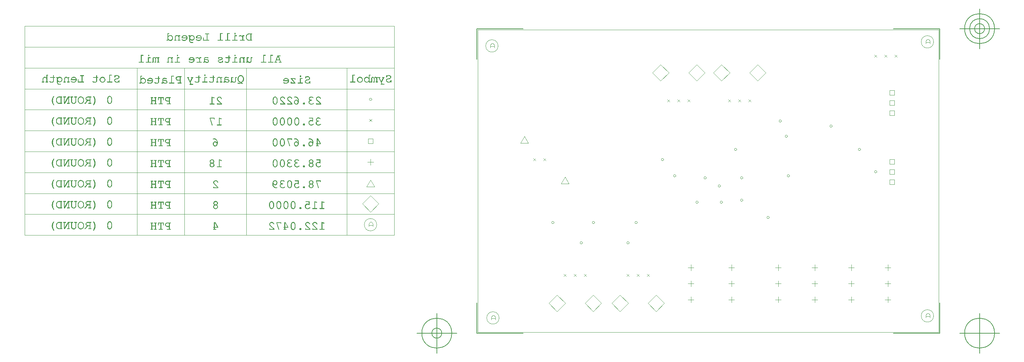
<source format=gbr>
G04 Generated by Ultiboard 14.2 *
%FSLAX24Y24*%
%MOIN*%

%ADD10C,0.0001*%
%ADD11C,0.0039*%
%ADD12C,0.0004*%
%ADD13C,0.0001*%
%ADD14C,0.0050*%


G04 ColorRGB 000000 for the following layer *
%LNDrill Symbols-Copper Top-Copper Bottom*%
%LPD*%
G54D11*
X-41708Y6350D02*
X-42292Y6350D01*
X-42000Y6058D02*
X-42000Y6642D01*
X-42000Y2908D02*
X-42000Y3492D01*
X-41708Y3200D02*
X-42292Y3200D01*
X-42000Y4483D02*
X-42000Y5067D01*
X-41708Y4775D02*
X-42292Y4775D01*
X-37708Y6350D02*
X-38292Y6350D01*
X-38000Y6058D02*
X-38000Y6642D01*
X-38000Y2908D02*
X-38000Y3492D01*
X-37708Y3200D02*
X-38292Y3200D01*
X-37708Y4775D02*
X-38292Y4775D01*
X-38000Y4483D02*
X-38000Y5067D01*
X-33108Y6350D02*
X-33692Y6350D01*
X-33400Y6058D02*
X-33400Y6642D01*
X-33400Y2908D02*
X-33400Y3492D01*
X-33108Y3200D02*
X-33692Y3200D01*
X-33400Y4483D02*
X-33400Y5067D01*
X-33108Y4775D02*
X-33692Y4775D01*
X-22600Y6058D02*
X-22600Y6642D01*
X-22308Y6350D02*
X-22892Y6350D01*
X-22600Y2908D02*
X-22600Y3492D01*
X-22308Y3200D02*
X-22892Y3200D01*
X-22308Y4775D02*
X-22892Y4775D01*
X-22600Y4483D02*
X-22600Y5067D01*
X-26200Y6058D02*
X-26200Y6642D01*
X-25908Y6350D02*
X-26492Y6350D01*
X-25908Y3200D02*
X-26492Y3200D01*
X-26200Y2908D02*
X-26200Y3492D01*
X-25908Y4775D02*
X-26492Y4775D01*
X-26200Y4483D02*
X-26200Y5067D01*
X-29800Y6058D02*
X-29800Y6642D01*
X-29508Y6350D02*
X-30092Y6350D01*
X-29508Y3200D02*
X-30092Y3200D01*
X-29800Y2908D02*
X-29800Y3492D01*
X-29508Y4775D02*
X-30092Y4775D01*
X-29800Y4483D02*
X-29800Y5067D01*
X-21967Y16567D02*
X-22433Y16567D01*
X-22433Y17033D01*
X-21967Y17033D01*
X-21967Y16567D01*
X-21967Y15567D02*
X-22433Y15567D01*
X-22433Y16033D01*
X-21967Y16033D01*
X-21967Y15567D01*
X-21967Y14567D02*
X-22433Y14567D01*
X-22433Y15033D01*
X-21967Y15033D01*
X-21967Y14567D01*
X-21967Y22367D02*
X-22433Y22367D01*
X-22433Y22833D01*
X-21967Y22833D01*
X-21967Y22367D01*
X-21967Y23367D02*
X-22433Y23367D01*
X-22433Y23833D01*
X-21967Y23833D01*
X-21967Y23367D01*
X-21967Y21367D02*
X-22433Y21367D01*
X-22433Y21833D01*
X-21967Y21833D01*
X-21967Y21367D01*
X-35425Y24745D02*
X-36238Y25558D01*
X-35425Y26372D01*
X-34612Y25558D01*
X-35425Y24745D01*
X-38975Y24745D02*
X-39788Y25558D01*
X-38975Y26372D01*
X-38162Y25558D01*
X-38975Y24745D01*
X-41425Y24745D02*
X-42238Y25558D01*
X-41425Y26372D01*
X-40612Y25558D01*
X-41425Y24745D01*
X-44975Y24745D02*
X-45788Y25558D01*
X-44975Y26372D01*
X-44162Y25558D01*
X-44975Y24745D01*
X-54007Y14607D02*
X-54793Y14607D01*
X-54400Y15278D01*
X-54007Y14607D01*
X-58007Y18607D02*
X-58793Y18607D01*
X-58400Y19278D01*
X-58007Y18607D01*
X-18090Y28600D02*
G75*
D01*
G02X-18090Y28600I-610J0*
G01*
X-18463Y28426D02*
X-18463Y28687D01*
X-18598Y28862D01*
X-18734Y28862D01*
X-18870Y28687D01*
X-18870Y28426D01*
X-18463Y28556D02*
X-18870Y28556D01*
X-18090Y1600D02*
G75*
D01*
G02X-18090Y1600I-610J0*
G01*
X-18463Y1426D02*
X-18463Y1687D01*
X-18598Y1862D01*
X-18734Y1862D01*
X-18870Y1687D01*
X-18870Y1426D01*
X-18463Y1556D02*
X-18870Y1556D01*
X-60990Y28200D02*
G75*
D01*
G02X-60990Y28200I-610J0*
G01*
X-61363Y28026D02*
X-61363Y28287D01*
X-61498Y28462D01*
X-61634Y28462D01*
X-61770Y28287D01*
X-61770Y28026D01*
X-61363Y28156D02*
X-61770Y28156D01*
X-60890Y1400D02*
G75*
D01*
G02X-60890Y1400I-610J0*
G01*
X-61263Y1226D02*
X-61263Y1487D01*
X-61398Y1662D01*
X-61534Y1662D01*
X-61670Y1487D01*
X-61670Y1226D01*
X-61263Y1356D02*
X-61670Y1356D01*
X-55175Y2028D02*
X-55988Y2842D01*
X-55175Y3655D01*
X-54362Y2842D01*
X-55175Y2028D01*
X-51625Y2028D02*
X-52438Y2842D01*
X-51625Y3655D01*
X-50812Y2842D01*
X-51625Y2028D01*
X-48975Y2028D02*
X-49788Y2842D01*
X-48975Y3655D01*
X-48162Y2842D01*
X-48975Y2028D01*
X-45425Y2028D02*
X-46238Y2842D01*
X-45425Y3655D01*
X-44612Y2842D01*
X-45425Y2028D01*
X-73319Y10408D02*
X-73319Y10670D01*
X-73454Y10844D01*
X-73590Y10844D01*
X-73725Y10670D01*
X-73725Y10408D01*
X-73319Y10539D02*
X-73725Y10539D01*
X-72946Y10582D02*
G75*
D01*
G02X-72946Y10582I-610J0*
G01*
X-73556Y11829D02*
X-74369Y12642D01*
X-73556Y13455D01*
X-72743Y12642D01*
X-73556Y11829D01*
X-73163Y14309D02*
X-73948Y14309D01*
X-73556Y14979D01*
X-73163Y14309D01*
X-73264Y16761D02*
X-73848Y16761D01*
X-73556Y16469D02*
X-73556Y17052D01*
X-73323Y18587D02*
X-73789Y18587D01*
X-73789Y19053D01*
X-73323Y19053D01*
X-73323Y18587D01*
G54D12*
X-21676Y27076D02*
X-21924Y27324D01*
X-21676Y27324D02*
X-21924Y27076D01*
X-23676Y27076D02*
X-23924Y27324D01*
X-23676Y27324D02*
X-23924Y27076D01*
X-22676Y27324D02*
X-22924Y27076D01*
X-22676Y27076D02*
X-22924Y27324D01*
X-23682Y15800D02*
G75*
D01*
G02X-23682Y15800I-118J0*
G01*
X-32482Y19300D02*
G75*
D01*
G02X-32482Y19300I-118J0*
G01*
X-36882Y13000D02*
G75*
D01*
G02X-36882Y13000I-118J0*
G01*
X-34282Y11300D02*
G75*
D01*
G02X-34282Y11300I-118J0*
G01*
X-39082Y14400D02*
G75*
D01*
G02X-39082Y14400I-118J0*
G01*
X-28082Y20300D02*
G75*
D01*
G02X-28082Y20300I-118J0*
G01*
X-44682Y17000D02*
G75*
D01*
G02X-44682Y17000I-118J0*
G01*
X-37076Y22924D02*
X-37324Y22676D01*
X-37076Y22676D02*
X-37324Y22924D01*
X-38076Y22924D02*
X-38324Y22676D01*
X-38076Y22676D02*
X-38324Y22924D01*
X-36076Y22924D02*
X-36324Y22676D01*
X-36076Y22676D02*
X-36324Y22924D01*
X-44076Y22924D02*
X-44324Y22676D01*
X-44076Y22676D02*
X-44324Y22924D01*
X-43076Y22676D02*
X-43324Y22924D01*
X-43076Y22924D02*
X-43324Y22676D01*
X-42076Y22676D02*
X-42324Y22924D01*
X-42076Y22924D02*
X-42324Y22676D01*
X-57276Y17124D02*
X-57524Y16876D01*
X-57276Y16876D02*
X-57524Y17124D01*
X-56276Y16876D02*
X-56524Y17124D01*
X-56276Y17124D02*
X-56524Y16876D01*
X-38882Y12800D02*
G75*
D01*
G02X-38882Y12800I-118J0*
G01*
X-43482Y15400D02*
G75*
D01*
G02X-43482Y15400I-118J0*
G01*
X-32282Y15400D02*
G75*
D01*
G02X-32282Y15400I-118J0*
G01*
X-40482Y15200D02*
G75*
D01*
G02X-40482Y15200I-118J0*
G01*
X-36882Y15200D02*
G75*
D01*
G02X-36882Y15200I-118J0*
G01*
X-41282Y12800D02*
G75*
D01*
G02X-41282Y12800I-118J0*
G01*
X-51482Y10800D02*
G75*
D01*
G02X-51482Y10800I-118J0*
G01*
X-55482Y10800D02*
G75*
D01*
G02X-55482Y10800I-118J0*
G01*
X-47282Y10800D02*
G75*
D01*
G02X-47282Y10800I-118J0*
G01*
X-33082Y20800D02*
G75*
D01*
G02X-33082Y20800I-118J0*
G01*
X-37482Y18000D02*
G75*
D01*
G02X-37482Y18000I-118J0*
G01*
X-25282Y18000D02*
G75*
D01*
G02X-25282Y18000I-118J0*
G01*
X-48082Y8800D02*
G75*
D01*
G02X-48082Y8800I-118J0*
G01*
X-52682Y8800D02*
G75*
D01*
G02X-52682Y8800I-118J0*
G01*
X-53276Y5476D02*
X-53524Y5724D01*
X-53276Y5724D02*
X-53524Y5476D01*
X-54276Y5724D02*
X-54524Y5476D01*
X-54276Y5476D02*
X-54524Y5724D01*
X-52276Y5724D02*
X-52524Y5476D01*
X-52276Y5476D02*
X-52524Y5724D01*
X-48076Y5476D02*
X-48324Y5724D01*
X-48076Y5724D02*
X-48324Y5476D01*
X-46076Y5476D02*
X-46324Y5724D01*
X-46076Y5724D02*
X-46324Y5476D01*
X-47076Y5724D02*
X-47324Y5476D01*
X-47076Y5476D02*
X-47324Y5724D01*
X-73432Y21003D02*
X-73680Y20756D01*
X-73432Y20756D02*
X-73680Y21003D01*
X-73438Y22939D02*
G75*
D01*
G02X-73438Y22939I-118J0*
G01*
G54D13*
G36*
X-78138Y10126D02*
X-78138Y10126D01*
X-78138Y10145D01*
X-78136Y10135D01*
X-78138Y10126D01*
D02*
G37*
X-78138Y10145D01*
X-78136Y10135D01*
X-78138Y10126D01*
G36*
X-78138Y10145D02*
X-78138Y10145D01*
X-78138Y10126D01*
X-78144Y10118D01*
X-78138Y10145D01*
D02*
G37*
X-78138Y10126D01*
X-78144Y10118D01*
X-78138Y10145D01*
G36*
X-78144Y10118D02*
X-78144Y10118D01*
X-78144Y10153D01*
X-78138Y10145D01*
X-78144Y10118D01*
D02*
G37*
X-78144Y10153D01*
X-78138Y10145D01*
X-78144Y10118D01*
G36*
X-78144Y10153D02*
X-78144Y10153D01*
X-78144Y10118D01*
X-78153Y10113D01*
X-78144Y10153D01*
D02*
G37*
X-78144Y10118D01*
X-78153Y10113D01*
X-78144Y10153D01*
G36*
X-78153Y10113D02*
X-78153Y10113D01*
X-78153Y10158D01*
X-78144Y10153D01*
X-78153Y10113D01*
D02*
G37*
X-78153Y10158D01*
X-78144Y10153D01*
X-78153Y10113D01*
G36*
X-78153Y10158D02*
X-78153Y10158D01*
X-78153Y10113D01*
X-78168Y10111D01*
X-78153Y10158D01*
D02*
G37*
X-78153Y10113D01*
X-78168Y10111D01*
X-78153Y10158D01*
G36*
X-78168Y10111D02*
X-78168Y10111D01*
X-78168Y10160D01*
X-78153Y10158D01*
X-78168Y10111D01*
D02*
G37*
X-78168Y10160D01*
X-78153Y10158D01*
X-78168Y10111D01*
G36*
X-78168Y10160D02*
X-78168Y10160D01*
X-78168Y10111D01*
X-78549Y10111D01*
X-78168Y10160D01*
D02*
G37*
X-78168Y10111D01*
X-78549Y10111D01*
X-78168Y10160D01*
G36*
X-78549Y10111D02*
X-78549Y10111D01*
X-78334Y10160D01*
X-78168Y10160D01*
X-78549Y10111D01*
D02*
G37*
X-78334Y10160D01*
X-78168Y10160D01*
X-78549Y10111D01*
G36*
X-78334Y10160D02*
X-78334Y10160D01*
X-78549Y10111D01*
X-78383Y10160D01*
X-78334Y10160D01*
D02*
G37*
X-78549Y10111D01*
X-78383Y10160D01*
X-78334Y10160D01*
G36*
X-78383Y10160D02*
X-78383Y10160D01*
X-78334Y10778D01*
X-78334Y10160D01*
X-78383Y10160D01*
D02*
G37*
X-78334Y10778D01*
X-78334Y10160D01*
X-78383Y10160D01*
G36*
X-78334Y10778D02*
X-78334Y10778D01*
X-78383Y10160D01*
X-78383Y10845D01*
X-78334Y10778D01*
D02*
G37*
X-78383Y10160D01*
X-78383Y10845D01*
X-78334Y10778D01*
G36*
X-78383Y10845D02*
X-78383Y10845D01*
X-78176Y10728D01*
X-78334Y10778D01*
X-78383Y10845D01*
D02*
G37*
X-78176Y10728D01*
X-78334Y10778D01*
X-78383Y10845D01*
G36*
X-78176Y10728D02*
X-78176Y10728D01*
X-78383Y10845D01*
X-78166Y10726D01*
X-78176Y10728D01*
D02*
G37*
X-78383Y10845D01*
X-78166Y10726D01*
X-78176Y10728D01*
G36*
X-78161Y10775D02*
X-78161Y10775D01*
X-78149Y10770D01*
X-78151Y10727D01*
X-78161Y10775D01*
D02*
G37*
X-78149Y10770D01*
X-78151Y10727D01*
X-78161Y10775D01*
G36*
X-78161Y10775D01*
X-78151Y10727D01*
X-78160Y10725D01*
X-78161Y10775D01*
D02*
G37*
X-78151Y10727D01*
X-78160Y10725D01*
X-78161Y10775D01*
G36*
X-78161Y10775D01*
X-78160Y10725D01*
X-78166Y10726D01*
X-78161Y10775D01*
D02*
G37*
X-78160Y10725D01*
X-78166Y10726D01*
X-78161Y10775D01*
G36*
X-78161Y10775D01*
X-78166Y10726D01*
X-78383Y10845D01*
X-78161Y10775D01*
D02*
G37*
X-78166Y10726D01*
X-78383Y10845D01*
X-78161Y10775D01*
G36*
X-78149Y10770D02*
X-78149Y10770D01*
X-78144Y10732D01*
X-78151Y10727D01*
X-78149Y10770D01*
D02*
G37*
X-78144Y10732D01*
X-78151Y10727D01*
X-78149Y10770D01*
G36*
X-78144Y10732D02*
X-78144Y10732D01*
X-78149Y10770D01*
X-78142Y10765D01*
X-78144Y10732D01*
D02*
G37*
X-78149Y10770D01*
X-78142Y10765D01*
X-78144Y10732D01*
G36*
X-78142Y10765D02*
X-78142Y10765D01*
X-78138Y10740D01*
X-78144Y10732D01*
X-78142Y10765D01*
D02*
G37*
X-78138Y10740D01*
X-78144Y10732D01*
X-78142Y10765D01*
G36*
X-78138Y10740D02*
X-78138Y10740D01*
X-78142Y10765D01*
X-78138Y10757D01*
X-78138Y10740D01*
D02*
G37*
X-78142Y10765D01*
X-78138Y10757D01*
X-78138Y10740D01*
G36*
X-78138Y10757D02*
X-78138Y10757D01*
X-78137Y10749D01*
X-78138Y10740D01*
X-78138Y10757D01*
D02*
G37*
X-78137Y10749D01*
X-78138Y10740D01*
X-78138Y10757D01*
G36*
X-78549Y10111D02*
X-78549Y10111D01*
X-78549Y10160D01*
X-78383Y10160D01*
X-78549Y10111D01*
D02*
G37*
X-78549Y10160D01*
X-78383Y10160D01*
X-78549Y10111D01*
G36*
X-78549Y10160D02*
X-78549Y10160D01*
X-78549Y10111D01*
X-78564Y10113D01*
X-78549Y10160D01*
D02*
G37*
X-78549Y10111D01*
X-78564Y10113D01*
X-78549Y10160D01*
G36*
X-78564Y10113D02*
X-78564Y10113D01*
X-78564Y10158D01*
X-78549Y10160D01*
X-78564Y10113D01*
D02*
G37*
X-78564Y10158D01*
X-78549Y10160D01*
X-78564Y10113D01*
G36*
X-78564Y10158D02*
X-78564Y10158D01*
X-78564Y10113D01*
X-78574Y10118D01*
X-78564Y10158D01*
D02*
G37*
X-78564Y10113D01*
X-78574Y10118D01*
X-78564Y10158D01*
G36*
X-78574Y10118D02*
X-78574Y10118D01*
X-78574Y10153D01*
X-78564Y10158D01*
X-78574Y10118D01*
D02*
G37*
X-78574Y10153D01*
X-78564Y10158D01*
X-78574Y10118D01*
G36*
X-78574Y10153D02*
X-78574Y10153D01*
X-78574Y10118D01*
X-78579Y10126D01*
X-78574Y10153D01*
D02*
G37*
X-78574Y10118D01*
X-78579Y10126D01*
X-78574Y10153D01*
G36*
X-78579Y10126D02*
X-78579Y10126D01*
X-78579Y10145D01*
X-78574Y10153D01*
X-78579Y10126D01*
D02*
G37*
X-78579Y10145D01*
X-78574Y10153D01*
X-78579Y10126D01*
G36*
X-78579Y10145D02*
X-78579Y10145D01*
X-78579Y10126D01*
X-78581Y10135D01*
X-78579Y10145D01*
D02*
G37*
X-78579Y10126D01*
X-78581Y10135D01*
X-78579Y10145D01*
G36*
X-79280Y10111D02*
X-79280Y10111D01*
X-79280Y10179D01*
X-79279Y10194D01*
X-79280Y10111D01*
D02*
G37*
X-79280Y10179D01*
X-79279Y10194D01*
X-79280Y10111D01*
G36*
X-79280Y10111D01*
X-79279Y10194D01*
X-79273Y10204D01*
X-79280Y10111D01*
D02*
G37*
X-79279Y10194D01*
X-79273Y10204D01*
X-79280Y10111D01*
G36*
X-79280Y10111D01*
X-79273Y10204D01*
X-79266Y10209D01*
X-79280Y10111D01*
D02*
G37*
X-79273Y10204D01*
X-79266Y10209D01*
X-79280Y10111D01*
G36*
X-79280Y10111D01*
X-79266Y10209D01*
X-79256Y10211D01*
X-79280Y10111D01*
D02*
G37*
X-79266Y10209D01*
X-79256Y10211D01*
X-79280Y10111D01*
G36*
X-79280Y10111D01*
X-79256Y10211D01*
X-79246Y10209D01*
X-79280Y10111D01*
D02*
G37*
X-79256Y10211D01*
X-79246Y10209D01*
X-79280Y10111D01*
G36*
X-79280Y10111D01*
X-79246Y10209D01*
X-79238Y10204D01*
X-79280Y10111D01*
D02*
G37*
X-79246Y10209D01*
X-79238Y10204D01*
X-79280Y10111D01*
G36*
X-79280Y10111D01*
X-79238Y10204D01*
X-79233Y10194D01*
X-79280Y10111D01*
D02*
G37*
X-79238Y10204D01*
X-79233Y10194D01*
X-79280Y10111D01*
G36*
X-79280Y10111D01*
X-79233Y10194D01*
X-79231Y10179D01*
X-79280Y10111D01*
D02*
G37*
X-79233Y10194D01*
X-79231Y10179D01*
X-79280Y10111D01*
G36*
X-79280Y10111D01*
X-79231Y10179D01*
X-79231Y10160D01*
X-79280Y10111D01*
D02*
G37*
X-79231Y10179D01*
X-79231Y10160D01*
X-79280Y10111D01*
G36*
X-79280Y10111D01*
X-79231Y10160D01*
X-78859Y10160D01*
X-79280Y10111D01*
D02*
G37*
X-79231Y10160D01*
X-78859Y10160D01*
X-79280Y10111D01*
G36*
X-79280Y10111D01*
X-78859Y10160D01*
X-78812Y10111D01*
X-79280Y10111D01*
D02*
G37*
X-78859Y10160D01*
X-78812Y10111D01*
X-79280Y10111D01*
G36*
X-79189Y10547D02*
X-79189Y10547D01*
X-79195Y10483D01*
X-79209Y10575D01*
X-79189Y10547D01*
D02*
G37*
X-79195Y10483D01*
X-79209Y10575D01*
X-79189Y10547D01*
G36*
X-79195Y10483D02*
X-79195Y10483D01*
X-79189Y10547D01*
X-79154Y10508D01*
X-79195Y10483D01*
D02*
G37*
X-79189Y10547D01*
X-79154Y10508D01*
X-79195Y10483D01*
G36*
X-79154Y10508D02*
X-79154Y10508D01*
X-79137Y10424D01*
X-79195Y10483D01*
X-79154Y10508D01*
D02*
G37*
X-79137Y10424D01*
X-79195Y10483D01*
X-79154Y10508D01*
G36*
X-79137Y10424D02*
X-79137Y10424D01*
X-79154Y10508D01*
X-79099Y10453D01*
X-79137Y10424D01*
D02*
G37*
X-79154Y10508D01*
X-79099Y10453D01*
X-79137Y10424D01*
G36*
X-79099Y10453D02*
X-79099Y10453D01*
X-78982Y10275D01*
X-79137Y10424D01*
X-79099Y10453D01*
D02*
G37*
X-78982Y10275D01*
X-79137Y10424D01*
X-79099Y10453D01*
G36*
X-78982Y10275D02*
X-78982Y10275D01*
X-79099Y10453D01*
X-78958Y10317D01*
X-78982Y10275D01*
D02*
G37*
X-79099Y10453D01*
X-78958Y10317D01*
X-78982Y10275D01*
G36*
X-78958Y10317D02*
X-78958Y10317D01*
X-78859Y10163D01*
X-78982Y10275D01*
X-78958Y10317D01*
D02*
G37*
X-78859Y10163D01*
X-78982Y10275D01*
X-78958Y10317D01*
G36*
X-78859Y10163D02*
X-78859Y10163D01*
X-78958Y10317D01*
X-78812Y10183D01*
X-78859Y10163D01*
D02*
G37*
X-78958Y10317D01*
X-78812Y10183D01*
X-78859Y10163D01*
G36*
X-78812Y10183D02*
X-78812Y10183D01*
X-78859Y10160D01*
X-78859Y10163D01*
X-78812Y10183D01*
D02*
G37*
X-78859Y10160D01*
X-78859Y10163D01*
X-78812Y10183D01*
G36*
X-78859Y10160D02*
X-78859Y10160D01*
X-78812Y10183D01*
X-78812Y10111D01*
X-78859Y10160D01*
D02*
G37*
X-78812Y10183D01*
X-78812Y10111D01*
X-78859Y10160D01*
G36*
X-79276Y10686D02*
X-79276Y10686D01*
X-79243Y10757D01*
X-79254Y10556D01*
X-79276Y10686D01*
D02*
G37*
X-79243Y10757D01*
X-79254Y10556D01*
X-79276Y10686D01*
G36*
X-79276Y10686D01*
X-79254Y10556D01*
X-79269Y10586D01*
X-79276Y10686D01*
D02*
G37*
X-79254Y10556D01*
X-79269Y10586D01*
X-79276Y10686D01*
G36*
X-79276Y10686D01*
X-79269Y10586D01*
X-79277Y10615D01*
X-79276Y10686D01*
D02*
G37*
X-79269Y10586D01*
X-79277Y10615D01*
X-79276Y10686D01*
G36*
X-79276Y10686D01*
X-79277Y10615D01*
X-79280Y10647D01*
X-79276Y10686D01*
D02*
G37*
X-79277Y10615D01*
X-79280Y10647D01*
X-79276Y10686D01*
G36*
X-79232Y10524D02*
X-79232Y10524D01*
X-79254Y10556D01*
X-79243Y10757D01*
X-79232Y10524D01*
D02*
G37*
X-79254Y10556D01*
X-79243Y10757D01*
X-79232Y10524D01*
G36*
X-79232Y10524D01*
X-79243Y10757D01*
X-79231Y10645D01*
X-79232Y10524D01*
D02*
G37*
X-79243Y10757D01*
X-79231Y10645D01*
X-79232Y10524D01*
G36*
X-79232Y10524D01*
X-79231Y10645D01*
X-79228Y10622D01*
X-79232Y10524D01*
D02*
G37*
X-79231Y10645D01*
X-79228Y10622D01*
X-79232Y10524D01*
G36*
X-79232Y10524D01*
X-79228Y10622D01*
X-79222Y10599D01*
X-79232Y10524D01*
D02*
G37*
X-79228Y10622D01*
X-79222Y10599D01*
X-79232Y10524D01*
G36*
X-79232Y10524D01*
X-79222Y10599D01*
X-79209Y10575D01*
X-79232Y10524D01*
D02*
G37*
X-79222Y10599D01*
X-79209Y10575D01*
X-79232Y10524D01*
G36*
X-79232Y10524D01*
X-79209Y10575D01*
X-79195Y10483D01*
X-79232Y10524D01*
D02*
G37*
X-79209Y10575D01*
X-79195Y10483D01*
X-79232Y10524D01*
G36*
X-79202Y10731D02*
X-79202Y10731D01*
X-79214Y10789D01*
X-79180Y10755D01*
X-79202Y10731D01*
D02*
G37*
X-79214Y10789D01*
X-79180Y10755D01*
X-79202Y10731D01*
G36*
X-79214Y10789D02*
X-79214Y10789D01*
X-79202Y10731D01*
X-79228Y10676D01*
X-79214Y10789D01*
D02*
G37*
X-79202Y10731D01*
X-79228Y10676D01*
X-79214Y10789D01*
G36*
X-79228Y10676D02*
X-79228Y10676D01*
X-79243Y10757D01*
X-79214Y10789D01*
X-79228Y10676D01*
D02*
G37*
X-79243Y10757D01*
X-79214Y10789D01*
X-79228Y10676D01*
G36*
X-79243Y10757D02*
X-79243Y10757D01*
X-79228Y10676D01*
X-79231Y10645D01*
X-79243Y10757D01*
D02*
G37*
X-79228Y10676D01*
X-79231Y10645D01*
X-79243Y10757D01*
G36*
X-79094Y10800D02*
X-79094Y10800D01*
X-79102Y10848D01*
X-79059Y10803D01*
X-79094Y10800D01*
D02*
G37*
X-79102Y10848D01*
X-79059Y10803D01*
X-79094Y10800D01*
G36*
X-79102Y10848D02*
X-79102Y10848D01*
X-79094Y10800D01*
X-79154Y10776D01*
X-79102Y10848D01*
D02*
G37*
X-79094Y10800D01*
X-79154Y10776D01*
X-79102Y10848D01*
G36*
X-79154Y10776D02*
X-79154Y10776D01*
X-79180Y10817D01*
X-79102Y10848D01*
X-79154Y10776D01*
D02*
G37*
X-79180Y10817D01*
X-79102Y10848D01*
X-79154Y10776D01*
G36*
X-79180Y10817D02*
X-79180Y10817D01*
X-79154Y10776D01*
X-79180Y10755D01*
X-79180Y10817D01*
D02*
G37*
X-79154Y10776D01*
X-79180Y10755D01*
X-79180Y10817D01*
G36*
X-79180Y10755D02*
X-79180Y10755D01*
X-79214Y10789D01*
X-79180Y10817D01*
X-79180Y10755D01*
D02*
G37*
X-79214Y10789D01*
X-79180Y10817D01*
X-79180Y10755D01*
G36*
X-78947Y10767D02*
X-78947Y10767D01*
X-78949Y10825D01*
X-78907Y10726D01*
X-78947Y10767D01*
D02*
G37*
X-78949Y10825D01*
X-78907Y10726D01*
X-78947Y10767D01*
G36*
X-78949Y10825D02*
X-78949Y10825D01*
X-78947Y10767D01*
X-79000Y10794D01*
X-78949Y10825D01*
D02*
G37*
X-78947Y10767D01*
X-79000Y10794D01*
X-78949Y10825D01*
G36*
X-79000Y10794D02*
X-79000Y10794D01*
X-79003Y10846D01*
X-78949Y10825D01*
X-79000Y10794D01*
D02*
G37*
X-79003Y10846D01*
X-78949Y10825D01*
X-79000Y10794D01*
G36*
X-79003Y10846D02*
X-79003Y10846D01*
X-79000Y10794D01*
X-79059Y10803D01*
X-79003Y10846D01*
D02*
G37*
X-79000Y10794D01*
X-79059Y10803D01*
X-79003Y10846D01*
G36*
X-79059Y10803D02*
X-79059Y10803D01*
X-79059Y10852D01*
X-79003Y10846D01*
X-79059Y10803D01*
D02*
G37*
X-79059Y10852D01*
X-79003Y10846D01*
X-79059Y10803D01*
G36*
X-79059Y10852D02*
X-79059Y10852D01*
X-79059Y10803D01*
X-79102Y10848D01*
X-79059Y10852D01*
D02*
G37*
X-79059Y10803D01*
X-79102Y10848D01*
X-79059Y10852D01*
G36*
X-78902Y10793D02*
X-78902Y10793D01*
X-78866Y10751D01*
X-78867Y10655D01*
X-78902Y10793D01*
D02*
G37*
X-78866Y10751D01*
X-78867Y10655D01*
X-78902Y10793D01*
G36*
X-78902Y10793D01*
X-78867Y10655D01*
X-78875Y10659D01*
X-78902Y10793D01*
D02*
G37*
X-78867Y10655D01*
X-78875Y10659D01*
X-78902Y10793D01*
G36*
X-78902Y10793D01*
X-78875Y10659D01*
X-78880Y10666D01*
X-78902Y10793D01*
D02*
G37*
X-78875Y10659D01*
X-78880Y10666D01*
X-78902Y10793D01*
G36*
X-78902Y10793D01*
X-78880Y10666D01*
X-78883Y10677D01*
X-78902Y10793D01*
D02*
G37*
X-78880Y10666D01*
X-78883Y10677D01*
X-78902Y10793D01*
G36*
X-78902Y10793D01*
X-78883Y10677D01*
X-78907Y10726D01*
X-78902Y10793D01*
D02*
G37*
X-78883Y10677D01*
X-78907Y10726D01*
X-78902Y10793D01*
G36*
X-78902Y10793D01*
X-78907Y10726D01*
X-78949Y10825D01*
X-78902Y10793D01*
D02*
G37*
X-78907Y10726D01*
X-78949Y10825D01*
X-78902Y10793D01*
G36*
X-78842Y10660D02*
X-78842Y10660D01*
X-78843Y10708D01*
X-78837Y10667D01*
X-78842Y10660D01*
D02*
G37*
X-78843Y10708D01*
X-78837Y10667D01*
X-78842Y10660D01*
G36*
X-78843Y10708D02*
X-78843Y10708D01*
X-78842Y10660D01*
X-78850Y10655D01*
X-78843Y10708D01*
D02*
G37*
X-78842Y10660D01*
X-78850Y10655D01*
X-78843Y10708D01*
G36*
X-78850Y10655D02*
X-78850Y10655D01*
X-78866Y10751D01*
X-78843Y10708D01*
X-78850Y10655D01*
D02*
G37*
X-78866Y10751D01*
X-78843Y10708D01*
X-78850Y10655D01*
G36*
X-78866Y10751D02*
X-78866Y10751D01*
X-78850Y10655D01*
X-78859Y10653D01*
X-78866Y10751D01*
D02*
G37*
X-78850Y10655D01*
X-78859Y10653D01*
X-78866Y10751D01*
G36*
X-78859Y10653D02*
X-78859Y10653D01*
X-78867Y10655D01*
X-78866Y10751D01*
X-78859Y10653D01*
D02*
G37*
X-78867Y10655D01*
X-78866Y10751D01*
X-78859Y10653D01*
G36*
X-78837Y10667D02*
X-78837Y10667D01*
X-78843Y10708D01*
X-78836Y10676D01*
X-78837Y10667D01*
D02*
G37*
X-78843Y10708D01*
X-78836Y10676D01*
X-78837Y10667D01*
G36*
X-79989Y10111D02*
X-79989Y10111D01*
X-79989Y10179D01*
X-79987Y10194D01*
X-79989Y10111D01*
D02*
G37*
X-79989Y10179D01*
X-79987Y10194D01*
X-79989Y10111D01*
G36*
X-79989Y10111D01*
X-79987Y10194D01*
X-79982Y10204D01*
X-79989Y10111D01*
D02*
G37*
X-79987Y10194D01*
X-79982Y10204D01*
X-79989Y10111D01*
G36*
X-79989Y10111D01*
X-79982Y10204D01*
X-79974Y10209D01*
X-79989Y10111D01*
D02*
G37*
X-79982Y10204D01*
X-79974Y10209D01*
X-79989Y10111D01*
G36*
X-79989Y10111D01*
X-79974Y10209D01*
X-79965Y10211D01*
X-79989Y10111D01*
D02*
G37*
X-79974Y10209D01*
X-79965Y10211D01*
X-79989Y10111D01*
G36*
X-79989Y10111D01*
X-79965Y10211D01*
X-79955Y10209D01*
X-79989Y10111D01*
D02*
G37*
X-79965Y10211D01*
X-79955Y10209D01*
X-79989Y10111D01*
G36*
X-79989Y10111D01*
X-79955Y10209D01*
X-79947Y10204D01*
X-79989Y10111D01*
D02*
G37*
X-79955Y10209D01*
X-79947Y10204D01*
X-79989Y10111D01*
G36*
X-79989Y10111D01*
X-79947Y10204D01*
X-79942Y10194D01*
X-79989Y10111D01*
D02*
G37*
X-79947Y10204D01*
X-79942Y10194D01*
X-79989Y10111D01*
G36*
X-79989Y10111D01*
X-79942Y10194D01*
X-79940Y10179D01*
X-79989Y10111D01*
D02*
G37*
X-79942Y10194D01*
X-79940Y10179D01*
X-79989Y10111D01*
G36*
X-79989Y10111D01*
X-79940Y10179D01*
X-79940Y10160D01*
X-79989Y10111D01*
D02*
G37*
X-79940Y10179D01*
X-79940Y10160D01*
X-79989Y10111D01*
G36*
X-79989Y10111D01*
X-79940Y10160D01*
X-79568Y10160D01*
X-79989Y10111D01*
D02*
G37*
X-79940Y10160D01*
X-79568Y10160D01*
X-79989Y10111D01*
G36*
X-79989Y10111D01*
X-79568Y10160D01*
X-79521Y10111D01*
X-79989Y10111D01*
D02*
G37*
X-79568Y10160D01*
X-79521Y10111D01*
X-79989Y10111D01*
G36*
X-79897Y10547D02*
X-79897Y10547D01*
X-79904Y10483D01*
X-79918Y10575D01*
X-79897Y10547D01*
D02*
G37*
X-79904Y10483D01*
X-79918Y10575D01*
X-79897Y10547D01*
G36*
X-79904Y10483D02*
X-79904Y10483D01*
X-79897Y10547D01*
X-79863Y10508D01*
X-79904Y10483D01*
D02*
G37*
X-79897Y10547D01*
X-79863Y10508D01*
X-79904Y10483D01*
G36*
X-79863Y10508D02*
X-79863Y10508D01*
X-79846Y10424D01*
X-79904Y10483D01*
X-79863Y10508D01*
D02*
G37*
X-79846Y10424D01*
X-79904Y10483D01*
X-79863Y10508D01*
G36*
X-79846Y10424D02*
X-79846Y10424D01*
X-79863Y10508D01*
X-79808Y10453D01*
X-79846Y10424D01*
D02*
G37*
X-79863Y10508D01*
X-79808Y10453D01*
X-79846Y10424D01*
G36*
X-79808Y10453D02*
X-79808Y10453D01*
X-79691Y10275D01*
X-79846Y10424D01*
X-79808Y10453D01*
D02*
G37*
X-79691Y10275D01*
X-79846Y10424D01*
X-79808Y10453D01*
G36*
X-79691Y10275D02*
X-79691Y10275D01*
X-79808Y10453D01*
X-79666Y10317D01*
X-79691Y10275D01*
D02*
G37*
X-79808Y10453D01*
X-79666Y10317D01*
X-79691Y10275D01*
G36*
X-79666Y10317D02*
X-79666Y10317D01*
X-79568Y10163D01*
X-79691Y10275D01*
X-79666Y10317D01*
D02*
G37*
X-79568Y10163D01*
X-79691Y10275D01*
X-79666Y10317D01*
G36*
X-79568Y10163D02*
X-79568Y10163D01*
X-79666Y10317D01*
X-79521Y10183D01*
X-79568Y10163D01*
D02*
G37*
X-79666Y10317D01*
X-79521Y10183D01*
X-79568Y10163D01*
G36*
X-79521Y10183D02*
X-79521Y10183D01*
X-79568Y10160D01*
X-79568Y10163D01*
X-79521Y10183D01*
D02*
G37*
X-79568Y10160D01*
X-79568Y10163D01*
X-79521Y10183D01*
G36*
X-79568Y10160D02*
X-79568Y10160D01*
X-79521Y10183D01*
X-79521Y10111D01*
X-79568Y10160D01*
D02*
G37*
X-79521Y10183D01*
X-79521Y10111D01*
X-79568Y10160D01*
G36*
X-79984Y10686D02*
X-79984Y10686D01*
X-79952Y10757D01*
X-79963Y10556D01*
X-79984Y10686D01*
D02*
G37*
X-79952Y10757D01*
X-79963Y10556D01*
X-79984Y10686D01*
G36*
X-79984Y10686D01*
X-79963Y10556D01*
X-79977Y10586D01*
X-79984Y10686D01*
D02*
G37*
X-79963Y10556D01*
X-79977Y10586D01*
X-79984Y10686D01*
G36*
X-79984Y10686D01*
X-79977Y10586D01*
X-79986Y10615D01*
X-79984Y10686D01*
D02*
G37*
X-79977Y10586D01*
X-79986Y10615D01*
X-79984Y10686D01*
G36*
X-79984Y10686D01*
X-79986Y10615D01*
X-79988Y10647D01*
X-79984Y10686D01*
D02*
G37*
X-79986Y10615D01*
X-79988Y10647D01*
X-79984Y10686D01*
G36*
X-79940Y10524D02*
X-79940Y10524D01*
X-79963Y10556D01*
X-79952Y10757D01*
X-79940Y10524D01*
D02*
G37*
X-79963Y10556D01*
X-79952Y10757D01*
X-79940Y10524D01*
G36*
X-79940Y10524D01*
X-79952Y10757D01*
X-79939Y10645D01*
X-79940Y10524D01*
D02*
G37*
X-79952Y10757D01*
X-79939Y10645D01*
X-79940Y10524D01*
G36*
X-79940Y10524D01*
X-79939Y10645D01*
X-79937Y10622D01*
X-79940Y10524D01*
D02*
G37*
X-79939Y10645D01*
X-79937Y10622D01*
X-79940Y10524D01*
G36*
X-79940Y10524D01*
X-79937Y10622D01*
X-79930Y10599D01*
X-79940Y10524D01*
D02*
G37*
X-79937Y10622D01*
X-79930Y10599D01*
X-79940Y10524D01*
G36*
X-79940Y10524D01*
X-79930Y10599D01*
X-79918Y10575D01*
X-79940Y10524D01*
D02*
G37*
X-79930Y10599D01*
X-79918Y10575D01*
X-79940Y10524D01*
G36*
X-79940Y10524D01*
X-79918Y10575D01*
X-79904Y10483D01*
X-79940Y10524D01*
D02*
G37*
X-79918Y10575D01*
X-79904Y10483D01*
X-79940Y10524D01*
G36*
X-79911Y10731D02*
X-79911Y10731D01*
X-79923Y10789D01*
X-79889Y10755D01*
X-79911Y10731D01*
D02*
G37*
X-79923Y10789D01*
X-79889Y10755D01*
X-79911Y10731D01*
G36*
X-79923Y10789D02*
X-79923Y10789D01*
X-79911Y10731D01*
X-79936Y10676D01*
X-79923Y10789D01*
D02*
G37*
X-79911Y10731D01*
X-79936Y10676D01*
X-79923Y10789D01*
G36*
X-79936Y10676D02*
X-79936Y10676D01*
X-79952Y10757D01*
X-79923Y10789D01*
X-79936Y10676D01*
D02*
G37*
X-79952Y10757D01*
X-79923Y10789D01*
X-79936Y10676D01*
G36*
X-79952Y10757D02*
X-79952Y10757D01*
X-79936Y10676D01*
X-79939Y10645D01*
X-79952Y10757D01*
D02*
G37*
X-79936Y10676D01*
X-79939Y10645D01*
X-79952Y10757D01*
G36*
X-79802Y10800D02*
X-79802Y10800D01*
X-79811Y10848D01*
X-79768Y10803D01*
X-79802Y10800D01*
D02*
G37*
X-79811Y10848D01*
X-79768Y10803D01*
X-79802Y10800D01*
G36*
X-79811Y10848D02*
X-79811Y10848D01*
X-79802Y10800D01*
X-79863Y10776D01*
X-79811Y10848D01*
D02*
G37*
X-79802Y10800D01*
X-79863Y10776D01*
X-79811Y10848D01*
G36*
X-79863Y10776D02*
X-79863Y10776D01*
X-79889Y10817D01*
X-79811Y10848D01*
X-79863Y10776D01*
D02*
G37*
X-79889Y10817D01*
X-79811Y10848D01*
X-79863Y10776D01*
G36*
X-79889Y10817D02*
X-79889Y10817D01*
X-79863Y10776D01*
X-79889Y10755D01*
X-79889Y10817D01*
D02*
G37*
X-79863Y10776D01*
X-79889Y10755D01*
X-79889Y10817D01*
G36*
X-79889Y10755D02*
X-79889Y10755D01*
X-79923Y10789D01*
X-79889Y10817D01*
X-79889Y10755D01*
D02*
G37*
X-79923Y10789D01*
X-79889Y10817D01*
X-79889Y10755D01*
G36*
X-79656Y10767D02*
X-79656Y10767D01*
X-79658Y10825D01*
X-79615Y10726D01*
X-79656Y10767D01*
D02*
G37*
X-79658Y10825D01*
X-79615Y10726D01*
X-79656Y10767D01*
G36*
X-79658Y10825D02*
X-79658Y10825D01*
X-79656Y10767D01*
X-79708Y10794D01*
X-79658Y10825D01*
D02*
G37*
X-79656Y10767D01*
X-79708Y10794D01*
X-79658Y10825D01*
G36*
X-79708Y10794D02*
X-79708Y10794D01*
X-79712Y10846D01*
X-79658Y10825D01*
X-79708Y10794D01*
D02*
G37*
X-79712Y10846D01*
X-79658Y10825D01*
X-79708Y10794D01*
G36*
X-79712Y10846D02*
X-79712Y10846D01*
X-79708Y10794D01*
X-79768Y10803D01*
X-79712Y10846D01*
D02*
G37*
X-79708Y10794D01*
X-79768Y10803D01*
X-79712Y10846D01*
G36*
X-79768Y10803D02*
X-79768Y10803D01*
X-79768Y10852D01*
X-79712Y10846D01*
X-79768Y10803D01*
D02*
G37*
X-79768Y10852D01*
X-79712Y10846D01*
X-79768Y10803D01*
G36*
X-79768Y10852D02*
X-79768Y10852D01*
X-79768Y10803D01*
X-79811Y10848D01*
X-79768Y10852D01*
D02*
G37*
X-79768Y10803D01*
X-79811Y10848D01*
X-79768Y10852D01*
G36*
X-79611Y10793D02*
X-79611Y10793D01*
X-79575Y10751D01*
X-79576Y10655D01*
X-79611Y10793D01*
D02*
G37*
X-79575Y10751D01*
X-79576Y10655D01*
X-79611Y10793D01*
G36*
X-79611Y10793D01*
X-79576Y10655D01*
X-79584Y10659D01*
X-79611Y10793D01*
D02*
G37*
X-79576Y10655D01*
X-79584Y10659D01*
X-79611Y10793D01*
G36*
X-79611Y10793D01*
X-79584Y10659D01*
X-79588Y10666D01*
X-79611Y10793D01*
D02*
G37*
X-79584Y10659D01*
X-79588Y10666D01*
X-79611Y10793D01*
G36*
X-79611Y10793D01*
X-79588Y10666D01*
X-79592Y10677D01*
X-79611Y10793D01*
D02*
G37*
X-79588Y10666D01*
X-79592Y10677D01*
X-79611Y10793D01*
G36*
X-79611Y10793D01*
X-79592Y10677D01*
X-79615Y10726D01*
X-79611Y10793D01*
D02*
G37*
X-79592Y10677D01*
X-79615Y10726D01*
X-79611Y10793D01*
G36*
X-79611Y10793D01*
X-79615Y10726D01*
X-79658Y10825D01*
X-79611Y10793D01*
D02*
G37*
X-79615Y10726D01*
X-79658Y10825D01*
X-79611Y10793D01*
G36*
X-79551Y10660D02*
X-79551Y10660D01*
X-79552Y10708D01*
X-79546Y10667D01*
X-79551Y10660D01*
D02*
G37*
X-79552Y10708D01*
X-79546Y10667D01*
X-79551Y10660D01*
G36*
X-79552Y10708D02*
X-79552Y10708D01*
X-79551Y10660D01*
X-79558Y10655D01*
X-79552Y10708D01*
D02*
G37*
X-79551Y10660D01*
X-79558Y10655D01*
X-79552Y10708D01*
G36*
X-79558Y10655D02*
X-79558Y10655D01*
X-79575Y10751D01*
X-79552Y10708D01*
X-79558Y10655D01*
D02*
G37*
X-79575Y10751D01*
X-79552Y10708D01*
X-79558Y10655D01*
G36*
X-79575Y10751D02*
X-79575Y10751D01*
X-79558Y10655D01*
X-79567Y10653D01*
X-79575Y10751D01*
D02*
G37*
X-79558Y10655D01*
X-79567Y10653D01*
X-79575Y10751D01*
G36*
X-79567Y10653D02*
X-79567Y10653D01*
X-79576Y10655D01*
X-79575Y10751D01*
X-79567Y10653D01*
D02*
G37*
X-79576Y10655D01*
X-79575Y10751D01*
X-79567Y10653D01*
G36*
X-79546Y10667D02*
X-79546Y10667D01*
X-79552Y10708D01*
X-79544Y10676D01*
X-79546Y10667D01*
D02*
G37*
X-79552Y10708D01*
X-79544Y10676D01*
X-79546Y10667D01*
G36*
X-80475Y10250D02*
X-80475Y10250D01*
X-80446Y10245D01*
X-80475Y10250D01*
D02*
G37*
X-80446Y10245D01*
X-80475Y10250D01*
G36*
X-80475Y10250D01*
X-80446Y10245D01*
X-80420Y10228D01*
X-80475Y10250D01*
D02*
G37*
X-80446Y10245D01*
X-80420Y10228D01*
X-80475Y10250D01*
G36*
X-80475Y10250D01*
X-80420Y10228D01*
X-80403Y10202D01*
X-80475Y10250D01*
D02*
G37*
X-80420Y10228D01*
X-80403Y10202D01*
X-80475Y10250D01*
G36*
X-80475Y10250D01*
X-80403Y10202D01*
X-80397Y10172D01*
X-80475Y10250D01*
D02*
G37*
X-80403Y10202D01*
X-80397Y10172D01*
X-80475Y10250D01*
G36*
X-80475Y10250D01*
X-80397Y10172D01*
X-80403Y10142D01*
X-80475Y10250D01*
D02*
G37*
X-80397Y10172D01*
X-80403Y10142D01*
X-80475Y10250D01*
G36*
X-80475Y10250D01*
X-80403Y10142D01*
X-80420Y10117D01*
X-80475Y10250D01*
D02*
G37*
X-80403Y10142D01*
X-80420Y10117D01*
X-80475Y10250D01*
G36*
X-80475Y10250D01*
X-80420Y10117D01*
X-80445Y10100D01*
X-80475Y10250D01*
D02*
G37*
X-80420Y10117D01*
X-80445Y10100D01*
X-80475Y10250D01*
G36*
X-80475Y10250D01*
X-80445Y10100D01*
X-80475Y10094D01*
X-80475Y10250D01*
D02*
G37*
X-80445Y10100D01*
X-80475Y10094D01*
X-80475Y10250D01*
G36*
X-80475Y10250D01*
X-80475Y10094D01*
X-80496Y10094D01*
X-80475Y10250D01*
D02*
G37*
X-80475Y10094D01*
X-80496Y10094D01*
X-80475Y10250D01*
G36*
X-80475Y10250D01*
X-80496Y10094D01*
X-80526Y10100D01*
X-80475Y10250D01*
D02*
G37*
X-80496Y10094D01*
X-80526Y10100D01*
X-80475Y10250D01*
G36*
X-80475Y10250D01*
X-80526Y10100D01*
X-80551Y10116D01*
X-80475Y10250D01*
D02*
G37*
X-80526Y10100D01*
X-80551Y10116D01*
X-80475Y10250D01*
G36*
X-80475Y10250D01*
X-80551Y10116D01*
X-80569Y10142D01*
X-80475Y10250D01*
D02*
G37*
X-80551Y10116D01*
X-80569Y10142D01*
X-80475Y10250D01*
G36*
X-80475Y10250D01*
X-80569Y10142D01*
X-80574Y10172D01*
X-80475Y10250D01*
D02*
G37*
X-80569Y10142D01*
X-80574Y10172D01*
X-80475Y10250D01*
G36*
X-80475Y10250D01*
X-80574Y10172D01*
X-80569Y10202D01*
X-80475Y10250D01*
D02*
G37*
X-80574Y10172D01*
X-80569Y10202D01*
X-80475Y10250D01*
G36*
X-80475Y10250D01*
X-80569Y10202D01*
X-80551Y10227D01*
X-80475Y10250D01*
D02*
G37*
X-80569Y10202D01*
X-80551Y10227D01*
X-80475Y10250D01*
G36*
X-80475Y10250D01*
X-80551Y10227D01*
X-80526Y10245D01*
X-80475Y10250D01*
D02*
G37*
X-80551Y10227D01*
X-80526Y10245D01*
X-80475Y10250D01*
G36*
X-80475Y10250D01*
X-80526Y10245D01*
X-80496Y10250D01*
X-80475Y10250D01*
D02*
G37*
X-80526Y10245D01*
X-80496Y10250D01*
X-80475Y10250D01*
G36*
X-81413Y10595D02*
X-81413Y10595D01*
X-81404Y10649D01*
X-81412Y10339D01*
X-81413Y10595D01*
D02*
G37*
X-81404Y10649D01*
X-81412Y10339D01*
X-81413Y10595D01*
G36*
X-81413Y10595D01*
X-81412Y10339D01*
X-81416Y10413D01*
X-81413Y10595D01*
D02*
G37*
X-81412Y10339D01*
X-81416Y10413D01*
X-81413Y10595D01*
G36*
X-81413Y10595D01*
X-81416Y10413D01*
X-81416Y10533D01*
X-81413Y10595D01*
D02*
G37*
X-81416Y10413D01*
X-81416Y10533D01*
X-81413Y10595D01*
G36*
X-81392Y10686D02*
X-81392Y10686D01*
X-81412Y10339D01*
X-81404Y10649D01*
X-81392Y10686D01*
D02*
G37*
X-81412Y10339D01*
X-81404Y10649D01*
X-81392Y10686D01*
G36*
X-81412Y10339D02*
X-81412Y10339D01*
X-81392Y10686D01*
X-81375Y10726D01*
X-81412Y10339D01*
D02*
G37*
X-81392Y10686D01*
X-81375Y10726D01*
X-81412Y10339D01*
G36*
X-81375Y10726D02*
X-81375Y10726D01*
X-81375Y10215D01*
X-81412Y10339D01*
X-81375Y10726D01*
D02*
G37*
X-81375Y10215D01*
X-81412Y10339D01*
X-81375Y10726D01*
G36*
X-81375Y10215D02*
X-81375Y10215D01*
X-81375Y10726D01*
X-81368Y10526D01*
X-81375Y10215D01*
D02*
G37*
X-81375Y10726D01*
X-81368Y10526D01*
X-81375Y10215D01*
G36*
X-81368Y10526D02*
X-81368Y10526D01*
X-81368Y10420D01*
X-81375Y10215D01*
X-81368Y10526D01*
D02*
G37*
X-81368Y10420D01*
X-81375Y10215D01*
X-81368Y10526D01*
G36*
X-81305Y10748D02*
X-81305Y10748D01*
X-81309Y10815D01*
X-81288Y10767D01*
X-81305Y10748D01*
D02*
G37*
X-81309Y10815D01*
X-81288Y10767D01*
X-81305Y10748D01*
G36*
X-81309Y10815D02*
X-81309Y10815D01*
X-81305Y10748D01*
X-81328Y10707D01*
X-81309Y10815D01*
D02*
G37*
X-81305Y10748D01*
X-81328Y10707D01*
X-81309Y10815D01*
G36*
X-81328Y10707D02*
X-81328Y10707D01*
X-81338Y10788D01*
X-81309Y10815D01*
X-81328Y10707D01*
D02*
G37*
X-81338Y10788D01*
X-81309Y10815D01*
X-81328Y10707D01*
G36*
X-81338Y10788D02*
X-81338Y10788D01*
X-81328Y10707D01*
X-81349Y10654D01*
X-81338Y10788D01*
D02*
G37*
X-81328Y10707D01*
X-81349Y10654D01*
X-81338Y10788D01*
G36*
X-81349Y10654D02*
X-81349Y10654D01*
X-81356Y10762D01*
X-81338Y10788D01*
X-81349Y10654D01*
D02*
G37*
X-81356Y10762D01*
X-81338Y10788D01*
X-81349Y10654D01*
G36*
X-81356Y10762D02*
X-81356Y10762D01*
X-81349Y10654D01*
X-81363Y10593D01*
X-81356Y10762D01*
D02*
G37*
X-81349Y10654D01*
X-81363Y10593D01*
X-81356Y10762D01*
G36*
X-81363Y10593D02*
X-81363Y10593D01*
X-81375Y10726D01*
X-81356Y10762D01*
X-81363Y10593D01*
D02*
G37*
X-81375Y10726D01*
X-81356Y10762D01*
X-81363Y10593D01*
G36*
X-81375Y10726D02*
X-81375Y10726D01*
X-81363Y10593D01*
X-81368Y10526D01*
X-81375Y10726D01*
D02*
G37*
X-81363Y10593D01*
X-81368Y10526D01*
X-81375Y10726D01*
G36*
X-81233Y10798D02*
X-81233Y10798D01*
X-81235Y10848D01*
X-81194Y10803D01*
X-81233Y10798D01*
D02*
G37*
X-81235Y10848D01*
X-81194Y10803D01*
X-81233Y10798D01*
G36*
X-81235Y10848D02*
X-81235Y10848D01*
X-81233Y10798D01*
X-81268Y10783D01*
X-81235Y10848D01*
D02*
G37*
X-81233Y10798D01*
X-81268Y10783D01*
X-81235Y10848D01*
G36*
X-81268Y10783D02*
X-81268Y10783D01*
X-81274Y10835D01*
X-81235Y10848D01*
X-81268Y10783D01*
D02*
G37*
X-81274Y10835D01*
X-81235Y10848D01*
X-81268Y10783D01*
G36*
X-81274Y10835D02*
X-81274Y10835D01*
X-81268Y10783D01*
X-81288Y10767D01*
X-81274Y10835D01*
D02*
G37*
X-81268Y10783D01*
X-81288Y10767D01*
X-81274Y10835D01*
G36*
X-81288Y10767D02*
X-81288Y10767D01*
X-81309Y10815D01*
X-81274Y10835D01*
X-81288Y10767D01*
D02*
G37*
X-81309Y10815D01*
X-81274Y10835D01*
X-81288Y10767D01*
G36*
X-81046Y10677D02*
X-81046Y10677D01*
X-81046Y10781D01*
X-81023Y10580D01*
X-81046Y10677D01*
D02*
G37*
X-81046Y10781D01*
X-81023Y10580D01*
X-81046Y10677D01*
G36*
X-81046Y10781D02*
X-81046Y10781D01*
X-81046Y10677D01*
X-81066Y10720D01*
X-81046Y10781D01*
D02*
G37*
X-81046Y10677D01*
X-81066Y10720D01*
X-81046Y10781D01*
G36*
X-81066Y10720D02*
X-81066Y10720D01*
X-81077Y10812D01*
X-81046Y10781D01*
X-81066Y10720D01*
D02*
G37*
X-81077Y10812D01*
X-81046Y10781D01*
X-81066Y10720D01*
G36*
X-81077Y10812D02*
X-81077Y10812D01*
X-81066Y10720D01*
X-81092Y10757D01*
X-81077Y10812D01*
D02*
G37*
X-81066Y10720D01*
X-81092Y10757D01*
X-81077Y10812D01*
G36*
X-81092Y10757D02*
X-81092Y10757D01*
X-81151Y10848D01*
X-81077Y10812D01*
X-81092Y10757D01*
D02*
G37*
X-81151Y10848D01*
X-81077Y10812D01*
X-81092Y10757D01*
G36*
X-81151Y10848D02*
X-81151Y10848D01*
X-81092Y10757D01*
X-81155Y10798D01*
X-81151Y10848D01*
D02*
G37*
X-81092Y10757D01*
X-81155Y10798D01*
X-81151Y10848D01*
G36*
X-81155Y10798D02*
X-81155Y10798D01*
X-81193Y10852D01*
X-81151Y10848D01*
X-81155Y10798D01*
D02*
G37*
X-81193Y10852D01*
X-81151Y10848D01*
X-81155Y10798D01*
G36*
X-81193Y10852D02*
X-81193Y10852D01*
X-81155Y10798D01*
X-81194Y10803D01*
X-81193Y10852D01*
D02*
G37*
X-81155Y10798D01*
X-81194Y10803D01*
X-81193Y10852D01*
G36*
X-81194Y10803D02*
X-81194Y10803D01*
X-81235Y10848D01*
X-81193Y10852D01*
X-81194Y10803D01*
D02*
G37*
X-81235Y10848D01*
X-81193Y10852D01*
X-81194Y10803D01*
G36*
X-81014Y10731D02*
X-81014Y10731D01*
X-80976Y10607D01*
X-80985Y10297D01*
X-81014Y10731D01*
D02*
G37*
X-80976Y10607D01*
X-80985Y10297D01*
X-81014Y10731D01*
G36*
X-81014Y10731D01*
X-80985Y10297D01*
X-80996Y10260D01*
X-81014Y10731D01*
D02*
G37*
X-80985Y10297D01*
X-80996Y10260D01*
X-81014Y10731D01*
G36*
X-81014Y10731D01*
X-80996Y10260D01*
X-81014Y10220D01*
X-81014Y10731D01*
D02*
G37*
X-80996Y10260D01*
X-81014Y10220D01*
X-81014Y10731D01*
G36*
X-81014Y10731D01*
X-81014Y10220D01*
X-81020Y10420D01*
X-81014Y10731D01*
D02*
G37*
X-81014Y10220D01*
X-81020Y10420D01*
X-81014Y10731D01*
G36*
X-81014Y10731D01*
X-81020Y10420D01*
X-81020Y10526D01*
X-81014Y10731D01*
D02*
G37*
X-81020Y10420D01*
X-81020Y10526D01*
X-81014Y10731D01*
G36*
X-81014Y10731D01*
X-81020Y10526D01*
X-81023Y10580D01*
X-81014Y10731D01*
D02*
G37*
X-81020Y10526D01*
X-81023Y10580D01*
X-81014Y10731D01*
G36*
X-81014Y10731D01*
X-81023Y10580D01*
X-81046Y10781D01*
X-81014Y10731D01*
D02*
G37*
X-81023Y10580D01*
X-81046Y10781D01*
X-81014Y10731D01*
G36*
X-81365Y10366D02*
X-81365Y10366D01*
X-81375Y10215D01*
X-81368Y10420D01*
X-81365Y10366D01*
D02*
G37*
X-81375Y10215D01*
X-81368Y10420D01*
X-81365Y10366D01*
G36*
X-81375Y10215D02*
X-81375Y10215D01*
X-81365Y10366D01*
X-81342Y10269D01*
X-81375Y10215D01*
D02*
G37*
X-81365Y10366D01*
X-81342Y10269D01*
X-81375Y10215D01*
G36*
X-81342Y10269D02*
X-81342Y10269D01*
X-81342Y10165D01*
X-81375Y10215D01*
X-81342Y10269D01*
D02*
G37*
X-81342Y10165D01*
X-81375Y10215D01*
X-81342Y10269D01*
G36*
X-81342Y10165D02*
X-81342Y10165D01*
X-81342Y10269D01*
X-81322Y10226D01*
X-81342Y10165D01*
D02*
G37*
X-81342Y10269D01*
X-81322Y10226D01*
X-81342Y10165D01*
G36*
X-81322Y10226D02*
X-81322Y10226D01*
X-81311Y10134D01*
X-81342Y10165D01*
X-81322Y10226D01*
D02*
G37*
X-81311Y10134D01*
X-81342Y10165D01*
X-81322Y10226D01*
G36*
X-81311Y10134D02*
X-81311Y10134D01*
X-81322Y10226D01*
X-81297Y10189D01*
X-81311Y10134D01*
D02*
G37*
X-81322Y10226D01*
X-81297Y10189D01*
X-81311Y10134D01*
G36*
X-81297Y10189D02*
X-81297Y10189D01*
X-81237Y10098D01*
X-81311Y10134D01*
X-81297Y10189D01*
D02*
G37*
X-81237Y10098D01*
X-81311Y10134D01*
X-81297Y10189D01*
G36*
X-81237Y10098D02*
X-81237Y10098D01*
X-81297Y10189D01*
X-81233Y10148D01*
X-81237Y10098D01*
D02*
G37*
X-81297Y10189D01*
X-81233Y10148D01*
X-81237Y10098D01*
G36*
X-81233Y10148D02*
X-81233Y10148D01*
X-81195Y10142D01*
X-81237Y10098D01*
X-81233Y10148D01*
D02*
G37*
X-81195Y10142D01*
X-81237Y10098D01*
X-81233Y10148D01*
G36*
X-81195Y10142D02*
X-81195Y10142D01*
X-81195Y10094D01*
X-81237Y10098D01*
X-81195Y10142D01*
D02*
G37*
X-81195Y10094D01*
X-81237Y10098D01*
X-81195Y10142D01*
G36*
X-81195Y10094D02*
X-81195Y10094D01*
X-81195Y10142D01*
X-81156Y10148D01*
X-81195Y10094D01*
D02*
G37*
X-81195Y10142D01*
X-81156Y10148D01*
X-81195Y10094D01*
G36*
X-81156Y10148D02*
X-81156Y10148D01*
X-81153Y10098D01*
X-81195Y10094D01*
X-81156Y10148D01*
D02*
G37*
X-81153Y10098D01*
X-81195Y10094D01*
X-81156Y10148D01*
G36*
X-81153Y10098D02*
X-81153Y10098D01*
X-81156Y10148D01*
X-81121Y10163D01*
X-81153Y10098D01*
D02*
G37*
X-81156Y10148D01*
X-81121Y10163D01*
X-81153Y10098D01*
G36*
X-81121Y10163D02*
X-81121Y10163D01*
X-81114Y10111D01*
X-81153Y10098D01*
X-81121Y10163D01*
D02*
G37*
X-81114Y10111D01*
X-81153Y10098D01*
X-81121Y10163D01*
G36*
X-81114Y10111D02*
X-81114Y10111D01*
X-81121Y10163D01*
X-81100Y10179D01*
X-81114Y10111D01*
D02*
G37*
X-81121Y10163D01*
X-81100Y10179D01*
X-81114Y10111D01*
G36*
X-81100Y10179D02*
X-81100Y10179D01*
X-81084Y10197D01*
X-81114Y10111D01*
X-81100Y10179D01*
D02*
G37*
X-81084Y10197D01*
X-81114Y10111D01*
X-81100Y10179D01*
G36*
X-81084Y10197D02*
X-81084Y10197D01*
X-81080Y10131D01*
X-81114Y10111D01*
X-81084Y10197D01*
D02*
G37*
X-81080Y10131D01*
X-81114Y10111D01*
X-81084Y10197D01*
G36*
X-81080Y10131D02*
X-81080Y10131D01*
X-81084Y10197D01*
X-81060Y10238D01*
X-81080Y10131D01*
D02*
G37*
X-81084Y10197D01*
X-81060Y10238D01*
X-81080Y10131D01*
G36*
X-81060Y10238D02*
X-81060Y10238D01*
X-81050Y10159D01*
X-81080Y10131D01*
X-81060Y10238D01*
D02*
G37*
X-81050Y10159D01*
X-81080Y10131D01*
X-81060Y10238D01*
G36*
X-81050Y10159D02*
X-81050Y10159D01*
X-81060Y10238D01*
X-81039Y10292D01*
X-81050Y10159D01*
D02*
G37*
X-81060Y10238D01*
X-81039Y10292D01*
X-81050Y10159D01*
G36*
X-81039Y10292D02*
X-81039Y10292D01*
X-81033Y10183D01*
X-81050Y10159D01*
X-81039Y10292D01*
D02*
G37*
X-81033Y10183D01*
X-81050Y10159D01*
X-81039Y10292D01*
G36*
X-81033Y10183D02*
X-81033Y10183D01*
X-81039Y10292D01*
X-81025Y10353D01*
X-81033Y10183D01*
D02*
G37*
X-81039Y10292D01*
X-81025Y10353D01*
X-81033Y10183D01*
G36*
X-81025Y10353D02*
X-81025Y10353D01*
X-81020Y10420D01*
X-81033Y10183D01*
X-81025Y10353D01*
D02*
G37*
X-81020Y10420D01*
X-81033Y10183D01*
X-81025Y10353D01*
G36*
X-80975Y10351D02*
X-80975Y10351D01*
X-80985Y10297D01*
X-80976Y10607D01*
X-80975Y10351D01*
D02*
G37*
X-80985Y10297D01*
X-80976Y10607D01*
X-80975Y10351D01*
G36*
X-80975Y10351D01*
X-80976Y10607D01*
X-80972Y10533D01*
X-80975Y10351D01*
D02*
G37*
X-80976Y10607D01*
X-80972Y10533D01*
X-80975Y10351D01*
G36*
X-80975Y10351D01*
X-80972Y10533D01*
X-80972Y10413D01*
X-80975Y10351D01*
D02*
G37*
X-80972Y10533D01*
X-80972Y10413D01*
X-80975Y10351D01*
G36*
X-81020Y10420D02*
X-81020Y10420D01*
X-81014Y10220D01*
X-81033Y10183D01*
X-81020Y10420D01*
D02*
G37*
X-81014Y10220D01*
X-81033Y10183D01*
X-81020Y10420D01*
G36*
X-81872Y10126D02*
X-81872Y10126D01*
X-81872Y10145D01*
X-81870Y10135D01*
X-81872Y10126D01*
D02*
G37*
X-81872Y10145D01*
X-81870Y10135D01*
X-81872Y10126D01*
G36*
X-81872Y10145D02*
X-81872Y10145D01*
X-81872Y10126D01*
X-81877Y10118D01*
X-81872Y10145D01*
D02*
G37*
X-81872Y10126D01*
X-81877Y10118D01*
X-81872Y10145D01*
G36*
X-81877Y10118D02*
X-81877Y10118D01*
X-81877Y10153D01*
X-81872Y10145D01*
X-81877Y10118D01*
D02*
G37*
X-81877Y10153D01*
X-81872Y10145D01*
X-81877Y10118D01*
G36*
X-81877Y10153D02*
X-81877Y10153D01*
X-81877Y10118D01*
X-81887Y10113D01*
X-81877Y10153D01*
D02*
G37*
X-81877Y10118D01*
X-81887Y10113D01*
X-81877Y10153D01*
G36*
X-81887Y10113D02*
X-81887Y10113D01*
X-81887Y10158D01*
X-81877Y10153D01*
X-81887Y10113D01*
D02*
G37*
X-81887Y10158D01*
X-81877Y10153D01*
X-81887Y10113D01*
G36*
X-81887Y10158D02*
X-81887Y10158D01*
X-81887Y10113D01*
X-81903Y10111D01*
X-81887Y10158D01*
D02*
G37*
X-81887Y10113D01*
X-81903Y10111D01*
X-81887Y10158D01*
G36*
X-81903Y10111D02*
X-81903Y10111D01*
X-81903Y10160D01*
X-81887Y10158D01*
X-81903Y10111D01*
D02*
G37*
X-81903Y10160D01*
X-81887Y10158D01*
X-81903Y10111D01*
G36*
X-81903Y10160D02*
X-81903Y10160D01*
X-81903Y10111D01*
X-82082Y10111D01*
X-81903Y10160D01*
D02*
G37*
X-81903Y10111D01*
X-82082Y10111D01*
X-81903Y10160D01*
G36*
X-82082Y10111D02*
X-82082Y10111D01*
X-81993Y10160D01*
X-81903Y10160D01*
X-82082Y10111D01*
D02*
G37*
X-81993Y10160D01*
X-81903Y10160D01*
X-82082Y10111D01*
G36*
X-81993Y10160D02*
X-81993Y10160D01*
X-82082Y10111D01*
X-82042Y10160D01*
X-81993Y10160D01*
D02*
G37*
X-82082Y10111D01*
X-82042Y10160D01*
X-81993Y10160D01*
G36*
X-82042Y10160D02*
X-82042Y10160D01*
X-81993Y10314D01*
X-81993Y10160D01*
X-82042Y10160D01*
D02*
G37*
X-81993Y10314D01*
X-81993Y10160D01*
X-82042Y10160D01*
G36*
X-81993Y10314D02*
X-81993Y10314D01*
X-82042Y10160D01*
X-81993Y10362D01*
X-81993Y10314D01*
D02*
G37*
X-82042Y10160D01*
X-81993Y10362D01*
X-81993Y10314D01*
G36*
X-81993Y10362D02*
X-81993Y10362D01*
X-81723Y10362D01*
X-81993Y10314D01*
X-81993Y10362D01*
D02*
G37*
X-81723Y10362D01*
X-81993Y10314D01*
X-81993Y10362D01*
G36*
X-81993Y10314D02*
X-81993Y10314D01*
X-81672Y10370D01*
X-81672Y10314D01*
X-81993Y10314D01*
D02*
G37*
X-81672Y10370D01*
X-81672Y10314D01*
X-81993Y10314D01*
G36*
X-81672Y10370D02*
X-81672Y10370D01*
X-81993Y10314D01*
X-81723Y10362D01*
X-81672Y10370D01*
D02*
G37*
X-81993Y10314D01*
X-81723Y10362D01*
X-81672Y10370D01*
G36*
X-81723Y10362D02*
X-81723Y10362D01*
X-81941Y10835D01*
X-81672Y10370D01*
X-81723Y10362D01*
D02*
G37*
X-81941Y10835D01*
X-81672Y10370D01*
X-81723Y10362D01*
G36*
X-81941Y10835D02*
X-81941Y10835D01*
X-81723Y10362D01*
X-81968Y10786D01*
X-81941Y10835D01*
D02*
G37*
X-81723Y10362D01*
X-81968Y10786D01*
X-81941Y10835D01*
G36*
X-81968Y10786D02*
X-81968Y10786D01*
X-82042Y10835D01*
X-81941Y10835D01*
X-81968Y10786D01*
D02*
G37*
X-82042Y10835D01*
X-81941Y10835D01*
X-81968Y10786D01*
G36*
X-82042Y10835D02*
X-82042Y10835D01*
X-81968Y10786D01*
X-81993Y10786D01*
X-82042Y10835D01*
D02*
G37*
X-81968Y10786D01*
X-81993Y10786D01*
X-82042Y10835D01*
G36*
X-81993Y10786D02*
X-81993Y10786D01*
X-82042Y10160D01*
X-82042Y10835D01*
X-81993Y10786D01*
D02*
G37*
X-82042Y10160D01*
X-82042Y10835D01*
X-81993Y10786D01*
G36*
X-82042Y10160D02*
X-82042Y10160D01*
X-81993Y10786D01*
X-81993Y10362D01*
X-82042Y10160D01*
D02*
G37*
X-81993Y10786D01*
X-81993Y10362D01*
X-82042Y10160D01*
G36*
X-82113Y10348D02*
X-82113Y10348D01*
X-82113Y10328D01*
X-82115Y10338D01*
X-82113Y10348D01*
D02*
G37*
X-82113Y10328D01*
X-82115Y10338D01*
X-82113Y10348D01*
G36*
X-82113Y10328D02*
X-82113Y10328D01*
X-82113Y10348D01*
X-82108Y10355D01*
X-82113Y10328D01*
D02*
G37*
X-82113Y10348D01*
X-82108Y10355D01*
X-82113Y10328D01*
G36*
X-82108Y10355D02*
X-82108Y10355D01*
X-82108Y10321D01*
X-82113Y10328D01*
X-82108Y10355D01*
D02*
G37*
X-82108Y10321D01*
X-82113Y10328D01*
X-82108Y10355D01*
G36*
X-82108Y10321D02*
X-82108Y10321D01*
X-82108Y10355D01*
X-82098Y10360D01*
X-82108Y10321D01*
D02*
G37*
X-82108Y10355D01*
X-82098Y10360D01*
X-82108Y10321D01*
G36*
X-82098Y10360D02*
X-82098Y10360D01*
X-82098Y10315D01*
X-82108Y10321D01*
X-82098Y10360D01*
D02*
G37*
X-82098Y10315D01*
X-82108Y10321D01*
X-82098Y10360D01*
G36*
X-82098Y10315D02*
X-82098Y10315D01*
X-82098Y10360D01*
X-82082Y10362D01*
X-82098Y10315D01*
D02*
G37*
X-82098Y10360D01*
X-82082Y10362D01*
X-82098Y10315D01*
G36*
X-82082Y10362D02*
X-82082Y10362D01*
X-82082Y10314D01*
X-82098Y10315D01*
X-82082Y10362D01*
D02*
G37*
X-82082Y10314D01*
X-82098Y10315D01*
X-82082Y10362D01*
G36*
X-82082Y10314D02*
X-82082Y10314D01*
X-82082Y10362D01*
X-82042Y10362D01*
X-82082Y10314D01*
D02*
G37*
X-82082Y10362D01*
X-82042Y10362D01*
X-82082Y10314D01*
G36*
X-82042Y10362D02*
X-82042Y10362D01*
X-82042Y10314D01*
X-82082Y10314D01*
X-82042Y10362D01*
D02*
G37*
X-82042Y10314D01*
X-82082Y10314D01*
X-82042Y10362D01*
G36*
X-82042Y10314D02*
X-82042Y10314D01*
X-82042Y10835D01*
X-82042Y10314D01*
D02*
G37*
X-82042Y10835D01*
X-82042Y10314D01*
G36*
X-82042Y10835D02*
X-82042Y10835D01*
X-82042Y10160D01*
X-82042Y10314D01*
X-82042Y10835D01*
D02*
G37*
X-82042Y10160D01*
X-82042Y10314D01*
X-82042Y10835D01*
G36*
X-82082Y10111D02*
X-82082Y10111D01*
X-82082Y10160D01*
X-82042Y10160D01*
X-82082Y10111D01*
D02*
G37*
X-82082Y10160D01*
X-82042Y10160D01*
X-82082Y10111D01*
G36*
X-82082Y10160D02*
X-82082Y10160D01*
X-82082Y10111D01*
X-82098Y10113D01*
X-82082Y10160D01*
D02*
G37*
X-82082Y10111D01*
X-82098Y10113D01*
X-82082Y10160D01*
G36*
X-82098Y10113D02*
X-82098Y10113D01*
X-82098Y10158D01*
X-82082Y10160D01*
X-82098Y10113D01*
D02*
G37*
X-82098Y10158D01*
X-82082Y10160D01*
X-82098Y10113D01*
G36*
X-82098Y10158D02*
X-82098Y10158D01*
X-82098Y10113D01*
X-82108Y10118D01*
X-82098Y10158D01*
D02*
G37*
X-82098Y10113D01*
X-82108Y10118D01*
X-82098Y10158D01*
G36*
X-82108Y10118D02*
X-82108Y10118D01*
X-82108Y10153D01*
X-82098Y10158D01*
X-82108Y10118D01*
D02*
G37*
X-82108Y10153D01*
X-82098Y10158D01*
X-82108Y10118D01*
G36*
X-82108Y10153D02*
X-82108Y10153D01*
X-82108Y10118D01*
X-82113Y10126D01*
X-82108Y10153D01*
D02*
G37*
X-82108Y10118D01*
X-82113Y10126D01*
X-82108Y10153D01*
G36*
X-82113Y10126D02*
X-82113Y10126D01*
X-82113Y10145D01*
X-82108Y10153D01*
X-82113Y10126D01*
D02*
G37*
X-82113Y10145D01*
X-82108Y10153D01*
X-82113Y10126D01*
G36*
X-82113Y10145D02*
X-82113Y10145D01*
X-82113Y10126D01*
X-82115Y10135D01*
X-82113Y10145D01*
D02*
G37*
X-82113Y10126D01*
X-82115Y10135D01*
X-82113Y10145D01*
G36*
X-82629Y10135D02*
X-82629Y10135D01*
X-82775Y10764D01*
X-82624Y10122D01*
X-82629Y10135D01*
D02*
G37*
X-82775Y10764D01*
X-82624Y10122D01*
X-82629Y10135D01*
G36*
X-82775Y10764D02*
X-82775Y10764D01*
X-82629Y10135D01*
X-82824Y10758D01*
X-82775Y10764D01*
D02*
G37*
X-82629Y10135D01*
X-82824Y10758D01*
X-82775Y10764D01*
G36*
X-82824Y10758D02*
X-82824Y10758D01*
X-82775Y10786D01*
X-82775Y10764D01*
X-82824Y10758D01*
D02*
G37*
X-82775Y10786D01*
X-82775Y10764D01*
X-82824Y10758D01*
G36*
X-82775Y10786D02*
X-82775Y10786D01*
X-82824Y10758D01*
X-82824Y10835D01*
X-82775Y10786D01*
D02*
G37*
X-82824Y10758D01*
X-82824Y10835D01*
X-82775Y10786D01*
G36*
X-82824Y10835D02*
X-82824Y10835D01*
X-82427Y10786D01*
X-82775Y10786D01*
X-82824Y10835D01*
D02*
G37*
X-82427Y10786D01*
X-82775Y10786D01*
X-82824Y10835D01*
G36*
X-82427Y10786D02*
X-82427Y10786D01*
X-82824Y10835D01*
X-82379Y10835D01*
X-82427Y10786D01*
D02*
G37*
X-82824Y10835D01*
X-82379Y10835D01*
X-82427Y10786D01*
G36*
X-82379Y10835D02*
X-82379Y10835D01*
X-82381Y10728D01*
X-82427Y10786D01*
X-82379Y10835D01*
D02*
G37*
X-82381Y10728D01*
X-82427Y10786D01*
X-82379Y10835D01*
G36*
X-82381Y10728D02*
X-82381Y10728D01*
X-82379Y10835D01*
X-82379Y10743D01*
X-82381Y10728D01*
D02*
G37*
X-82379Y10835D01*
X-82379Y10743D01*
X-82381Y10728D01*
G36*
X-82427Y10786D02*
X-82427Y10786D01*
X-82381Y10728D01*
X-82386Y10719D01*
X-82427Y10786D01*
D02*
G37*
X-82381Y10728D01*
X-82386Y10719D01*
X-82427Y10786D01*
G36*
X-82427Y10786D01*
X-82386Y10719D01*
X-82394Y10713D01*
X-82427Y10786D01*
D02*
G37*
X-82386Y10719D01*
X-82394Y10713D01*
X-82427Y10786D01*
G36*
X-82427Y10786D01*
X-82394Y10713D01*
X-82403Y10711D01*
X-82427Y10786D01*
D02*
G37*
X-82394Y10713D01*
X-82403Y10711D01*
X-82427Y10786D01*
G36*
X-82427Y10786D01*
X-82403Y10711D01*
X-82413Y10713D01*
X-82427Y10786D01*
D02*
G37*
X-82403Y10711D01*
X-82413Y10713D01*
X-82427Y10786D01*
G36*
X-82427Y10786D01*
X-82413Y10713D01*
X-82421Y10719D01*
X-82427Y10786D01*
D02*
G37*
X-82413Y10713D01*
X-82421Y10719D01*
X-82427Y10786D01*
G36*
X-82427Y10786D01*
X-82421Y10719D01*
X-82426Y10728D01*
X-82427Y10786D01*
D02*
G37*
X-82421Y10719D01*
X-82426Y10728D01*
X-82427Y10786D01*
G36*
X-82427Y10786D01*
X-82426Y10728D01*
X-82427Y10743D01*
X-82427Y10786D01*
D02*
G37*
X-82426Y10728D01*
X-82427Y10743D01*
X-82427Y10786D01*
G36*
X-82775Y10764D02*
X-82775Y10764D01*
X-82582Y10149D01*
X-82586Y10117D01*
X-82775Y10764D01*
D02*
G37*
X-82582Y10149D01*
X-82586Y10117D01*
X-82775Y10764D01*
G36*
X-82775Y10764D01*
X-82586Y10117D01*
X-82594Y10112D01*
X-82775Y10764D01*
D02*
G37*
X-82586Y10117D01*
X-82594Y10112D01*
X-82775Y10764D01*
G36*
X-82775Y10764D01*
X-82594Y10112D01*
X-82603Y10110D01*
X-82775Y10764D01*
D02*
G37*
X-82594Y10112D01*
X-82603Y10110D01*
X-82775Y10764D01*
G36*
X-82775Y10764D01*
X-82603Y10110D01*
X-82611Y10111D01*
X-82775Y10764D01*
D02*
G37*
X-82603Y10110D01*
X-82611Y10111D01*
X-82775Y10764D01*
G36*
X-82775Y10764D01*
X-82611Y10111D01*
X-82618Y10115D01*
X-82775Y10764D01*
D02*
G37*
X-82611Y10111D01*
X-82618Y10115D01*
X-82775Y10764D01*
G36*
X-82775Y10764D01*
X-82618Y10115D01*
X-82624Y10122D01*
X-82775Y10764D01*
D02*
G37*
X-82618Y10115D01*
X-82624Y10122D01*
X-82775Y10764D01*
G36*
X-82581Y10124D02*
X-82581Y10124D01*
X-82586Y10117D01*
X-82582Y10149D01*
X-82581Y10124D01*
D02*
G37*
X-82586Y10117D01*
X-82582Y10149D01*
X-82581Y10124D01*
G36*
X-82581Y10124D01*
X-82582Y10149D01*
X-82580Y10140D01*
X-82581Y10124D01*
D02*
G37*
X-82582Y10149D01*
X-82580Y10140D01*
X-82581Y10124D01*
G36*
X-82581Y10124D01*
X-82580Y10140D01*
X-82579Y10133D01*
X-82581Y10124D01*
D02*
G37*
X-82580Y10140D01*
X-82579Y10133D01*
X-82581Y10124D01*
G36*
X-83533Y10111D02*
X-83533Y10111D01*
X-83533Y10179D01*
X-83531Y10194D01*
X-83533Y10111D01*
D02*
G37*
X-83533Y10179D01*
X-83531Y10194D01*
X-83533Y10111D01*
G36*
X-83533Y10111D01*
X-83531Y10194D01*
X-83526Y10204D01*
X-83533Y10111D01*
D02*
G37*
X-83531Y10194D01*
X-83526Y10204D01*
X-83533Y10111D01*
G36*
X-83533Y10111D01*
X-83526Y10204D01*
X-83518Y10209D01*
X-83533Y10111D01*
D02*
G37*
X-83526Y10204D01*
X-83518Y10209D01*
X-83533Y10111D01*
G36*
X-83533Y10111D01*
X-83518Y10209D01*
X-83509Y10211D01*
X-83533Y10111D01*
D02*
G37*
X-83518Y10209D01*
X-83509Y10211D01*
X-83533Y10111D01*
G36*
X-83533Y10111D01*
X-83509Y10211D01*
X-83499Y10209D01*
X-83533Y10111D01*
D02*
G37*
X-83509Y10211D01*
X-83499Y10209D01*
X-83533Y10111D01*
G36*
X-83533Y10111D01*
X-83499Y10209D01*
X-83491Y10204D01*
X-83533Y10111D01*
D02*
G37*
X-83499Y10209D01*
X-83491Y10204D01*
X-83533Y10111D01*
G36*
X-83533Y10111D01*
X-83491Y10204D01*
X-83486Y10194D01*
X-83533Y10111D01*
D02*
G37*
X-83491Y10204D01*
X-83486Y10194D01*
X-83533Y10111D01*
G36*
X-83533Y10111D01*
X-83486Y10194D01*
X-83484Y10179D01*
X-83533Y10111D01*
D02*
G37*
X-83486Y10194D01*
X-83484Y10179D01*
X-83533Y10111D01*
G36*
X-83533Y10111D01*
X-83484Y10179D01*
X-83484Y10160D01*
X-83533Y10111D01*
D02*
G37*
X-83484Y10179D01*
X-83484Y10160D01*
X-83533Y10111D01*
G36*
X-83533Y10111D01*
X-83484Y10160D01*
X-83112Y10160D01*
X-83533Y10111D01*
D02*
G37*
X-83484Y10160D01*
X-83112Y10160D01*
X-83533Y10111D01*
G36*
X-83533Y10111D01*
X-83112Y10160D01*
X-83065Y10111D01*
X-83533Y10111D01*
D02*
G37*
X-83112Y10160D01*
X-83065Y10111D01*
X-83533Y10111D01*
G36*
X-83441Y10547D02*
X-83441Y10547D01*
X-83447Y10483D01*
X-83462Y10575D01*
X-83441Y10547D01*
D02*
G37*
X-83447Y10483D01*
X-83462Y10575D01*
X-83441Y10547D01*
G36*
X-83447Y10483D02*
X-83447Y10483D01*
X-83441Y10547D01*
X-83407Y10508D01*
X-83447Y10483D01*
D02*
G37*
X-83441Y10547D01*
X-83407Y10508D01*
X-83447Y10483D01*
G36*
X-83407Y10508D02*
X-83407Y10508D01*
X-83390Y10424D01*
X-83447Y10483D01*
X-83407Y10508D01*
D02*
G37*
X-83390Y10424D01*
X-83447Y10483D01*
X-83407Y10508D01*
G36*
X-83390Y10424D02*
X-83390Y10424D01*
X-83407Y10508D01*
X-83352Y10453D01*
X-83390Y10424D01*
D02*
G37*
X-83407Y10508D01*
X-83352Y10453D01*
X-83390Y10424D01*
G36*
X-83352Y10453D02*
X-83352Y10453D01*
X-83235Y10275D01*
X-83390Y10424D01*
X-83352Y10453D01*
D02*
G37*
X-83235Y10275D01*
X-83390Y10424D01*
X-83352Y10453D01*
G36*
X-83235Y10275D02*
X-83235Y10275D01*
X-83352Y10453D01*
X-83210Y10317D01*
X-83235Y10275D01*
D02*
G37*
X-83352Y10453D01*
X-83210Y10317D01*
X-83235Y10275D01*
G36*
X-83210Y10317D02*
X-83210Y10317D01*
X-83112Y10163D01*
X-83235Y10275D01*
X-83210Y10317D01*
D02*
G37*
X-83112Y10163D01*
X-83235Y10275D01*
X-83210Y10317D01*
G36*
X-83112Y10163D02*
X-83112Y10163D01*
X-83210Y10317D01*
X-83065Y10183D01*
X-83112Y10163D01*
D02*
G37*
X-83210Y10317D01*
X-83065Y10183D01*
X-83112Y10163D01*
G36*
X-83065Y10183D02*
X-83065Y10183D01*
X-83112Y10160D01*
X-83112Y10163D01*
X-83065Y10183D01*
D02*
G37*
X-83112Y10160D01*
X-83112Y10163D01*
X-83065Y10183D01*
G36*
X-83112Y10160D02*
X-83112Y10160D01*
X-83065Y10183D01*
X-83065Y10111D01*
X-83112Y10160D01*
D02*
G37*
X-83065Y10183D01*
X-83065Y10111D01*
X-83112Y10160D01*
G36*
X-83528Y10686D02*
X-83528Y10686D01*
X-83496Y10757D01*
X-83507Y10556D01*
X-83528Y10686D01*
D02*
G37*
X-83496Y10757D01*
X-83507Y10556D01*
X-83528Y10686D01*
G36*
X-83528Y10686D01*
X-83507Y10556D01*
X-83521Y10586D01*
X-83528Y10686D01*
D02*
G37*
X-83507Y10556D01*
X-83521Y10586D01*
X-83528Y10686D01*
G36*
X-83528Y10686D01*
X-83521Y10586D01*
X-83530Y10615D01*
X-83528Y10686D01*
D02*
G37*
X-83521Y10586D01*
X-83530Y10615D01*
X-83528Y10686D01*
G36*
X-83528Y10686D01*
X-83530Y10615D01*
X-83532Y10647D01*
X-83528Y10686D01*
D02*
G37*
X-83530Y10615D01*
X-83532Y10647D01*
X-83528Y10686D01*
G36*
X-83484Y10524D02*
X-83484Y10524D01*
X-83507Y10556D01*
X-83496Y10757D01*
X-83484Y10524D01*
D02*
G37*
X-83507Y10556D01*
X-83496Y10757D01*
X-83484Y10524D01*
G36*
X-83484Y10524D01*
X-83496Y10757D01*
X-83483Y10645D01*
X-83484Y10524D01*
D02*
G37*
X-83496Y10757D01*
X-83483Y10645D01*
X-83484Y10524D01*
G36*
X-83484Y10524D01*
X-83483Y10645D01*
X-83481Y10622D01*
X-83484Y10524D01*
D02*
G37*
X-83483Y10645D01*
X-83481Y10622D01*
X-83484Y10524D01*
G36*
X-83484Y10524D01*
X-83481Y10622D01*
X-83474Y10599D01*
X-83484Y10524D01*
D02*
G37*
X-83481Y10622D01*
X-83474Y10599D01*
X-83484Y10524D01*
G36*
X-83484Y10524D01*
X-83474Y10599D01*
X-83462Y10575D01*
X-83484Y10524D01*
D02*
G37*
X-83474Y10599D01*
X-83462Y10575D01*
X-83484Y10524D01*
G36*
X-83484Y10524D01*
X-83462Y10575D01*
X-83447Y10483D01*
X-83484Y10524D01*
D02*
G37*
X-83462Y10575D01*
X-83447Y10483D01*
X-83484Y10524D01*
G36*
X-83455Y10731D02*
X-83455Y10731D01*
X-83467Y10789D01*
X-83433Y10755D01*
X-83455Y10731D01*
D02*
G37*
X-83467Y10789D01*
X-83433Y10755D01*
X-83455Y10731D01*
G36*
X-83467Y10789D02*
X-83467Y10789D01*
X-83455Y10731D01*
X-83480Y10676D01*
X-83467Y10789D01*
D02*
G37*
X-83455Y10731D01*
X-83480Y10676D01*
X-83467Y10789D01*
G36*
X-83480Y10676D02*
X-83480Y10676D01*
X-83496Y10757D01*
X-83467Y10789D01*
X-83480Y10676D01*
D02*
G37*
X-83496Y10757D01*
X-83467Y10789D01*
X-83480Y10676D01*
G36*
X-83496Y10757D02*
X-83496Y10757D01*
X-83480Y10676D01*
X-83483Y10645D01*
X-83496Y10757D01*
D02*
G37*
X-83480Y10676D01*
X-83483Y10645D01*
X-83496Y10757D01*
G36*
X-83346Y10800D02*
X-83346Y10800D01*
X-83355Y10848D01*
X-83312Y10803D01*
X-83346Y10800D01*
D02*
G37*
X-83355Y10848D01*
X-83312Y10803D01*
X-83346Y10800D01*
G36*
X-83355Y10848D02*
X-83355Y10848D01*
X-83346Y10800D01*
X-83407Y10776D01*
X-83355Y10848D01*
D02*
G37*
X-83346Y10800D01*
X-83407Y10776D01*
X-83355Y10848D01*
G36*
X-83407Y10776D02*
X-83407Y10776D01*
X-83433Y10817D01*
X-83355Y10848D01*
X-83407Y10776D01*
D02*
G37*
X-83433Y10817D01*
X-83355Y10848D01*
X-83407Y10776D01*
G36*
X-83433Y10817D02*
X-83433Y10817D01*
X-83407Y10776D01*
X-83433Y10755D01*
X-83433Y10817D01*
D02*
G37*
X-83407Y10776D01*
X-83433Y10755D01*
X-83433Y10817D01*
G36*
X-83433Y10755D02*
X-83433Y10755D01*
X-83467Y10789D01*
X-83433Y10817D01*
X-83433Y10755D01*
D02*
G37*
X-83467Y10789D01*
X-83433Y10817D01*
X-83433Y10755D01*
G36*
X-83200Y10767D02*
X-83200Y10767D01*
X-83202Y10825D01*
X-83159Y10726D01*
X-83200Y10767D01*
D02*
G37*
X-83202Y10825D01*
X-83159Y10726D01*
X-83200Y10767D01*
G36*
X-83202Y10825D02*
X-83202Y10825D01*
X-83200Y10767D01*
X-83252Y10794D01*
X-83202Y10825D01*
D02*
G37*
X-83200Y10767D01*
X-83252Y10794D01*
X-83202Y10825D01*
G36*
X-83252Y10794D02*
X-83252Y10794D01*
X-83256Y10846D01*
X-83202Y10825D01*
X-83252Y10794D01*
D02*
G37*
X-83256Y10846D01*
X-83202Y10825D01*
X-83252Y10794D01*
G36*
X-83256Y10846D02*
X-83256Y10846D01*
X-83252Y10794D01*
X-83312Y10803D01*
X-83256Y10846D01*
D02*
G37*
X-83252Y10794D01*
X-83312Y10803D01*
X-83256Y10846D01*
G36*
X-83312Y10803D02*
X-83312Y10803D01*
X-83311Y10852D01*
X-83256Y10846D01*
X-83312Y10803D01*
D02*
G37*
X-83311Y10852D01*
X-83256Y10846D01*
X-83312Y10803D01*
G36*
X-83311Y10852D02*
X-83311Y10852D01*
X-83312Y10803D01*
X-83355Y10848D01*
X-83311Y10852D01*
D02*
G37*
X-83312Y10803D01*
X-83355Y10848D01*
X-83311Y10852D01*
G36*
X-83155Y10793D02*
X-83155Y10793D01*
X-83119Y10751D01*
X-83120Y10655D01*
X-83155Y10793D01*
D02*
G37*
X-83119Y10751D01*
X-83120Y10655D01*
X-83155Y10793D01*
G36*
X-83155Y10793D01*
X-83120Y10655D01*
X-83127Y10659D01*
X-83155Y10793D01*
D02*
G37*
X-83120Y10655D01*
X-83127Y10659D01*
X-83155Y10793D01*
G36*
X-83155Y10793D01*
X-83127Y10659D01*
X-83132Y10666D01*
X-83155Y10793D01*
D02*
G37*
X-83127Y10659D01*
X-83132Y10666D01*
X-83155Y10793D01*
G36*
X-83155Y10793D01*
X-83132Y10666D01*
X-83136Y10677D01*
X-83155Y10793D01*
D02*
G37*
X-83132Y10666D01*
X-83136Y10677D01*
X-83155Y10793D01*
G36*
X-83155Y10793D01*
X-83136Y10677D01*
X-83159Y10726D01*
X-83155Y10793D01*
D02*
G37*
X-83136Y10677D01*
X-83159Y10726D01*
X-83155Y10793D01*
G36*
X-83155Y10793D01*
X-83159Y10726D01*
X-83202Y10825D01*
X-83155Y10793D01*
D02*
G37*
X-83159Y10726D01*
X-83202Y10825D01*
X-83155Y10793D01*
G36*
X-83095Y10660D02*
X-83095Y10660D01*
X-83096Y10708D01*
X-83090Y10667D01*
X-83095Y10660D01*
D02*
G37*
X-83096Y10708D01*
X-83090Y10667D01*
X-83095Y10660D01*
G36*
X-83096Y10708D02*
X-83096Y10708D01*
X-83095Y10660D01*
X-83102Y10655D01*
X-83096Y10708D01*
D02*
G37*
X-83095Y10660D01*
X-83102Y10655D01*
X-83096Y10708D01*
G36*
X-83102Y10655D02*
X-83102Y10655D01*
X-83119Y10751D01*
X-83096Y10708D01*
X-83102Y10655D01*
D02*
G37*
X-83119Y10751D01*
X-83096Y10708D01*
X-83102Y10655D01*
G36*
X-83119Y10751D02*
X-83119Y10751D01*
X-83102Y10655D01*
X-83111Y10653D01*
X-83119Y10751D01*
D02*
G37*
X-83102Y10655D01*
X-83111Y10653D01*
X-83119Y10751D01*
G36*
X-83111Y10653D02*
X-83111Y10653D01*
X-83120Y10655D01*
X-83119Y10751D01*
X-83111Y10653D01*
D02*
G37*
X-83120Y10655D01*
X-83119Y10751D01*
X-83111Y10653D01*
G36*
X-83090Y10667D02*
X-83090Y10667D01*
X-83096Y10708D01*
X-83088Y10676D01*
X-83090Y10667D01*
D02*
G37*
X-83096Y10708D01*
X-83088Y10676D01*
X-83090Y10667D01*
G36*
X-88801Y10122D02*
X-88801Y10122D01*
X-88801Y10141D01*
X-88799Y10131D01*
X-88801Y10122D01*
D02*
G37*
X-88801Y10141D01*
X-88799Y10131D01*
X-88801Y10122D01*
G36*
X-88801Y10141D02*
X-88801Y10141D01*
X-88801Y10122D01*
X-88807Y10114D01*
X-88801Y10141D01*
D02*
G37*
X-88801Y10122D01*
X-88807Y10114D01*
X-88801Y10141D01*
G36*
X-88807Y10114D02*
X-88807Y10114D01*
X-88807Y10149D01*
X-88801Y10141D01*
X-88807Y10114D01*
D02*
G37*
X-88807Y10149D01*
X-88801Y10141D01*
X-88807Y10114D01*
G36*
X-88807Y10149D02*
X-88807Y10149D01*
X-88807Y10114D01*
X-88817Y10109D01*
X-88807Y10149D01*
D02*
G37*
X-88807Y10114D01*
X-88817Y10109D01*
X-88807Y10149D01*
G36*
X-88817Y10109D02*
X-88817Y10109D01*
X-88817Y10154D01*
X-88807Y10149D01*
X-88817Y10109D01*
D02*
G37*
X-88817Y10154D01*
X-88807Y10149D01*
X-88817Y10109D01*
G36*
X-88817Y10154D02*
X-88817Y10154D01*
X-88817Y10109D01*
X-88832Y10107D01*
X-88817Y10154D01*
D02*
G37*
X-88817Y10109D01*
X-88832Y10107D01*
X-88817Y10154D01*
G36*
X-88832Y10107D02*
X-88832Y10107D01*
X-88832Y10155D01*
X-88817Y10154D01*
X-88832Y10107D01*
D02*
G37*
X-88832Y10155D01*
X-88817Y10154D01*
X-88832Y10107D01*
G36*
X-88832Y10155D02*
X-88832Y10155D01*
X-88832Y10107D01*
X-89012Y10107D01*
X-88832Y10155D01*
D02*
G37*
X-88832Y10107D01*
X-89012Y10107D01*
X-88832Y10155D01*
G36*
X-89012Y10107D02*
X-89012Y10107D01*
X-88923Y10155D01*
X-88832Y10155D01*
X-89012Y10107D01*
D02*
G37*
X-88923Y10155D01*
X-88832Y10155D01*
X-89012Y10107D01*
G36*
X-88923Y10155D02*
X-88923Y10155D01*
X-89012Y10107D01*
X-88972Y10155D01*
X-88923Y10155D01*
D02*
G37*
X-89012Y10107D01*
X-88972Y10155D01*
X-88923Y10155D01*
G36*
X-88972Y10155D02*
X-88972Y10155D01*
X-88923Y10309D01*
X-88923Y10155D01*
X-88972Y10155D01*
D02*
G37*
X-88923Y10309D01*
X-88923Y10155D01*
X-88972Y10155D01*
G36*
X-88923Y10309D02*
X-88923Y10309D01*
X-88972Y10155D01*
X-88923Y10358D01*
X-88923Y10309D01*
D02*
G37*
X-88972Y10155D01*
X-88923Y10358D01*
X-88923Y10309D01*
G36*
X-88923Y10358D02*
X-88923Y10358D01*
X-88652Y10358D01*
X-88923Y10309D01*
X-88923Y10358D01*
D02*
G37*
X-88652Y10358D01*
X-88923Y10309D01*
X-88923Y10358D01*
G36*
X-88923Y10309D02*
X-88923Y10309D01*
X-88601Y10365D01*
X-88601Y10309D01*
X-88923Y10309D01*
D02*
G37*
X-88601Y10365D01*
X-88601Y10309D01*
X-88923Y10309D01*
G36*
X-88601Y10365D02*
X-88601Y10365D01*
X-88923Y10309D01*
X-88652Y10358D01*
X-88601Y10365D01*
D02*
G37*
X-88923Y10309D01*
X-88652Y10358D01*
X-88601Y10365D01*
G36*
X-88652Y10358D02*
X-88652Y10358D01*
X-88871Y10831D01*
X-88601Y10365D01*
X-88652Y10358D01*
D02*
G37*
X-88871Y10831D01*
X-88601Y10365D01*
X-88652Y10358D01*
G36*
X-88871Y10831D02*
X-88871Y10831D01*
X-88652Y10358D01*
X-88897Y10782D01*
X-88871Y10831D01*
D02*
G37*
X-88652Y10358D01*
X-88897Y10782D01*
X-88871Y10831D01*
G36*
X-88897Y10782D02*
X-88897Y10782D01*
X-88972Y10831D01*
X-88871Y10831D01*
X-88897Y10782D01*
D02*
G37*
X-88972Y10831D01*
X-88871Y10831D01*
X-88897Y10782D01*
G36*
X-88972Y10831D02*
X-88972Y10831D01*
X-88897Y10782D01*
X-88923Y10782D01*
X-88972Y10831D01*
D02*
G37*
X-88897Y10782D01*
X-88923Y10782D01*
X-88972Y10831D01*
G36*
X-88923Y10782D02*
X-88923Y10782D01*
X-88972Y10155D01*
X-88972Y10831D01*
X-88923Y10782D01*
D02*
G37*
X-88972Y10155D01*
X-88972Y10831D01*
X-88923Y10782D01*
G36*
X-88972Y10155D02*
X-88972Y10155D01*
X-88923Y10782D01*
X-88923Y10358D01*
X-88972Y10155D01*
D02*
G37*
X-88923Y10782D01*
X-88923Y10358D01*
X-88972Y10155D01*
G36*
X-89043Y10343D02*
X-89043Y10343D01*
X-89043Y10324D01*
X-89045Y10334D01*
X-89043Y10343D01*
D02*
G37*
X-89043Y10324D01*
X-89045Y10334D01*
X-89043Y10343D01*
G36*
X-89043Y10324D02*
X-89043Y10324D01*
X-89043Y10343D01*
X-89037Y10351D01*
X-89043Y10324D01*
D02*
G37*
X-89043Y10343D01*
X-89037Y10351D01*
X-89043Y10324D01*
G36*
X-89037Y10351D02*
X-89037Y10351D01*
X-89037Y10316D01*
X-89043Y10324D01*
X-89037Y10351D01*
D02*
G37*
X-89037Y10316D01*
X-89043Y10324D01*
X-89037Y10351D01*
G36*
X-89037Y10316D02*
X-89037Y10316D01*
X-89037Y10351D01*
X-89027Y10356D01*
X-89037Y10316D01*
D02*
G37*
X-89037Y10351D01*
X-89027Y10356D01*
X-89037Y10316D01*
G36*
X-89027Y10356D02*
X-89027Y10356D01*
X-89027Y10311D01*
X-89037Y10316D01*
X-89027Y10356D01*
D02*
G37*
X-89027Y10311D01*
X-89037Y10316D01*
X-89027Y10356D01*
G36*
X-89027Y10311D02*
X-89027Y10311D01*
X-89027Y10356D01*
X-89012Y10358D01*
X-89027Y10311D01*
D02*
G37*
X-89027Y10356D01*
X-89012Y10358D01*
X-89027Y10311D01*
G36*
X-89012Y10358D02*
X-89012Y10358D01*
X-89012Y10309D01*
X-89027Y10311D01*
X-89012Y10358D01*
D02*
G37*
X-89012Y10309D01*
X-89027Y10311D01*
X-89012Y10358D01*
G36*
X-89012Y10309D02*
X-89012Y10309D01*
X-89012Y10358D01*
X-88972Y10358D01*
X-89012Y10309D01*
D02*
G37*
X-89012Y10358D01*
X-88972Y10358D01*
X-89012Y10309D01*
G36*
X-88972Y10358D02*
X-88972Y10358D01*
X-88972Y10309D01*
X-89012Y10309D01*
X-88972Y10358D01*
D02*
G37*
X-88972Y10309D01*
X-89012Y10309D01*
X-88972Y10358D01*
G36*
X-88972Y10309D02*
X-88972Y10309D01*
X-88972Y10831D01*
X-88972Y10309D01*
D02*
G37*
X-88972Y10831D01*
X-88972Y10309D01*
G36*
X-88972Y10831D02*
X-88972Y10831D01*
X-88972Y10155D01*
X-88972Y10309D01*
X-88972Y10831D01*
D02*
G37*
X-88972Y10155D01*
X-88972Y10309D01*
X-88972Y10831D01*
G36*
X-89012Y10107D02*
X-89012Y10107D01*
X-89012Y10155D01*
X-88972Y10155D01*
X-89012Y10107D01*
D02*
G37*
X-89012Y10155D01*
X-88972Y10155D01*
X-89012Y10107D01*
G36*
X-89012Y10155D02*
X-89012Y10155D01*
X-89012Y10107D01*
X-89027Y10109D01*
X-89012Y10155D01*
D02*
G37*
X-89012Y10107D01*
X-89027Y10109D01*
X-89012Y10155D01*
G36*
X-89027Y10109D02*
X-89027Y10109D01*
X-89027Y10154D01*
X-89012Y10155D01*
X-89027Y10109D01*
D02*
G37*
X-89027Y10154D01*
X-89012Y10155D01*
X-89027Y10109D01*
G36*
X-89027Y10154D02*
X-89027Y10154D01*
X-89027Y10109D01*
X-89037Y10114D01*
X-89027Y10154D01*
D02*
G37*
X-89027Y10109D01*
X-89037Y10114D01*
X-89027Y10154D01*
G36*
X-89037Y10114D02*
X-89037Y10114D01*
X-89037Y10149D01*
X-89027Y10154D01*
X-89037Y10114D01*
D02*
G37*
X-89037Y10149D01*
X-89027Y10154D01*
X-89037Y10114D01*
G36*
X-89037Y10149D02*
X-89037Y10149D01*
X-89037Y10114D01*
X-89043Y10122D01*
X-89037Y10149D01*
D02*
G37*
X-89037Y10114D01*
X-89043Y10122D01*
X-89037Y10149D01*
G36*
X-89043Y10122D02*
X-89043Y10122D01*
X-89043Y10141D01*
X-89037Y10149D01*
X-89043Y10122D01*
D02*
G37*
X-89043Y10141D01*
X-89037Y10149D01*
X-89043Y10122D01*
G36*
X-89043Y10141D02*
X-89043Y10141D01*
X-89043Y10122D01*
X-89045Y10131D01*
X-89043Y10141D01*
D02*
G37*
X-89043Y10122D01*
X-89045Y10131D01*
X-89043Y10141D01*
G36*
X-93764Y10479D02*
X-93764Y10479D01*
X-93771Y10704D01*
X-93758Y10597D01*
X-93764Y10479D01*
D02*
G37*
X-93771Y10704D01*
X-93758Y10597D01*
X-93764Y10479D01*
G36*
X-93771Y10704D02*
X-93771Y10704D01*
X-93764Y10479D01*
X-93786Y10513D01*
X-93771Y10704D01*
D02*
G37*
X-93764Y10479D01*
X-93786Y10513D01*
X-93771Y10704D01*
G36*
X-93786Y10513D02*
X-93786Y10513D01*
X-93803Y10635D01*
X-93771Y10704D01*
X-93786Y10513D01*
D02*
G37*
X-93803Y10635D01*
X-93771Y10704D01*
X-93786Y10513D01*
G36*
X-93803Y10635D02*
X-93803Y10635D01*
X-93786Y10513D01*
X-93802Y10553D01*
X-93803Y10635D01*
D02*
G37*
X-93786Y10513D01*
X-93802Y10553D01*
X-93803Y10635D01*
G36*
X-93802Y10553D02*
X-93802Y10553D01*
X-93807Y10597D01*
X-93803Y10635D01*
X-93802Y10553D01*
D02*
G37*
X-93807Y10597D01*
X-93803Y10635D01*
X-93802Y10553D01*
G36*
X-93709Y10700D02*
X-93709Y10700D01*
X-93710Y10761D01*
X-93683Y10720D01*
X-93709Y10700D01*
D02*
G37*
X-93710Y10761D01*
X-93683Y10720D01*
X-93709Y10700D01*
G36*
X-93710Y10761D02*
X-93710Y10761D01*
X-93709Y10700D01*
X-93731Y10676D01*
X-93710Y10761D01*
D02*
G37*
X-93709Y10700D01*
X-93731Y10676D01*
X-93710Y10761D01*
G36*
X-93731Y10676D02*
X-93731Y10676D01*
X-93743Y10735D01*
X-93710Y10761D01*
X-93731Y10676D01*
D02*
G37*
X-93743Y10735D01*
X-93710Y10761D01*
X-93731Y10676D01*
G36*
X-93743Y10735D02*
X-93743Y10735D01*
X-93731Y10676D01*
X-93755Y10625D01*
X-93743Y10735D01*
D02*
G37*
X-93731Y10676D01*
X-93755Y10625D01*
X-93743Y10735D01*
G36*
X-93755Y10625D02*
X-93755Y10625D01*
X-93771Y10704D01*
X-93743Y10735D01*
X-93755Y10625D01*
D02*
G37*
X-93771Y10704D01*
X-93743Y10735D01*
X-93755Y10625D01*
G36*
X-93771Y10704D02*
X-93771Y10704D01*
X-93755Y10625D01*
X-93758Y10597D01*
X-93771Y10704D01*
D02*
G37*
X-93755Y10625D01*
X-93758Y10597D01*
X-93771Y10704D01*
G36*
X-93628Y10790D02*
X-93628Y10790D01*
X-93581Y10794D01*
X-93585Y10745D01*
X-93628Y10790D01*
D02*
G37*
X-93581Y10794D01*
X-93585Y10745D01*
X-93628Y10790D01*
G36*
X-93628Y10790D01*
X-93585Y10745D01*
X-93621Y10742D01*
X-93628Y10790D01*
D02*
G37*
X-93585Y10745D01*
X-93621Y10742D01*
X-93628Y10790D01*
G36*
X-93628Y10790D01*
X-93621Y10742D01*
X-93683Y10720D01*
X-93628Y10790D01*
D02*
G37*
X-93621Y10742D01*
X-93683Y10720D01*
X-93628Y10790D01*
G36*
X-93628Y10790D01*
X-93683Y10720D01*
X-93710Y10761D01*
X-93628Y10790D01*
D02*
G37*
X-93683Y10720D01*
X-93710Y10761D01*
X-93628Y10790D01*
G36*
X-93269Y10134D02*
X-93269Y10134D01*
X-93269Y10153D01*
X-93267Y10143D01*
X-93269Y10134D01*
D02*
G37*
X-93269Y10153D01*
X-93267Y10143D01*
X-93269Y10134D01*
G36*
X-93269Y10153D02*
X-93269Y10153D01*
X-93269Y10134D01*
X-93274Y10126D01*
X-93269Y10153D01*
D02*
G37*
X-93269Y10134D01*
X-93274Y10126D01*
X-93269Y10153D01*
G36*
X-93274Y10126D02*
X-93274Y10126D01*
X-93274Y10161D01*
X-93269Y10153D01*
X-93274Y10126D01*
D02*
G37*
X-93274Y10161D01*
X-93269Y10153D01*
X-93274Y10126D01*
G36*
X-93274Y10161D02*
X-93274Y10161D01*
X-93274Y10126D01*
X-93284Y10121D01*
X-93274Y10161D01*
D02*
G37*
X-93274Y10126D01*
X-93284Y10121D01*
X-93274Y10161D01*
G36*
X-93284Y10121D02*
X-93284Y10121D01*
X-93284Y10166D01*
X-93274Y10161D01*
X-93284Y10121D01*
D02*
G37*
X-93284Y10166D01*
X-93274Y10161D01*
X-93284Y10121D01*
G36*
X-93284Y10166D02*
X-93284Y10166D01*
X-93284Y10121D01*
X-93299Y10119D01*
X-93284Y10166D01*
D02*
G37*
X-93284Y10121D01*
X-93299Y10119D01*
X-93284Y10166D01*
G36*
X-93299Y10119D02*
X-93299Y10119D01*
X-93299Y10167D01*
X-93284Y10166D01*
X-93299Y10119D01*
D02*
G37*
X-93299Y10167D01*
X-93284Y10166D01*
X-93299Y10119D01*
G36*
X-93299Y10167D02*
X-93299Y10167D01*
X-93299Y10119D01*
X-93579Y10119D01*
X-93299Y10167D01*
D02*
G37*
X-93299Y10119D01*
X-93579Y10119D01*
X-93299Y10167D01*
G36*
X-93579Y10119D02*
X-93579Y10119D01*
X-93364Y10167D01*
X-93299Y10167D01*
X-93579Y10119D01*
D02*
G37*
X-93364Y10167D01*
X-93299Y10167D01*
X-93579Y10119D01*
G36*
X-93364Y10167D02*
X-93364Y10167D01*
X-93579Y10119D01*
X-93413Y10167D01*
X-93364Y10167D01*
D02*
G37*
X-93579Y10119D01*
X-93413Y10167D01*
X-93364Y10167D01*
G36*
X-93413Y10167D02*
X-93413Y10167D01*
X-93364Y10745D01*
X-93364Y10167D01*
X-93413Y10167D01*
D02*
G37*
X-93364Y10745D01*
X-93364Y10167D01*
X-93413Y10167D01*
G36*
X-93364Y10745D02*
X-93364Y10745D01*
X-93413Y10167D01*
X-93413Y10745D01*
X-93364Y10745D01*
D02*
G37*
X-93413Y10167D01*
X-93413Y10745D01*
X-93364Y10745D01*
G36*
X-93413Y10745D02*
X-93413Y10745D01*
X-93581Y10794D01*
X-93364Y10745D01*
X-93413Y10745D01*
D02*
G37*
X-93581Y10794D01*
X-93364Y10745D01*
X-93413Y10745D01*
G36*
X-93581Y10794D02*
X-93581Y10794D01*
X-93413Y10745D01*
X-93585Y10745D01*
X-93581Y10794D01*
D02*
G37*
X-93413Y10745D01*
X-93585Y10745D01*
X-93581Y10794D01*
G36*
X-93737Y10527D02*
X-93737Y10527D01*
X-93737Y10454D01*
X-93753Y10562D01*
X-93737Y10527D01*
D02*
G37*
X-93737Y10454D01*
X-93753Y10562D01*
X-93737Y10527D01*
G36*
X-93737Y10454D02*
X-93737Y10454D01*
X-93737Y10527D01*
X-93709Y10495D01*
X-93737Y10454D01*
D02*
G37*
X-93737Y10527D01*
X-93709Y10495D01*
X-93737Y10454D01*
G36*
X-93709Y10495D02*
X-93709Y10495D01*
X-93693Y10426D01*
X-93737Y10454D01*
X-93709Y10495D01*
D02*
G37*
X-93693Y10426D01*
X-93737Y10454D01*
X-93709Y10495D01*
G36*
X-93693Y10426D02*
X-93693Y10426D01*
X-93709Y10495D01*
X-93668Y10468D01*
X-93693Y10426D01*
D02*
G37*
X-93709Y10495D01*
X-93668Y10468D01*
X-93693Y10426D01*
G36*
X-93668Y10468D02*
X-93668Y10468D01*
X-93647Y10407D01*
X-93693Y10426D01*
X-93668Y10468D01*
D02*
G37*
X-93647Y10407D01*
X-93693Y10426D01*
X-93668Y10468D01*
G36*
X-93647Y10407D02*
X-93647Y10407D01*
X-93668Y10468D01*
X-93619Y10450D01*
X-93647Y10407D01*
D02*
G37*
X-93668Y10468D01*
X-93619Y10450D01*
X-93647Y10407D01*
G36*
X-93619Y10450D02*
X-93619Y10450D01*
X-93610Y10399D01*
X-93647Y10407D01*
X-93619Y10450D01*
D02*
G37*
X-93610Y10399D01*
X-93647Y10407D01*
X-93619Y10450D01*
G36*
X-93610Y10399D02*
X-93610Y10399D01*
X-93619Y10450D01*
X-93567Y10444D01*
X-93610Y10399D01*
D02*
G37*
X-93619Y10450D01*
X-93567Y10444D01*
X-93610Y10399D01*
G36*
X-93567Y10444D02*
X-93567Y10444D01*
X-93564Y10396D01*
X-93610Y10399D01*
X-93567Y10444D01*
D02*
G37*
X-93564Y10396D01*
X-93610Y10399D01*
X-93567Y10444D01*
G36*
X-93564Y10396D02*
X-93564Y10396D01*
X-93567Y10444D01*
X-93413Y10444D01*
X-93564Y10396D01*
D02*
G37*
X-93567Y10444D01*
X-93413Y10444D01*
X-93564Y10396D01*
G36*
X-93413Y10444D02*
X-93413Y10444D01*
X-93413Y10396D01*
X-93564Y10396D01*
X-93413Y10444D01*
D02*
G37*
X-93413Y10396D01*
X-93564Y10396D01*
X-93413Y10444D01*
G36*
X-93413Y10396D02*
X-93413Y10396D01*
X-93413Y10745D01*
X-93413Y10396D01*
D02*
G37*
X-93413Y10745D01*
X-93413Y10396D01*
G36*
X-93413Y10745D02*
X-93413Y10745D01*
X-93413Y10167D01*
X-93413Y10396D01*
X-93413Y10745D01*
D02*
G37*
X-93413Y10167D01*
X-93413Y10396D01*
X-93413Y10745D01*
G36*
X-93269Y10760D02*
X-93269Y10760D01*
X-93269Y10779D01*
X-93267Y10770D01*
X-93269Y10760D01*
D02*
G37*
X-93269Y10779D01*
X-93267Y10770D01*
X-93269Y10760D01*
G36*
X-93269Y10779D02*
X-93269Y10779D01*
X-93269Y10760D01*
X-93274Y10752D01*
X-93269Y10779D01*
D02*
G37*
X-93269Y10760D01*
X-93274Y10752D01*
X-93269Y10779D01*
G36*
X-93274Y10752D02*
X-93274Y10752D01*
X-93274Y10787D01*
X-93269Y10779D01*
X-93274Y10752D01*
D02*
G37*
X-93274Y10787D01*
X-93269Y10779D01*
X-93274Y10752D01*
G36*
X-93274Y10787D02*
X-93274Y10787D01*
X-93274Y10752D01*
X-93284Y10747D01*
X-93274Y10787D01*
D02*
G37*
X-93274Y10752D01*
X-93284Y10747D01*
X-93274Y10787D01*
G36*
X-93284Y10747D02*
X-93284Y10747D01*
X-93284Y10792D01*
X-93274Y10787D01*
X-93284Y10747D01*
D02*
G37*
X-93284Y10792D01*
X-93274Y10787D01*
X-93284Y10747D01*
G36*
X-93284Y10792D02*
X-93284Y10792D01*
X-93284Y10747D01*
X-93299Y10745D01*
X-93284Y10792D01*
D02*
G37*
X-93284Y10747D01*
X-93299Y10745D01*
X-93284Y10792D01*
G36*
X-93299Y10745D02*
X-93299Y10745D01*
X-93299Y10794D01*
X-93284Y10792D01*
X-93299Y10745D01*
D02*
G37*
X-93299Y10794D01*
X-93284Y10792D01*
X-93299Y10745D01*
G36*
X-93299Y10794D02*
X-93299Y10794D01*
X-93299Y10745D01*
X-93364Y10745D01*
X-93299Y10794D01*
D02*
G37*
X-93299Y10745D01*
X-93364Y10745D01*
X-93299Y10794D01*
G36*
X-93364Y10745D02*
X-93364Y10745D01*
X-93581Y10794D01*
X-93299Y10794D01*
X-93364Y10745D01*
D02*
G37*
X-93581Y10794D01*
X-93299Y10794D01*
X-93364Y10745D01*
G36*
X-93753Y10562D02*
X-93753Y10562D01*
X-93737Y10454D01*
X-93764Y10479D01*
X-93753Y10562D01*
D02*
G37*
X-93737Y10454D01*
X-93764Y10479D01*
X-93753Y10562D01*
G36*
X-93753Y10562D01*
X-93764Y10479D01*
X-93758Y10597D01*
X-93753Y10562D01*
D02*
G37*
X-93764Y10479D01*
X-93758Y10597D01*
X-93753Y10562D01*
G36*
X-93579Y10119D02*
X-93579Y10119D01*
X-93579Y10167D01*
X-93413Y10167D01*
X-93579Y10119D01*
D02*
G37*
X-93579Y10167D01*
X-93413Y10167D01*
X-93579Y10119D01*
G36*
X-93579Y10167D02*
X-93579Y10167D01*
X-93579Y10119D01*
X-93594Y10121D01*
X-93579Y10167D01*
D02*
G37*
X-93579Y10119D01*
X-93594Y10121D01*
X-93579Y10167D01*
G36*
X-93594Y10121D02*
X-93594Y10121D01*
X-93594Y10166D01*
X-93579Y10167D01*
X-93594Y10121D01*
D02*
G37*
X-93594Y10166D01*
X-93579Y10167D01*
X-93594Y10121D01*
G36*
X-93594Y10166D02*
X-93594Y10166D01*
X-93594Y10121D01*
X-93604Y10126D01*
X-93594Y10166D01*
D02*
G37*
X-93594Y10121D01*
X-93604Y10126D01*
X-93594Y10166D01*
G36*
X-93604Y10126D02*
X-93604Y10126D01*
X-93604Y10161D01*
X-93594Y10166D01*
X-93604Y10126D01*
D02*
G37*
X-93604Y10161D01*
X-93594Y10166D01*
X-93604Y10126D01*
G36*
X-93604Y10161D02*
X-93604Y10161D01*
X-93604Y10126D01*
X-93609Y10134D01*
X-93604Y10161D01*
D02*
G37*
X-93604Y10126D01*
X-93609Y10134D01*
X-93604Y10161D01*
G36*
X-93609Y10134D02*
X-93609Y10134D01*
X-93609Y10153D01*
X-93604Y10161D01*
X-93609Y10134D01*
D02*
G37*
X-93609Y10153D01*
X-93604Y10161D01*
X-93609Y10134D01*
G36*
X-93609Y10153D02*
X-93609Y10153D01*
X-93609Y10134D01*
X-93611Y10143D01*
X-93609Y10153D01*
D02*
G37*
X-93609Y10134D01*
X-93611Y10143D01*
X-93609Y10153D01*
G36*
X-94498Y10794D02*
X-94498Y10794D01*
X-93955Y10794D01*
X-94003Y10745D01*
X-94498Y10794D01*
D02*
G37*
X-93955Y10794D01*
X-94003Y10745D01*
X-94498Y10794D01*
G36*
X-94498Y10794D01*
X-94003Y10745D01*
X-94202Y10745D01*
X-94498Y10794D01*
D02*
G37*
X-94003Y10745D01*
X-94202Y10745D01*
X-94498Y10794D01*
G36*
X-94498Y10794D01*
X-94202Y10745D01*
X-94251Y10745D01*
X-94498Y10794D01*
D02*
G37*
X-94202Y10745D01*
X-94251Y10745D01*
X-94498Y10794D01*
G36*
X-94498Y10794D01*
X-94251Y10745D01*
X-94449Y10745D01*
X-94498Y10794D01*
D02*
G37*
X-94251Y10745D01*
X-94449Y10745D01*
X-94498Y10794D01*
G36*
X-94498Y10794D01*
X-94449Y10745D01*
X-94451Y10562D01*
X-94498Y10794D01*
D02*
G37*
X-94449Y10745D01*
X-94451Y10562D01*
X-94498Y10794D01*
G36*
X-94498Y10794D01*
X-94451Y10562D01*
X-94456Y10552D01*
X-94498Y10794D01*
D02*
G37*
X-94451Y10562D01*
X-94456Y10552D01*
X-94498Y10794D01*
G36*
X-94498Y10794D01*
X-94456Y10552D01*
X-94463Y10547D01*
X-94498Y10794D01*
D02*
G37*
X-94456Y10552D01*
X-94463Y10547D01*
X-94498Y10794D01*
G36*
X-94498Y10794D01*
X-94463Y10547D01*
X-94473Y10545D01*
X-94498Y10794D01*
D02*
G37*
X-94463Y10547D01*
X-94473Y10545D01*
X-94498Y10794D01*
G36*
X-94498Y10794D01*
X-94473Y10545D01*
X-94483Y10547D01*
X-94498Y10794D01*
D02*
G37*
X-94473Y10545D01*
X-94483Y10547D01*
X-94498Y10794D01*
G36*
X-94498Y10794D01*
X-94483Y10547D01*
X-94491Y10552D01*
X-94498Y10794D01*
D02*
G37*
X-94483Y10547D01*
X-94491Y10552D01*
X-94498Y10794D01*
G36*
X-94498Y10794D01*
X-94491Y10552D01*
X-94496Y10562D01*
X-94498Y10794D01*
D02*
G37*
X-94491Y10552D01*
X-94496Y10562D01*
X-94498Y10794D01*
G36*
X-94498Y10794D01*
X-94496Y10562D01*
X-94498Y10577D01*
X-94498Y10794D01*
D02*
G37*
X-94496Y10562D01*
X-94498Y10577D01*
X-94498Y10794D01*
G36*
X-94046Y10134D02*
X-94046Y10134D01*
X-94046Y10153D01*
X-94044Y10143D01*
X-94046Y10134D01*
D02*
G37*
X-94046Y10153D01*
X-94044Y10143D01*
X-94046Y10134D01*
G36*
X-94046Y10153D02*
X-94046Y10153D01*
X-94046Y10134D01*
X-94051Y10126D01*
X-94046Y10153D01*
D02*
G37*
X-94046Y10134D01*
X-94051Y10126D01*
X-94046Y10153D01*
G36*
X-94051Y10126D02*
X-94051Y10126D01*
X-94051Y10161D01*
X-94046Y10153D01*
X-94051Y10126D01*
D02*
G37*
X-94051Y10161D01*
X-94046Y10153D01*
X-94051Y10126D01*
G36*
X-94051Y10161D02*
X-94051Y10161D01*
X-94051Y10126D01*
X-94061Y10121D01*
X-94051Y10161D01*
D02*
G37*
X-94051Y10126D01*
X-94061Y10121D01*
X-94051Y10161D01*
G36*
X-94061Y10121D02*
X-94061Y10121D01*
X-94061Y10166D01*
X-94051Y10161D01*
X-94061Y10121D01*
D02*
G37*
X-94061Y10166D01*
X-94051Y10161D01*
X-94061Y10121D01*
G36*
X-94061Y10166D02*
X-94061Y10166D01*
X-94061Y10121D01*
X-94076Y10119D01*
X-94061Y10166D01*
D02*
G37*
X-94061Y10121D01*
X-94076Y10119D01*
X-94061Y10166D01*
G36*
X-94076Y10119D02*
X-94076Y10119D01*
X-94076Y10167D01*
X-94061Y10166D01*
X-94076Y10119D01*
D02*
G37*
X-94076Y10167D01*
X-94061Y10166D01*
X-94076Y10119D01*
G36*
X-94076Y10167D02*
X-94076Y10167D01*
X-94076Y10119D01*
X-94376Y10119D01*
X-94076Y10167D01*
D02*
G37*
X-94076Y10119D01*
X-94376Y10119D01*
X-94076Y10167D01*
G36*
X-94376Y10119D02*
X-94376Y10119D01*
X-94202Y10167D01*
X-94076Y10167D01*
X-94376Y10119D01*
D02*
G37*
X-94202Y10167D01*
X-94076Y10167D01*
X-94376Y10119D01*
G36*
X-94202Y10167D02*
X-94202Y10167D01*
X-94376Y10119D01*
X-94251Y10167D01*
X-94202Y10167D01*
D02*
G37*
X-94376Y10119D01*
X-94251Y10167D01*
X-94202Y10167D01*
G36*
X-94251Y10167D02*
X-94251Y10167D01*
X-94202Y10745D01*
X-94202Y10167D01*
X-94251Y10167D01*
D02*
G37*
X-94202Y10745D01*
X-94202Y10167D01*
X-94251Y10167D01*
G36*
X-94202Y10745D02*
X-94202Y10745D01*
X-94251Y10167D01*
X-94251Y10745D01*
X-94202Y10745D01*
D02*
G37*
X-94251Y10167D01*
X-94251Y10745D01*
X-94202Y10745D01*
G36*
X-94003Y10745D02*
X-94003Y10745D01*
X-93955Y10794D01*
X-93957Y10562D01*
X-94003Y10745D01*
D02*
G37*
X-93955Y10794D01*
X-93957Y10562D01*
X-94003Y10745D01*
G36*
X-94003Y10745D01*
X-93957Y10562D01*
X-93962Y10552D01*
X-94003Y10745D01*
D02*
G37*
X-93957Y10562D01*
X-93962Y10552D01*
X-94003Y10745D01*
G36*
X-94003Y10745D01*
X-93962Y10552D01*
X-93970Y10547D01*
X-94003Y10745D01*
D02*
G37*
X-93962Y10552D01*
X-93970Y10547D01*
X-94003Y10745D01*
G36*
X-94003Y10745D01*
X-93970Y10547D01*
X-93979Y10545D01*
X-94003Y10745D01*
D02*
G37*
X-93970Y10547D01*
X-93979Y10545D01*
X-94003Y10745D01*
G36*
X-94003Y10745D01*
X-93979Y10545D01*
X-93989Y10547D01*
X-94003Y10745D01*
D02*
G37*
X-93979Y10545D01*
X-93989Y10547D01*
X-94003Y10745D01*
G36*
X-94003Y10745D01*
X-93989Y10547D01*
X-93997Y10552D01*
X-94003Y10745D01*
D02*
G37*
X-93989Y10547D01*
X-93997Y10552D01*
X-94003Y10745D01*
G36*
X-94003Y10745D01*
X-93997Y10552D01*
X-94002Y10562D01*
X-94003Y10745D01*
D02*
G37*
X-93997Y10552D01*
X-94002Y10562D01*
X-94003Y10745D01*
G36*
X-94003Y10745D01*
X-94002Y10562D01*
X-94003Y10577D01*
X-94003Y10745D01*
D02*
G37*
X-94002Y10562D01*
X-94003Y10577D01*
X-94003Y10745D01*
G36*
X-94376Y10119D02*
X-94376Y10119D01*
X-94376Y10167D01*
X-94251Y10167D01*
X-94376Y10119D01*
D02*
G37*
X-94376Y10167D01*
X-94251Y10167D01*
X-94376Y10119D01*
G36*
X-94376Y10167D02*
X-94376Y10167D01*
X-94376Y10119D01*
X-94391Y10121D01*
X-94376Y10167D01*
D02*
G37*
X-94376Y10119D01*
X-94391Y10121D01*
X-94376Y10167D01*
G36*
X-94391Y10121D02*
X-94391Y10121D01*
X-94391Y10166D01*
X-94376Y10167D01*
X-94391Y10121D01*
D02*
G37*
X-94391Y10166D01*
X-94376Y10167D01*
X-94391Y10121D01*
G36*
X-94391Y10166D02*
X-94391Y10166D01*
X-94391Y10121D01*
X-94401Y10126D01*
X-94391Y10166D01*
D02*
G37*
X-94391Y10121D01*
X-94401Y10126D01*
X-94391Y10166D01*
G36*
X-94401Y10126D02*
X-94401Y10126D01*
X-94401Y10161D01*
X-94391Y10166D01*
X-94401Y10126D01*
D02*
G37*
X-94401Y10161D01*
X-94391Y10166D01*
X-94401Y10126D01*
G36*
X-94401Y10161D02*
X-94401Y10161D01*
X-94401Y10126D01*
X-94407Y10134D01*
X-94401Y10161D01*
D02*
G37*
X-94401Y10126D01*
X-94407Y10134D01*
X-94401Y10161D01*
G36*
X-94407Y10134D02*
X-94407Y10134D01*
X-94407Y10153D01*
X-94401Y10161D01*
X-94407Y10134D01*
D02*
G37*
X-94407Y10153D01*
X-94401Y10161D01*
X-94407Y10134D01*
G36*
X-94407Y10153D02*
X-94407Y10153D01*
X-94407Y10134D01*
X-94409Y10143D01*
X-94407Y10153D01*
D02*
G37*
X-94407Y10134D01*
X-94409Y10143D01*
X-94407Y10153D01*
G36*
X-94451Y10562D02*
X-94451Y10562D01*
X-94449Y10745D01*
X-94449Y10577D01*
X-94451Y10562D01*
D02*
G37*
X-94449Y10745D01*
X-94449Y10577D01*
X-94451Y10562D01*
G36*
X-93957Y10562D02*
X-93957Y10562D01*
X-93955Y10794D01*
X-93955Y10577D01*
X-93957Y10562D01*
D02*
G37*
X-93955Y10794D01*
X-93955Y10577D01*
X-93957Y10562D01*
G36*
X-94844Y10745D02*
X-94844Y10745D01*
X-94844Y10794D01*
X-94778Y10745D01*
X-94844Y10745D01*
D02*
G37*
X-94844Y10794D01*
X-94778Y10745D01*
X-94844Y10745D01*
G36*
X-94844Y10794D02*
X-94844Y10794D01*
X-94844Y10745D01*
X-94858Y10747D01*
X-94844Y10794D01*
D02*
G37*
X-94844Y10745D01*
X-94858Y10747D01*
X-94844Y10794D01*
G36*
X-94858Y10747D02*
X-94858Y10747D01*
X-94858Y10792D01*
X-94844Y10794D01*
X-94858Y10747D01*
D02*
G37*
X-94858Y10792D01*
X-94844Y10794D01*
X-94858Y10747D01*
G36*
X-94858Y10792D02*
X-94858Y10792D01*
X-94858Y10747D01*
X-94868Y10752D01*
X-94858Y10792D01*
D02*
G37*
X-94858Y10747D01*
X-94868Y10752D01*
X-94858Y10792D01*
G36*
X-94868Y10752D02*
X-94868Y10752D01*
X-94868Y10787D01*
X-94858Y10792D01*
X-94868Y10752D01*
D02*
G37*
X-94868Y10787D01*
X-94858Y10792D01*
X-94868Y10752D01*
G36*
X-94868Y10787D02*
X-94868Y10787D01*
X-94868Y10752D01*
X-94874Y10760D01*
X-94868Y10787D01*
D02*
G37*
X-94868Y10752D01*
X-94874Y10760D01*
X-94868Y10787D01*
G36*
X-94874Y10760D02*
X-94874Y10760D01*
X-94874Y10779D01*
X-94868Y10787D01*
X-94874Y10760D01*
D02*
G37*
X-94874Y10779D01*
X-94868Y10787D01*
X-94874Y10760D01*
G36*
X-94874Y10779D02*
X-94874Y10779D01*
X-94874Y10760D01*
X-94876Y10770D01*
X-94874Y10779D01*
D02*
G37*
X-94874Y10760D01*
X-94876Y10770D01*
X-94874Y10779D01*
G36*
X-94778Y10167D02*
X-94778Y10167D01*
X-94778Y10745D01*
X-94730Y10745D01*
X-94778Y10167D01*
D02*
G37*
X-94778Y10745D01*
X-94730Y10745D01*
X-94778Y10167D01*
G36*
X-94778Y10745D02*
X-94778Y10745D01*
X-94778Y10167D01*
X-94778Y10445D01*
X-94778Y10745D01*
D02*
G37*
X-94778Y10167D01*
X-94778Y10445D01*
X-94778Y10745D01*
G36*
X-94778Y10445D02*
X-94778Y10445D01*
X-94778Y10745D01*
X-94778Y10445D01*
D02*
G37*
X-94778Y10745D01*
X-94778Y10445D01*
G36*
X-94778Y10494D02*
X-94778Y10494D01*
X-94778Y10445D01*
X-95100Y10445D01*
X-94778Y10494D01*
D02*
G37*
X-94778Y10445D01*
X-95100Y10445D01*
X-94778Y10494D01*
G36*
X-95100Y10445D02*
X-95100Y10445D01*
X-95100Y10494D01*
X-94778Y10494D01*
X-95100Y10445D01*
D02*
G37*
X-95100Y10494D01*
X-94778Y10494D01*
X-95100Y10445D01*
G36*
X-95100Y10494D02*
X-95100Y10494D01*
X-95100Y10445D01*
X-95149Y10167D01*
X-95100Y10494D01*
D02*
G37*
X-95100Y10445D01*
X-95149Y10167D01*
X-95100Y10494D01*
G36*
X-95149Y10167D02*
X-95149Y10167D01*
X-95100Y10745D01*
X-95100Y10494D01*
X-95149Y10167D01*
D02*
G37*
X-95100Y10745D01*
X-95100Y10494D01*
X-95149Y10167D01*
G36*
X-95100Y10745D02*
X-95100Y10745D01*
X-95149Y10167D01*
X-95149Y10745D01*
X-95100Y10745D01*
D02*
G37*
X-95149Y10167D01*
X-95149Y10745D01*
X-95100Y10745D01*
G36*
X-95149Y10745D02*
X-95149Y10745D01*
X-95179Y10794D01*
X-95100Y10745D01*
X-95149Y10745D01*
D02*
G37*
X-95179Y10794D01*
X-95100Y10745D01*
X-95149Y10745D01*
G36*
X-95179Y10794D02*
X-95179Y10794D01*
X-95149Y10745D01*
X-95179Y10745D01*
X-95179Y10794D01*
D02*
G37*
X-95149Y10745D01*
X-95179Y10745D01*
X-95179Y10794D01*
G36*
X-95179Y10745D02*
X-95179Y10745D01*
X-95194Y10747D01*
X-95179Y10794D01*
X-95179Y10745D01*
D02*
G37*
X-95194Y10747D01*
X-95179Y10794D01*
X-95179Y10745D01*
G36*
X-94669Y10760D02*
X-94669Y10760D01*
X-94669Y10779D01*
X-94667Y10770D01*
X-94669Y10760D01*
D02*
G37*
X-94669Y10779D01*
X-94667Y10770D01*
X-94669Y10760D01*
G36*
X-94669Y10779D02*
X-94669Y10779D01*
X-94669Y10760D01*
X-94675Y10752D01*
X-94669Y10779D01*
D02*
G37*
X-94669Y10760D01*
X-94675Y10752D01*
X-94669Y10779D01*
G36*
X-94675Y10752D02*
X-94675Y10752D01*
X-94675Y10787D01*
X-94669Y10779D01*
X-94675Y10752D01*
D02*
G37*
X-94675Y10787D01*
X-94669Y10779D01*
X-94675Y10752D01*
G36*
X-94675Y10787D02*
X-94675Y10787D01*
X-94675Y10752D01*
X-94685Y10747D01*
X-94675Y10787D01*
D02*
G37*
X-94675Y10752D01*
X-94685Y10747D01*
X-94675Y10787D01*
G36*
X-94685Y10747D02*
X-94685Y10747D01*
X-94685Y10792D01*
X-94675Y10787D01*
X-94685Y10747D01*
D02*
G37*
X-94685Y10792D01*
X-94675Y10787D01*
X-94685Y10747D01*
G36*
X-94685Y10792D02*
X-94685Y10792D01*
X-94685Y10747D01*
X-94700Y10745D01*
X-94685Y10792D01*
D02*
G37*
X-94685Y10747D01*
X-94700Y10745D01*
X-94685Y10792D01*
G36*
X-94700Y10745D02*
X-94700Y10745D01*
X-94700Y10794D01*
X-94685Y10792D01*
X-94700Y10745D01*
D02*
G37*
X-94700Y10794D01*
X-94685Y10792D01*
X-94700Y10745D01*
G36*
X-94700Y10794D02*
X-94700Y10794D01*
X-94700Y10745D01*
X-94730Y10745D01*
X-94700Y10794D01*
D02*
G37*
X-94700Y10745D01*
X-94730Y10745D01*
X-94700Y10794D01*
G36*
X-94730Y10745D02*
X-94730Y10745D01*
X-94844Y10794D01*
X-94700Y10794D01*
X-94730Y10745D01*
D02*
G37*
X-94844Y10794D01*
X-94700Y10794D01*
X-94730Y10745D01*
G36*
X-94844Y10794D02*
X-94844Y10794D01*
X-94730Y10745D01*
X-94778Y10745D01*
X-94844Y10794D01*
D02*
G37*
X-94730Y10745D01*
X-94778Y10745D01*
X-94844Y10794D01*
G36*
X-95194Y10747D02*
X-95194Y10747D01*
X-95194Y10792D01*
X-95179Y10794D01*
X-95194Y10747D01*
D02*
G37*
X-95194Y10792D01*
X-95179Y10794D01*
X-95194Y10747D01*
G36*
X-95194Y10792D02*
X-95194Y10792D01*
X-95194Y10747D01*
X-95204Y10752D01*
X-95194Y10792D01*
D02*
G37*
X-95194Y10747D01*
X-95204Y10752D01*
X-95194Y10792D01*
G36*
X-95204Y10752D02*
X-95204Y10752D01*
X-95204Y10787D01*
X-95194Y10792D01*
X-95204Y10752D01*
D02*
G37*
X-95204Y10787D01*
X-95194Y10792D01*
X-95204Y10752D01*
G36*
X-95204Y10787D02*
X-95204Y10787D01*
X-95204Y10752D01*
X-95210Y10760D01*
X-95204Y10787D01*
D02*
G37*
X-95204Y10752D01*
X-95210Y10760D01*
X-95204Y10787D01*
G36*
X-95210Y10760D02*
X-95210Y10760D01*
X-95210Y10779D01*
X-95204Y10787D01*
X-95210Y10760D01*
D02*
G37*
X-95210Y10779D01*
X-95204Y10787D01*
X-95210Y10760D01*
G36*
X-95210Y10779D02*
X-95210Y10779D01*
X-95210Y10760D01*
X-95211Y10770D01*
X-95210Y10779D01*
D02*
G37*
X-95210Y10760D01*
X-95211Y10770D01*
X-95210Y10779D01*
G36*
X-95035Y10794D02*
X-95035Y10794D01*
X-95020Y10792D01*
X-95020Y10747D01*
X-95035Y10794D01*
D02*
G37*
X-95020Y10792D01*
X-95020Y10747D01*
X-95035Y10794D01*
G36*
X-95035Y10794D01*
X-95020Y10747D01*
X-95035Y10745D01*
X-95035Y10794D01*
D02*
G37*
X-95020Y10747D01*
X-95035Y10745D01*
X-95035Y10794D01*
G36*
X-95035Y10794D01*
X-95035Y10745D01*
X-95100Y10745D01*
X-95035Y10794D01*
D02*
G37*
X-95035Y10745D01*
X-95100Y10745D01*
X-95035Y10794D01*
G36*
X-95035Y10794D01*
X-95100Y10745D01*
X-95179Y10794D01*
X-95035Y10794D01*
D02*
G37*
X-95100Y10745D01*
X-95179Y10794D01*
X-95035Y10794D01*
G36*
X-95020Y10792D02*
X-95020Y10792D01*
X-95010Y10752D01*
X-95020Y10747D01*
X-95020Y10792D01*
D02*
G37*
X-95010Y10752D01*
X-95020Y10747D01*
X-95020Y10792D01*
G36*
X-95010Y10752D02*
X-95010Y10752D01*
X-95020Y10792D01*
X-95010Y10787D01*
X-95010Y10752D01*
D02*
G37*
X-95020Y10792D01*
X-95010Y10787D01*
X-95010Y10752D01*
G36*
X-95010Y10787D02*
X-95010Y10787D01*
X-95005Y10760D01*
X-95010Y10752D01*
X-95010Y10787D01*
D02*
G37*
X-95005Y10760D01*
X-95010Y10752D01*
X-95010Y10787D01*
G36*
X-95005Y10760D02*
X-95005Y10760D01*
X-95010Y10787D01*
X-95005Y10779D01*
X-95005Y10760D01*
D02*
G37*
X-95010Y10787D01*
X-95005Y10779D01*
X-95005Y10760D01*
G36*
X-95005Y10779D02*
X-95005Y10779D01*
X-95003Y10770D01*
X-95005Y10760D01*
X-95005Y10779D01*
D02*
G37*
X-95003Y10770D01*
X-95005Y10760D01*
X-95005Y10779D01*
G36*
X-95100Y10167D02*
X-95100Y10167D01*
X-95149Y10167D01*
X-95100Y10445D01*
X-95100Y10167D01*
D02*
G37*
X-95149Y10167D01*
X-95100Y10445D01*
X-95100Y10167D01*
G36*
X-95149Y10167D02*
X-95149Y10167D01*
X-95100Y10167D01*
X-95203Y10119D01*
X-95149Y10167D01*
D02*
G37*
X-95100Y10167D01*
X-95203Y10119D01*
X-95149Y10167D01*
G36*
X-95203Y10119D02*
X-95203Y10119D01*
X-95203Y10167D01*
X-95149Y10167D01*
X-95203Y10119D01*
D02*
G37*
X-95203Y10167D01*
X-95149Y10167D01*
X-95203Y10119D01*
G36*
X-95203Y10167D02*
X-95203Y10167D01*
X-95203Y10119D01*
X-95218Y10121D01*
X-95203Y10167D01*
D02*
G37*
X-95203Y10119D01*
X-95218Y10121D01*
X-95203Y10167D01*
G36*
X-95218Y10121D02*
X-95218Y10121D01*
X-95218Y10166D01*
X-95203Y10167D01*
X-95218Y10121D01*
D02*
G37*
X-95218Y10166D01*
X-95203Y10167D01*
X-95218Y10121D01*
G36*
X-95218Y10166D02*
X-95218Y10166D01*
X-95218Y10121D01*
X-95228Y10126D01*
X-95218Y10166D01*
D02*
G37*
X-95218Y10121D01*
X-95228Y10126D01*
X-95218Y10166D01*
G36*
X-95228Y10126D02*
X-95228Y10126D01*
X-95228Y10161D01*
X-95218Y10166D01*
X-95228Y10126D01*
D02*
G37*
X-95228Y10161D01*
X-95218Y10166D01*
X-95228Y10126D01*
G36*
X-95228Y10161D02*
X-95228Y10161D01*
X-95228Y10126D01*
X-95234Y10134D01*
X-95228Y10161D01*
D02*
G37*
X-95228Y10126D01*
X-95234Y10134D01*
X-95228Y10161D01*
G36*
X-95234Y10134D02*
X-95234Y10134D01*
X-95234Y10153D01*
X-95228Y10161D01*
X-95234Y10134D01*
D02*
G37*
X-95234Y10153D01*
X-95228Y10161D01*
X-95234Y10134D01*
G36*
X-95234Y10153D02*
X-95234Y10153D01*
X-95234Y10134D01*
X-95236Y10143D01*
X-95234Y10153D01*
D02*
G37*
X-95234Y10134D01*
X-95236Y10143D01*
X-95234Y10153D01*
G36*
X-95035Y10167D02*
X-95035Y10167D01*
X-95020Y10166D01*
X-95020Y10121D01*
X-95035Y10167D01*
D02*
G37*
X-95020Y10166D01*
X-95020Y10121D01*
X-95035Y10167D01*
G36*
X-95035Y10167D01*
X-95020Y10121D01*
X-95035Y10119D01*
X-95035Y10167D01*
D02*
G37*
X-95020Y10121D01*
X-95035Y10119D01*
X-95035Y10167D01*
G36*
X-95035Y10167D01*
X-95035Y10119D01*
X-95203Y10119D01*
X-95035Y10167D01*
D02*
G37*
X-95035Y10119D01*
X-95203Y10119D01*
X-95035Y10167D01*
G36*
X-95035Y10167D01*
X-95203Y10119D01*
X-95100Y10167D01*
X-95035Y10167D01*
D02*
G37*
X-95203Y10119D01*
X-95100Y10167D01*
X-95035Y10167D01*
G36*
X-95020Y10166D02*
X-95020Y10166D01*
X-95010Y10126D01*
X-95020Y10121D01*
X-95020Y10166D01*
D02*
G37*
X-95010Y10126D01*
X-95020Y10121D01*
X-95020Y10166D01*
G36*
X-95010Y10126D02*
X-95010Y10126D01*
X-95020Y10166D01*
X-95010Y10161D01*
X-95010Y10126D01*
D02*
G37*
X-95020Y10166D01*
X-95010Y10161D01*
X-95010Y10126D01*
G36*
X-95010Y10161D02*
X-95010Y10161D01*
X-95005Y10134D01*
X-95010Y10126D01*
X-95010Y10161D01*
D02*
G37*
X-95005Y10134D01*
X-95010Y10126D01*
X-95010Y10161D01*
G36*
X-95005Y10134D02*
X-95005Y10134D01*
X-95010Y10161D01*
X-95005Y10153D01*
X-95005Y10134D01*
D02*
G37*
X-95010Y10161D01*
X-95005Y10153D01*
X-95005Y10134D01*
G36*
X-95005Y10153D02*
X-95005Y10153D01*
X-95003Y10143D01*
X-95005Y10134D01*
X-95005Y10153D01*
D02*
G37*
X-95003Y10143D01*
X-95005Y10134D01*
X-95005Y10153D01*
G36*
X-94730Y10167D02*
X-94730Y10167D01*
X-94778Y10167D01*
X-94730Y10745D01*
X-94730Y10167D01*
D02*
G37*
X-94778Y10167D01*
X-94730Y10745D01*
X-94730Y10167D01*
G36*
X-94778Y10167D02*
X-94778Y10167D01*
X-94730Y10167D01*
X-94844Y10119D01*
X-94778Y10167D01*
D02*
G37*
X-94730Y10167D01*
X-94844Y10119D01*
X-94778Y10167D01*
G36*
X-94844Y10119D02*
X-94844Y10119D01*
X-94844Y10167D01*
X-94778Y10167D01*
X-94844Y10119D01*
D02*
G37*
X-94844Y10167D01*
X-94778Y10167D01*
X-94844Y10119D01*
G36*
X-94844Y10167D02*
X-94844Y10167D01*
X-94844Y10119D01*
X-94858Y10121D01*
X-94844Y10167D01*
D02*
G37*
X-94844Y10119D01*
X-94858Y10121D01*
X-94844Y10167D01*
G36*
X-94858Y10121D02*
X-94858Y10121D01*
X-94858Y10166D01*
X-94844Y10167D01*
X-94858Y10121D01*
D02*
G37*
X-94858Y10166D01*
X-94844Y10167D01*
X-94858Y10121D01*
G36*
X-94858Y10166D02*
X-94858Y10166D01*
X-94858Y10121D01*
X-94868Y10126D01*
X-94858Y10166D01*
D02*
G37*
X-94858Y10121D01*
X-94868Y10126D01*
X-94858Y10166D01*
G36*
X-94868Y10126D02*
X-94868Y10126D01*
X-94868Y10161D01*
X-94858Y10166D01*
X-94868Y10126D01*
D02*
G37*
X-94868Y10161D01*
X-94858Y10166D01*
X-94868Y10126D01*
G36*
X-94868Y10161D02*
X-94868Y10161D01*
X-94868Y10126D01*
X-94874Y10134D01*
X-94868Y10161D01*
D02*
G37*
X-94868Y10126D01*
X-94874Y10134D01*
X-94868Y10161D01*
G36*
X-94874Y10134D02*
X-94874Y10134D01*
X-94874Y10153D01*
X-94868Y10161D01*
X-94874Y10134D01*
D02*
G37*
X-94874Y10153D01*
X-94868Y10161D01*
X-94874Y10134D01*
G36*
X-94874Y10153D02*
X-94874Y10153D01*
X-94874Y10134D01*
X-94876Y10143D01*
X-94874Y10153D01*
D02*
G37*
X-94874Y10134D01*
X-94876Y10143D01*
X-94874Y10153D01*
G36*
X-94645Y10134D02*
X-94645Y10134D01*
X-94645Y10153D01*
X-94643Y10143D01*
X-94645Y10134D01*
D02*
G37*
X-94645Y10153D01*
X-94643Y10143D01*
X-94645Y10134D01*
G36*
X-94645Y10153D02*
X-94645Y10153D01*
X-94645Y10134D01*
X-94650Y10126D01*
X-94645Y10153D01*
D02*
G37*
X-94645Y10134D01*
X-94650Y10126D01*
X-94645Y10153D01*
G36*
X-94650Y10126D02*
X-94650Y10126D01*
X-94650Y10161D01*
X-94645Y10153D01*
X-94650Y10126D01*
D02*
G37*
X-94650Y10161D01*
X-94645Y10153D01*
X-94650Y10126D01*
G36*
X-94650Y10161D02*
X-94650Y10161D01*
X-94650Y10126D01*
X-94660Y10121D01*
X-94650Y10161D01*
D02*
G37*
X-94650Y10126D01*
X-94660Y10121D01*
X-94650Y10161D01*
G36*
X-94660Y10121D02*
X-94660Y10121D01*
X-94660Y10166D01*
X-94650Y10161D01*
X-94660Y10121D01*
D02*
G37*
X-94660Y10166D01*
X-94650Y10161D01*
X-94660Y10121D01*
G36*
X-94660Y10166D02*
X-94660Y10166D01*
X-94660Y10121D01*
X-94675Y10119D01*
X-94660Y10166D01*
D02*
G37*
X-94660Y10121D01*
X-94675Y10119D01*
X-94660Y10166D01*
G36*
X-94675Y10119D02*
X-94675Y10119D01*
X-94675Y10167D01*
X-94660Y10166D01*
X-94675Y10119D01*
D02*
G37*
X-94675Y10167D01*
X-94660Y10166D01*
X-94675Y10119D01*
G36*
X-94675Y10167D02*
X-94675Y10167D01*
X-94675Y10119D01*
X-94844Y10119D01*
X-94675Y10167D01*
D02*
G37*
X-94675Y10119D01*
X-94844Y10119D01*
X-94675Y10167D01*
G36*
X-94844Y10119D02*
X-94844Y10119D01*
X-94730Y10167D01*
X-94675Y10167D01*
X-94844Y10119D01*
D02*
G37*
X-94730Y10167D01*
X-94675Y10167D01*
X-94844Y10119D01*
G36*
X-99485Y10662D02*
X-99485Y10662D01*
X-99476Y10716D01*
X-99484Y10405D01*
X-99485Y10662D01*
D02*
G37*
X-99476Y10716D01*
X-99484Y10405D01*
X-99485Y10662D01*
G36*
X-99485Y10662D01*
X-99484Y10405D01*
X-99488Y10479D01*
X-99485Y10662D01*
D02*
G37*
X-99484Y10405D01*
X-99488Y10479D01*
X-99485Y10662D01*
G36*
X-99485Y10662D01*
X-99488Y10479D01*
X-99488Y10599D01*
X-99485Y10662D01*
D02*
G37*
X-99488Y10479D01*
X-99488Y10599D01*
X-99485Y10662D01*
G36*
X-99464Y10752D02*
X-99464Y10752D01*
X-99484Y10405D01*
X-99476Y10716D01*
X-99464Y10752D01*
D02*
G37*
X-99484Y10405D01*
X-99476Y10716D01*
X-99464Y10752D01*
G36*
X-99484Y10405D02*
X-99484Y10405D01*
X-99464Y10752D01*
X-99447Y10792D01*
X-99484Y10405D01*
D02*
G37*
X-99464Y10752D01*
X-99447Y10792D01*
X-99484Y10405D01*
G36*
X-99447Y10792D02*
X-99447Y10792D01*
X-99446Y10281D01*
X-99484Y10405D01*
X-99447Y10792D01*
D02*
G37*
X-99446Y10281D01*
X-99484Y10405D01*
X-99447Y10792D01*
G36*
X-99446Y10281D02*
X-99446Y10281D01*
X-99447Y10792D01*
X-99440Y10593D01*
X-99446Y10281D01*
D02*
G37*
X-99447Y10792D01*
X-99440Y10593D01*
X-99446Y10281D01*
G36*
X-99440Y10593D02*
X-99440Y10593D01*
X-99440Y10486D01*
X-99446Y10281D01*
X-99440Y10593D01*
D02*
G37*
X-99440Y10486D01*
X-99446Y10281D01*
X-99440Y10593D01*
G36*
X-99377Y10815D02*
X-99377Y10815D01*
X-99381Y10881D01*
X-99360Y10834D01*
X-99377Y10815D01*
D02*
G37*
X-99381Y10881D01*
X-99360Y10834D01*
X-99377Y10815D01*
G36*
X-99381Y10881D02*
X-99381Y10881D01*
X-99377Y10815D01*
X-99400Y10774D01*
X-99381Y10881D01*
D02*
G37*
X-99377Y10815D01*
X-99400Y10774D01*
X-99381Y10881D01*
G36*
X-99400Y10774D02*
X-99400Y10774D01*
X-99410Y10854D01*
X-99381Y10881D01*
X-99400Y10774D01*
D02*
G37*
X-99410Y10854D01*
X-99381Y10881D01*
X-99400Y10774D01*
G36*
X-99410Y10854D02*
X-99410Y10854D01*
X-99400Y10774D01*
X-99421Y10721D01*
X-99410Y10854D01*
D02*
G37*
X-99400Y10774D01*
X-99421Y10721D01*
X-99410Y10854D01*
G36*
X-99421Y10721D02*
X-99421Y10721D01*
X-99428Y10829D01*
X-99410Y10854D01*
X-99421Y10721D01*
D02*
G37*
X-99428Y10829D01*
X-99410Y10854D01*
X-99421Y10721D01*
G36*
X-99428Y10829D02*
X-99428Y10829D01*
X-99421Y10721D01*
X-99435Y10659D01*
X-99428Y10829D01*
D02*
G37*
X-99421Y10721D01*
X-99435Y10659D01*
X-99428Y10829D01*
G36*
X-99435Y10659D02*
X-99435Y10659D01*
X-99447Y10792D01*
X-99428Y10829D01*
X-99435Y10659D01*
D02*
G37*
X-99447Y10792D01*
X-99428Y10829D01*
X-99435Y10659D01*
G36*
X-99447Y10792D02*
X-99447Y10792D01*
X-99435Y10659D01*
X-99440Y10593D01*
X-99447Y10792D01*
D02*
G37*
X-99435Y10659D01*
X-99440Y10593D01*
X-99447Y10792D01*
G36*
X-99305Y10865D02*
X-99305Y10865D01*
X-99307Y10914D01*
X-99266Y10870D01*
X-99305Y10865D01*
D02*
G37*
X-99307Y10914D01*
X-99266Y10870D01*
X-99305Y10865D01*
G36*
X-99307Y10914D02*
X-99307Y10914D01*
X-99305Y10865D01*
X-99340Y10849D01*
X-99307Y10914D01*
D02*
G37*
X-99305Y10865D01*
X-99340Y10849D01*
X-99307Y10914D01*
G36*
X-99340Y10849D02*
X-99340Y10849D01*
X-99346Y10902D01*
X-99307Y10914D01*
X-99340Y10849D01*
D02*
G37*
X-99346Y10902D01*
X-99307Y10914D01*
X-99340Y10849D01*
G36*
X-99346Y10902D02*
X-99346Y10902D01*
X-99340Y10849D01*
X-99360Y10834D01*
X-99346Y10902D01*
D02*
G37*
X-99340Y10849D01*
X-99360Y10834D01*
X-99346Y10902D01*
G36*
X-99360Y10834D02*
X-99360Y10834D01*
X-99381Y10881D01*
X-99346Y10902D01*
X-99360Y10834D01*
D02*
G37*
X-99381Y10881D01*
X-99346Y10902D01*
X-99360Y10834D01*
G36*
X-99118Y10743D02*
X-99118Y10743D01*
X-99118Y10847D01*
X-99095Y10646D01*
X-99118Y10743D01*
D02*
G37*
X-99118Y10847D01*
X-99095Y10646D01*
X-99118Y10743D01*
G36*
X-99118Y10847D02*
X-99118Y10847D01*
X-99118Y10743D01*
X-99138Y10787D01*
X-99118Y10847D01*
D02*
G37*
X-99118Y10743D01*
X-99138Y10787D01*
X-99118Y10847D01*
G36*
X-99138Y10787D02*
X-99138Y10787D01*
X-99149Y10878D01*
X-99118Y10847D01*
X-99138Y10787D01*
D02*
G37*
X-99149Y10878D01*
X-99118Y10847D01*
X-99138Y10787D01*
G36*
X-99149Y10878D02*
X-99149Y10878D01*
X-99138Y10787D01*
X-99164Y10823D01*
X-99149Y10878D01*
D02*
G37*
X-99138Y10787D01*
X-99164Y10823D01*
X-99149Y10878D01*
G36*
X-99164Y10823D02*
X-99164Y10823D01*
X-99223Y10914D01*
X-99149Y10878D01*
X-99164Y10823D01*
D02*
G37*
X-99223Y10914D01*
X-99149Y10878D01*
X-99164Y10823D01*
G36*
X-99223Y10914D02*
X-99223Y10914D01*
X-99164Y10823D01*
X-99227Y10864D01*
X-99223Y10914D01*
D02*
G37*
X-99164Y10823D01*
X-99227Y10864D01*
X-99223Y10914D01*
G36*
X-99227Y10864D02*
X-99227Y10864D01*
X-99265Y10919D01*
X-99223Y10914D01*
X-99227Y10864D01*
D02*
G37*
X-99265Y10919D01*
X-99223Y10914D01*
X-99227Y10864D01*
G36*
X-99265Y10919D02*
X-99265Y10919D01*
X-99227Y10864D01*
X-99266Y10870D01*
X-99265Y10919D01*
D02*
G37*
X-99227Y10864D01*
X-99266Y10870D01*
X-99265Y10919D01*
G36*
X-99266Y10870D02*
X-99266Y10870D01*
X-99307Y10914D01*
X-99265Y10919D01*
X-99266Y10870D01*
D02*
G37*
X-99307Y10914D01*
X-99265Y10919D01*
X-99266Y10870D01*
G36*
X-99086Y10797D02*
X-99086Y10797D01*
X-99048Y10673D01*
X-99057Y10363D01*
X-99086Y10797D01*
D02*
G37*
X-99048Y10673D01*
X-99057Y10363D01*
X-99086Y10797D01*
G36*
X-99086Y10797D01*
X-99057Y10363D01*
X-99068Y10326D01*
X-99086Y10797D01*
D02*
G37*
X-99057Y10363D01*
X-99068Y10326D01*
X-99086Y10797D01*
G36*
X-99086Y10797D01*
X-99068Y10326D01*
X-99086Y10286D01*
X-99086Y10797D01*
D02*
G37*
X-99068Y10326D01*
X-99086Y10286D01*
X-99086Y10797D01*
G36*
X-99086Y10797D01*
X-99086Y10286D01*
X-99092Y10486D01*
X-99086Y10797D01*
D02*
G37*
X-99086Y10286D01*
X-99092Y10486D01*
X-99086Y10797D01*
G36*
X-99086Y10797D01*
X-99092Y10486D01*
X-99092Y10593D01*
X-99086Y10797D01*
D02*
G37*
X-99092Y10486D01*
X-99092Y10593D01*
X-99086Y10797D01*
G36*
X-99086Y10797D01*
X-99092Y10593D01*
X-99095Y10646D01*
X-99086Y10797D01*
D02*
G37*
X-99092Y10593D01*
X-99095Y10646D01*
X-99086Y10797D01*
G36*
X-99086Y10797D01*
X-99095Y10646D01*
X-99118Y10847D01*
X-99086Y10797D01*
D02*
G37*
X-99095Y10646D01*
X-99118Y10847D01*
X-99086Y10797D01*
G36*
X-99437Y10432D02*
X-99437Y10432D01*
X-99446Y10281D01*
X-99440Y10486D01*
X-99437Y10432D01*
D02*
G37*
X-99446Y10281D01*
X-99440Y10486D01*
X-99437Y10432D01*
G36*
X-99446Y10281D02*
X-99446Y10281D01*
X-99437Y10432D01*
X-99414Y10335D01*
X-99446Y10281D01*
D02*
G37*
X-99437Y10432D01*
X-99414Y10335D01*
X-99446Y10281D01*
G36*
X-99414Y10335D02*
X-99414Y10335D01*
X-99414Y10232D01*
X-99446Y10281D01*
X-99414Y10335D01*
D02*
G37*
X-99414Y10232D01*
X-99446Y10281D01*
X-99414Y10335D01*
G36*
X-99414Y10232D02*
X-99414Y10232D01*
X-99414Y10335D01*
X-99394Y10292D01*
X-99414Y10232D01*
D02*
G37*
X-99414Y10335D01*
X-99394Y10292D01*
X-99414Y10232D01*
G36*
X-99394Y10292D02*
X-99394Y10292D01*
X-99383Y10200D01*
X-99414Y10232D01*
X-99394Y10292D01*
D02*
G37*
X-99383Y10200D01*
X-99414Y10232D01*
X-99394Y10292D01*
G36*
X-99383Y10200D02*
X-99383Y10200D01*
X-99394Y10292D01*
X-99369Y10256D01*
X-99383Y10200D01*
D02*
G37*
X-99394Y10292D01*
X-99369Y10256D01*
X-99383Y10200D01*
G36*
X-99369Y10256D02*
X-99369Y10256D01*
X-99309Y10165D01*
X-99383Y10200D01*
X-99369Y10256D01*
D02*
G37*
X-99309Y10165D01*
X-99383Y10200D01*
X-99369Y10256D01*
G36*
X-99309Y10165D02*
X-99309Y10165D01*
X-99369Y10256D01*
X-99305Y10214D01*
X-99309Y10165D01*
D02*
G37*
X-99369Y10256D01*
X-99305Y10214D01*
X-99309Y10165D01*
G36*
X-99305Y10214D02*
X-99305Y10214D01*
X-99267Y10209D01*
X-99309Y10165D01*
X-99305Y10214D01*
D02*
G37*
X-99267Y10209D01*
X-99309Y10165D01*
X-99305Y10214D01*
G36*
X-99267Y10209D02*
X-99267Y10209D01*
X-99267Y10160D01*
X-99309Y10165D01*
X-99267Y10209D01*
D02*
G37*
X-99267Y10160D01*
X-99309Y10165D01*
X-99267Y10209D01*
G36*
X-99267Y10160D02*
X-99267Y10160D01*
X-99267Y10209D01*
X-99228Y10214D01*
X-99267Y10160D01*
D02*
G37*
X-99267Y10209D01*
X-99228Y10214D01*
X-99267Y10160D01*
G36*
X-99228Y10214D02*
X-99228Y10214D01*
X-99225Y10165D01*
X-99267Y10160D01*
X-99228Y10214D01*
D02*
G37*
X-99225Y10165D01*
X-99267Y10160D01*
X-99228Y10214D01*
G36*
X-99225Y10165D02*
X-99225Y10165D01*
X-99228Y10214D01*
X-99192Y10229D01*
X-99225Y10165D01*
D02*
G37*
X-99228Y10214D01*
X-99192Y10229D01*
X-99225Y10165D01*
G36*
X-99192Y10229D02*
X-99192Y10229D01*
X-99186Y10177D01*
X-99225Y10165D01*
X-99192Y10229D01*
D02*
G37*
X-99186Y10177D01*
X-99225Y10165D01*
X-99192Y10229D01*
G36*
X-99186Y10177D02*
X-99186Y10177D01*
X-99192Y10229D01*
X-99172Y10245D01*
X-99186Y10177D01*
D02*
G37*
X-99192Y10229D01*
X-99172Y10245D01*
X-99186Y10177D01*
G36*
X-99172Y10245D02*
X-99172Y10245D01*
X-99156Y10263D01*
X-99186Y10177D01*
X-99172Y10245D01*
D02*
G37*
X-99156Y10263D01*
X-99186Y10177D01*
X-99172Y10245D01*
G36*
X-99156Y10263D02*
X-99156Y10263D01*
X-99151Y10198D01*
X-99186Y10177D01*
X-99156Y10263D01*
D02*
G37*
X-99151Y10198D01*
X-99186Y10177D01*
X-99156Y10263D01*
G36*
X-99151Y10198D02*
X-99151Y10198D01*
X-99156Y10263D01*
X-99132Y10305D01*
X-99151Y10198D01*
D02*
G37*
X-99156Y10263D01*
X-99132Y10305D01*
X-99151Y10198D01*
G36*
X-99132Y10305D02*
X-99132Y10305D01*
X-99122Y10225D01*
X-99151Y10198D01*
X-99132Y10305D01*
D02*
G37*
X-99122Y10225D01*
X-99151Y10198D01*
X-99132Y10305D01*
G36*
X-99122Y10225D02*
X-99122Y10225D01*
X-99132Y10305D01*
X-99111Y10358D01*
X-99122Y10225D01*
D02*
G37*
X-99132Y10305D01*
X-99111Y10358D01*
X-99122Y10225D01*
G36*
X-99111Y10358D02*
X-99111Y10358D01*
X-99105Y10250D01*
X-99122Y10225D01*
X-99111Y10358D01*
D02*
G37*
X-99105Y10250D01*
X-99122Y10225D01*
X-99111Y10358D01*
G36*
X-99105Y10250D02*
X-99105Y10250D01*
X-99111Y10358D01*
X-99097Y10420D01*
X-99105Y10250D01*
D02*
G37*
X-99111Y10358D01*
X-99097Y10420D01*
X-99105Y10250D01*
G36*
X-99097Y10420D02*
X-99097Y10420D01*
X-99092Y10486D01*
X-99105Y10250D01*
X-99097Y10420D01*
D02*
G37*
X-99092Y10486D01*
X-99105Y10250D01*
X-99097Y10420D01*
G36*
X-99047Y10417D02*
X-99047Y10417D01*
X-99057Y10363D01*
X-99048Y10673D01*
X-99047Y10417D01*
D02*
G37*
X-99057Y10363D01*
X-99048Y10673D01*
X-99047Y10417D01*
G36*
X-99047Y10417D01*
X-99048Y10673D01*
X-99044Y10599D01*
X-99047Y10417D01*
D02*
G37*
X-99048Y10673D01*
X-99044Y10599D01*
X-99047Y10417D01*
G36*
X-99047Y10417D01*
X-99044Y10599D01*
X-99044Y10479D01*
X-99047Y10417D01*
D02*
G37*
X-99044Y10599D01*
X-99044Y10479D01*
X-99047Y10417D01*
G36*
X-99092Y10486D02*
X-99092Y10486D01*
X-99086Y10286D01*
X-99105Y10250D01*
X-99092Y10486D01*
D02*
G37*
X-99086Y10286D01*
X-99105Y10250D01*
X-99092Y10486D01*
G36*
X-100871Y10887D02*
X-100871Y10887D01*
X-100866Y10894D01*
X-100869Y10865D01*
X-100871Y10887D01*
D02*
G37*
X-100866Y10894D01*
X-100869Y10865D01*
X-100871Y10887D01*
G36*
X-100871Y10887D01*
X-100869Y10865D01*
X-100872Y10872D01*
X-100871Y10887D01*
D02*
G37*
X-100869Y10865D01*
X-100872Y10872D01*
X-100871Y10887D01*
G36*
X-100871Y10887D01*
X-100872Y10872D01*
X-100873Y10878D01*
X-100871Y10887D01*
D02*
G37*
X-100872Y10872D01*
X-100873Y10878D01*
X-100871Y10887D01*
G36*
X-100869Y10865D02*
X-100869Y10865D01*
X-100866Y10894D01*
X-100858Y10900D01*
X-100869Y10865D01*
D02*
G37*
X-100866Y10894D01*
X-100858Y10900D01*
X-100869Y10865D01*
G36*
X-100869Y10865D01*
X-100858Y10900D01*
X-100848Y10901D01*
X-100869Y10865D01*
D02*
G37*
X-100858Y10900D01*
X-100848Y10901D01*
X-100869Y10865D01*
G36*
X-100869Y10865D01*
X-100848Y10901D01*
X-100840Y10900D01*
X-100869Y10865D01*
D02*
G37*
X-100848Y10901D01*
X-100840Y10900D01*
X-100869Y10865D01*
G36*
X-100869Y10865D01*
X-100840Y10900D01*
X-100833Y10895D01*
X-100869Y10865D01*
D02*
G37*
X-100840Y10900D01*
X-100833Y10895D01*
X-100869Y10865D01*
G36*
X-100869Y10865D01*
X-100833Y10895D01*
X-100815Y10754D01*
X-100869Y10865D01*
D02*
G37*
X-100833Y10895D01*
X-100815Y10754D01*
X-100869Y10865D01*
G36*
X-100758Y10559D02*
X-100758Y10559D01*
X-100762Y10777D01*
X-100751Y10465D01*
X-100758Y10559D01*
D02*
G37*
X-100762Y10777D01*
X-100751Y10465D01*
X-100758Y10559D01*
G36*
X-100762Y10777D02*
X-100762Y10777D01*
X-100758Y10559D01*
X-100778Y10654D01*
X-100762Y10777D01*
D02*
G37*
X-100758Y10559D01*
X-100778Y10654D01*
X-100762Y10777D01*
G36*
X-100778Y10654D02*
X-100778Y10654D01*
X-100804Y10855D01*
X-100762Y10777D01*
X-100778Y10654D01*
D02*
G37*
X-100804Y10855D01*
X-100762Y10777D01*
X-100778Y10654D01*
G36*
X-100804Y10855D02*
X-100804Y10855D01*
X-100778Y10654D01*
X-100815Y10754D01*
X-100804Y10855D01*
D02*
G37*
X-100778Y10654D01*
X-100815Y10754D01*
X-100804Y10855D01*
G36*
X-100815Y10754D02*
X-100815Y10754D01*
X-100833Y10895D01*
X-100804Y10855D01*
X-100815Y10754D01*
D02*
G37*
X-100833Y10895D01*
X-100804Y10855D01*
X-100815Y10754D01*
G36*
X-100762Y10777D02*
X-100762Y10777D01*
X-100722Y10238D01*
X-100751Y10465D01*
X-100762Y10777D01*
D02*
G37*
X-100722Y10238D01*
X-100751Y10465D01*
X-100762Y10777D01*
G36*
X-100722Y10238D02*
X-100722Y10238D01*
X-100762Y10777D01*
X-100721Y10686D01*
X-100722Y10238D01*
D02*
G37*
X-100762Y10777D01*
X-100721Y10686D01*
X-100722Y10238D01*
G36*
X-100721Y10686D02*
X-100721Y10686D01*
X-100697Y10317D01*
X-100722Y10238D01*
X-100721Y10686D01*
D02*
G37*
X-100697Y10317D01*
X-100722Y10238D01*
X-100721Y10686D01*
G36*
X-100697Y10317D02*
X-100697Y10317D01*
X-100721Y10686D01*
X-100695Y10605D01*
X-100697Y10317D01*
D02*
G37*
X-100721Y10686D01*
X-100695Y10605D01*
X-100697Y10317D01*
G36*
X-100695Y10605D02*
X-100695Y10605D01*
X-100683Y10391D01*
X-100697Y10317D01*
X-100695Y10605D01*
D02*
G37*
X-100683Y10391D01*
X-100697Y10317D01*
X-100695Y10605D01*
G36*
X-100683Y10391D02*
X-100683Y10391D01*
X-100695Y10605D01*
X-100682Y10533D01*
X-100683Y10391D01*
D02*
G37*
X-100695Y10605D01*
X-100682Y10533D01*
X-100683Y10391D01*
G36*
X-100682Y10533D02*
X-100682Y10533D01*
X-100678Y10465D01*
X-100683Y10391D01*
X-100682Y10533D01*
D02*
G37*
X-100678Y10465D01*
X-100683Y10391D01*
X-100682Y10533D01*
G36*
X-100866Y10035D02*
X-100866Y10035D01*
X-100869Y10065D01*
X-100858Y10029D01*
X-100866Y10035D01*
D02*
G37*
X-100869Y10065D01*
X-100858Y10029D01*
X-100866Y10035D01*
G36*
X-100869Y10065D02*
X-100869Y10065D01*
X-100866Y10035D01*
X-100871Y10043D01*
X-100869Y10065D01*
D02*
G37*
X-100866Y10035D01*
X-100871Y10043D01*
X-100869Y10065D01*
G36*
X-100871Y10043D02*
X-100871Y10043D01*
X-100872Y10058D01*
X-100869Y10065D01*
X-100871Y10043D01*
D02*
G37*
X-100872Y10058D01*
X-100869Y10065D01*
X-100871Y10043D01*
G36*
X-100872Y10058D02*
X-100872Y10058D01*
X-100871Y10043D01*
X-100873Y10052D01*
X-100872Y10058D01*
D02*
G37*
X-100871Y10043D01*
X-100873Y10052D01*
X-100872Y10058D01*
G36*
X-100869Y10065D02*
X-100869Y10065D01*
X-100815Y10175D01*
X-100833Y10034D01*
X-100869Y10065D01*
D02*
G37*
X-100815Y10175D01*
X-100833Y10034D01*
X-100869Y10065D01*
G36*
X-100869Y10065D01*
X-100833Y10034D01*
X-100840Y10029D01*
X-100869Y10065D01*
D02*
G37*
X-100833Y10034D01*
X-100840Y10029D01*
X-100869Y10065D01*
G36*
X-100869Y10065D01*
X-100840Y10029D01*
X-100848Y10028D01*
X-100869Y10065D01*
D02*
G37*
X-100840Y10029D01*
X-100848Y10028D01*
X-100869Y10065D01*
G36*
X-100869Y10065D01*
X-100848Y10028D01*
X-100858Y10029D01*
X-100869Y10065D01*
D02*
G37*
X-100848Y10028D01*
X-100858Y10029D01*
X-100869Y10065D01*
G36*
X-100815Y10175D02*
X-100815Y10175D01*
X-100805Y10072D01*
X-100833Y10034D01*
X-100815Y10175D01*
D02*
G37*
X-100805Y10072D01*
X-100833Y10034D01*
X-100815Y10175D01*
G36*
X-100805Y10072D02*
X-100805Y10072D01*
X-100815Y10175D01*
X-100778Y10275D01*
X-100805Y10072D01*
D02*
G37*
X-100815Y10175D01*
X-100778Y10275D01*
X-100805Y10072D01*
G36*
X-100778Y10275D02*
X-100778Y10275D01*
X-100763Y10149D01*
X-100805Y10072D01*
X-100778Y10275D01*
D02*
G37*
X-100763Y10149D01*
X-100805Y10072D01*
X-100778Y10275D01*
G36*
X-100763Y10149D02*
X-100763Y10149D01*
X-100778Y10275D01*
X-100758Y10370D01*
X-100763Y10149D01*
D02*
G37*
X-100778Y10275D01*
X-100758Y10370D01*
X-100763Y10149D01*
G36*
X-100758Y10370D02*
X-100758Y10370D01*
X-100751Y10465D01*
X-100763Y10149D01*
X-100758Y10370D01*
D02*
G37*
X-100751Y10465D01*
X-100763Y10149D01*
X-100758Y10370D01*
G36*
X-100763Y10149D02*
X-100763Y10149D01*
X-100751Y10465D01*
X-100722Y10238D01*
X-100763Y10149D01*
D02*
G37*
X-100751Y10465D01*
X-100722Y10238D01*
X-100763Y10149D01*
G36*
X-101625Y10701D02*
X-101625Y10701D01*
X-101619Y10615D01*
X-101629Y10665D01*
X-101625Y10701D01*
D02*
G37*
X-101619Y10615D01*
X-101629Y10665D01*
X-101625Y10701D01*
G36*
X-101619Y10615D02*
X-101619Y10615D01*
X-101625Y10701D01*
X-101594Y10765D01*
X-101619Y10615D01*
D02*
G37*
X-101625Y10701D01*
X-101594Y10765D01*
X-101619Y10615D01*
G36*
X-101594Y10765D02*
X-101594Y10765D01*
X-101590Y10568D01*
X-101619Y10615D01*
X-101594Y10765D01*
D02*
G37*
X-101590Y10568D01*
X-101619Y10615D01*
X-101594Y10765D01*
G36*
X-101590Y10568D02*
X-101590Y10568D01*
X-101594Y10765D01*
X-101580Y10668D01*
X-101590Y10568D01*
D02*
G37*
X-101594Y10765D01*
X-101580Y10668D01*
X-101590Y10568D01*
G36*
X-101580Y10668D02*
X-101580Y10668D01*
X-101574Y10636D01*
X-101590Y10568D01*
X-101580Y10668D01*
D02*
G37*
X-101574Y10636D01*
X-101590Y10568D01*
X-101580Y10668D01*
G36*
X-101531Y10760D02*
X-101531Y10760D01*
X-101534Y10820D01*
X-101506Y10779D01*
X-101531Y10760D01*
D02*
G37*
X-101534Y10820D01*
X-101506Y10779D01*
X-101531Y10760D01*
G36*
X-101534Y10820D02*
X-101534Y10820D01*
X-101531Y10760D01*
X-101553Y10738D01*
X-101534Y10820D01*
D02*
G37*
X-101531Y10760D01*
X-101553Y10738D01*
X-101534Y10820D01*
G36*
X-101553Y10738D02*
X-101553Y10738D01*
X-101567Y10795D01*
X-101534Y10820D01*
X-101553Y10738D01*
D02*
G37*
X-101567Y10795D01*
X-101534Y10820D01*
X-101553Y10738D01*
G36*
X-101567Y10795D02*
X-101567Y10795D01*
X-101553Y10738D01*
X-101577Y10692D01*
X-101567Y10795D01*
D02*
G37*
X-101553Y10738D01*
X-101577Y10692D01*
X-101567Y10795D01*
G36*
X-101577Y10692D02*
X-101577Y10692D01*
X-101594Y10765D01*
X-101567Y10795D01*
X-101577Y10692D01*
D02*
G37*
X-101594Y10765D01*
X-101567Y10795D01*
X-101577Y10692D01*
G36*
X-101594Y10765D02*
X-101594Y10765D01*
X-101577Y10692D01*
X-101580Y10668D01*
X-101594Y10765D01*
D02*
G37*
X-101577Y10692D01*
X-101580Y10668D01*
X-101594Y10765D01*
G36*
X-101413Y10804D02*
X-101413Y10804D01*
X-101414Y10852D01*
X-101235Y10804D01*
X-101413Y10804D01*
D02*
G37*
X-101414Y10852D01*
X-101235Y10804D01*
X-101413Y10804D01*
G36*
X-101414Y10852D02*
X-101414Y10852D01*
X-101413Y10804D01*
X-101446Y10801D01*
X-101414Y10852D01*
D02*
G37*
X-101413Y10804D01*
X-101446Y10801D01*
X-101414Y10852D01*
G36*
X-101446Y10801D02*
X-101446Y10801D01*
X-101457Y10849D01*
X-101414Y10852D01*
X-101446Y10801D01*
D02*
G37*
X-101457Y10849D01*
X-101414Y10852D01*
X-101446Y10801D01*
G36*
X-101457Y10849D02*
X-101457Y10849D01*
X-101446Y10801D01*
X-101506Y10779D01*
X-101457Y10849D01*
D02*
G37*
X-101446Y10801D01*
X-101506Y10779D01*
X-101457Y10849D01*
G36*
X-101506Y10779D02*
X-101506Y10779D01*
X-101534Y10820D01*
X-101457Y10849D01*
X-101506Y10779D01*
D02*
G37*
X-101534Y10820D01*
X-101457Y10849D01*
X-101506Y10779D01*
G36*
X-101367Y10527D02*
X-101367Y10527D01*
X-101389Y10479D01*
X-101427Y10533D01*
X-101367Y10527D01*
D02*
G37*
X-101389Y10479D01*
X-101427Y10533D01*
X-101367Y10527D01*
G36*
X-101389Y10479D02*
X-101389Y10479D01*
X-101367Y10527D01*
X-101235Y10527D01*
X-101389Y10479D01*
D02*
G37*
X-101367Y10527D01*
X-101235Y10527D01*
X-101389Y10479D01*
G36*
X-101235Y10527D02*
X-101235Y10527D01*
X-101235Y10479D01*
X-101389Y10479D01*
X-101235Y10527D01*
D02*
G37*
X-101235Y10479D01*
X-101389Y10479D01*
X-101235Y10527D01*
G36*
X-101235Y10479D02*
X-101235Y10479D01*
X-101235Y10804D01*
X-101235Y10479D01*
D02*
G37*
X-101235Y10804D01*
X-101235Y10479D01*
G36*
X-101235Y10804D02*
X-101235Y10804D01*
X-101235Y10226D01*
X-101235Y10479D01*
X-101235Y10804D01*
D02*
G37*
X-101235Y10226D01*
X-101235Y10479D01*
X-101235Y10804D01*
G36*
X-101235Y10226D02*
X-101235Y10226D01*
X-101235Y10804D01*
X-101186Y10804D01*
X-101235Y10226D01*
D02*
G37*
X-101235Y10804D01*
X-101186Y10804D01*
X-101235Y10226D01*
G36*
X-101186Y10804D02*
X-101186Y10804D01*
X-101186Y10226D01*
X-101235Y10226D01*
X-101186Y10804D01*
D02*
G37*
X-101186Y10226D01*
X-101235Y10226D01*
X-101186Y10804D01*
G36*
X-101091Y10818D02*
X-101091Y10818D01*
X-101091Y10838D01*
X-101089Y10828D01*
X-101091Y10818D01*
D02*
G37*
X-101091Y10838D01*
X-101089Y10828D01*
X-101091Y10818D01*
G36*
X-101091Y10838D02*
X-101091Y10838D01*
X-101091Y10818D01*
X-101096Y10810D01*
X-101091Y10838D01*
D02*
G37*
X-101091Y10818D01*
X-101096Y10810D01*
X-101091Y10838D01*
G36*
X-101096Y10810D02*
X-101096Y10810D01*
X-101096Y10846D01*
X-101091Y10838D01*
X-101096Y10810D01*
D02*
G37*
X-101096Y10846D01*
X-101091Y10838D01*
X-101096Y10810D01*
G36*
X-101096Y10846D02*
X-101096Y10846D01*
X-101096Y10810D01*
X-101106Y10806D01*
X-101096Y10846D01*
D02*
G37*
X-101096Y10810D01*
X-101106Y10806D01*
X-101096Y10846D01*
G36*
X-101106Y10806D02*
X-101106Y10806D01*
X-101106Y10851D01*
X-101096Y10846D01*
X-101106Y10806D01*
D02*
G37*
X-101106Y10851D01*
X-101096Y10846D01*
X-101106Y10806D01*
G36*
X-101106Y10851D02*
X-101106Y10851D01*
X-101106Y10806D01*
X-101121Y10804D01*
X-101106Y10851D01*
D02*
G37*
X-101106Y10806D01*
X-101121Y10804D01*
X-101106Y10851D01*
G36*
X-101121Y10804D02*
X-101121Y10804D01*
X-101121Y10852D01*
X-101106Y10851D01*
X-101121Y10804D01*
D02*
G37*
X-101121Y10852D01*
X-101106Y10851D01*
X-101121Y10804D01*
G36*
X-101121Y10852D02*
X-101121Y10852D01*
X-101121Y10804D01*
X-101186Y10804D01*
X-101121Y10852D01*
D02*
G37*
X-101121Y10804D01*
X-101186Y10804D01*
X-101121Y10852D01*
G36*
X-101186Y10804D02*
X-101186Y10804D01*
X-101414Y10852D01*
X-101121Y10852D01*
X-101186Y10804D01*
D02*
G37*
X-101414Y10852D01*
X-101121Y10852D01*
X-101186Y10804D01*
G36*
X-101414Y10852D02*
X-101414Y10852D01*
X-101186Y10804D01*
X-101235Y10804D01*
X-101414Y10852D01*
D02*
G37*
X-101186Y10804D01*
X-101235Y10804D01*
X-101414Y10852D01*
G36*
X-101568Y10546D02*
X-101568Y10546D01*
X-101590Y10568D01*
X-101574Y10636D01*
X-101568Y10546D01*
D02*
G37*
X-101590Y10568D01*
X-101574Y10636D01*
X-101568Y10546D01*
G36*
X-101568Y10546D01*
X-101574Y10636D01*
X-101557Y10604D01*
X-101568Y10546D01*
D02*
G37*
X-101574Y10636D01*
X-101557Y10604D01*
X-101568Y10546D01*
G36*
X-101568Y10546D01*
X-101557Y10604D01*
X-101526Y10575D01*
X-101568Y10546D01*
D02*
G37*
X-101557Y10604D01*
X-101526Y10575D01*
X-101568Y10546D01*
G36*
X-101568Y10546D01*
X-101526Y10575D01*
X-101504Y10508D01*
X-101568Y10546D01*
D02*
G37*
X-101526Y10575D01*
X-101504Y10508D01*
X-101568Y10546D01*
G36*
X-101449Y10442D02*
X-101449Y10442D01*
X-101427Y10533D01*
X-101389Y10479D01*
X-101449Y10442D01*
D02*
G37*
X-101427Y10533D01*
X-101389Y10479D01*
X-101449Y10442D01*
G36*
X-101427Y10533D02*
X-101427Y10533D01*
X-101449Y10442D01*
X-101462Y10491D01*
X-101427Y10533D01*
D02*
G37*
X-101449Y10442D01*
X-101462Y10491D01*
X-101427Y10533D01*
G36*
X-101462Y10491D02*
X-101462Y10491D01*
X-101482Y10550D01*
X-101427Y10533D01*
X-101462Y10491D01*
D02*
G37*
X-101482Y10550D01*
X-101427Y10533D01*
X-101462Y10491D01*
G36*
X-101482Y10550D02*
X-101482Y10550D01*
X-101462Y10491D01*
X-101504Y10508D01*
X-101482Y10550D01*
D02*
G37*
X-101462Y10491D01*
X-101504Y10508D01*
X-101482Y10550D01*
G36*
X-101504Y10508D02*
X-101504Y10508D01*
X-101526Y10575D01*
X-101482Y10550D01*
X-101504Y10508D01*
D02*
G37*
X-101526Y10575D01*
X-101482Y10550D01*
X-101504Y10508D01*
G36*
X-101736Y10212D02*
X-101736Y10212D01*
X-101736Y10192D01*
X-101738Y10202D01*
X-101736Y10212D01*
D02*
G37*
X-101736Y10192D01*
X-101738Y10202D01*
X-101736Y10212D01*
G36*
X-101736Y10192D02*
X-101736Y10192D01*
X-101736Y10212D01*
X-101731Y10219D01*
X-101736Y10192D01*
D02*
G37*
X-101736Y10212D01*
X-101731Y10219D01*
X-101736Y10192D01*
G36*
X-101731Y10219D02*
X-101731Y10219D01*
X-101731Y10184D01*
X-101736Y10192D01*
X-101731Y10219D01*
D02*
G37*
X-101731Y10184D01*
X-101736Y10192D01*
X-101731Y10219D01*
G36*
X-101731Y10184D02*
X-101731Y10184D01*
X-101731Y10219D01*
X-101721Y10224D01*
X-101731Y10184D01*
D02*
G37*
X-101731Y10219D01*
X-101721Y10224D01*
X-101731Y10184D01*
G36*
X-101721Y10224D02*
X-101721Y10224D01*
X-101721Y10179D01*
X-101731Y10184D01*
X-101721Y10224D01*
D02*
G37*
X-101721Y10179D01*
X-101731Y10184D01*
X-101721Y10224D01*
G36*
X-101721Y10179D02*
X-101721Y10179D01*
X-101721Y10224D01*
X-101706Y10226D01*
X-101721Y10179D01*
D02*
G37*
X-101721Y10224D01*
X-101706Y10226D01*
X-101721Y10179D01*
G36*
X-101706Y10226D02*
X-101706Y10226D01*
X-101706Y10178D01*
X-101721Y10179D01*
X-101706Y10226D01*
D02*
G37*
X-101706Y10178D01*
X-101721Y10179D01*
X-101706Y10226D01*
G36*
X-101706Y10178D02*
X-101706Y10178D01*
X-101706Y10226D01*
X-101669Y10226D01*
X-101706Y10178D01*
D02*
G37*
X-101706Y10226D01*
X-101669Y10226D01*
X-101706Y10178D01*
G36*
X-101669Y10226D02*
X-101669Y10226D01*
X-101641Y10178D01*
X-101706Y10178D01*
X-101669Y10226D01*
D02*
G37*
X-101641Y10178D01*
X-101706Y10178D01*
X-101669Y10226D01*
G36*
X-101641Y10178D02*
X-101641Y10178D01*
X-101669Y10226D01*
X-101599Y10342D01*
X-101641Y10178D01*
D02*
G37*
X-101669Y10226D01*
X-101599Y10342D01*
X-101641Y10178D01*
G36*
X-101599Y10342D02*
X-101599Y10342D01*
X-101561Y10312D01*
X-101641Y10178D01*
X-101599Y10342D01*
D02*
G37*
X-101561Y10312D01*
X-101641Y10178D01*
X-101599Y10342D01*
G36*
X-101561Y10312D02*
X-101561Y10312D01*
X-101599Y10342D01*
X-101551Y10411D01*
X-101561Y10312D01*
D02*
G37*
X-101599Y10342D01*
X-101551Y10411D01*
X-101561Y10312D01*
G36*
X-101551Y10411D02*
X-101551Y10411D01*
X-101510Y10453D01*
X-101561Y10312D01*
X-101551Y10411D01*
D02*
G37*
X-101510Y10453D01*
X-101561Y10312D01*
X-101551Y10411D01*
G36*
X-101502Y10393D02*
X-101502Y10393D01*
X-101561Y10312D01*
X-101510Y10453D01*
X-101502Y10393D01*
D02*
G37*
X-101561Y10312D01*
X-101510Y10453D01*
X-101502Y10393D01*
G36*
X-101502Y10393D01*
X-101510Y10453D01*
X-101462Y10491D01*
X-101502Y10393D01*
D02*
G37*
X-101510Y10453D01*
X-101462Y10491D01*
X-101502Y10393D01*
G36*
X-101502Y10393D01*
X-101462Y10491D01*
X-101449Y10442D01*
X-101502Y10393D01*
D02*
G37*
X-101462Y10491D01*
X-101449Y10442D01*
X-101502Y10393D01*
G36*
X-101355Y10212D02*
X-101355Y10212D01*
X-101355Y10192D01*
X-101357Y10202D01*
X-101355Y10212D01*
D02*
G37*
X-101355Y10192D01*
X-101357Y10202D01*
X-101355Y10212D01*
G36*
X-101355Y10192D02*
X-101355Y10192D01*
X-101355Y10212D01*
X-101349Y10219D01*
X-101355Y10192D01*
D02*
G37*
X-101355Y10212D01*
X-101349Y10219D01*
X-101355Y10192D01*
G36*
X-101349Y10219D02*
X-101349Y10219D01*
X-101349Y10184D01*
X-101355Y10192D01*
X-101349Y10219D01*
D02*
G37*
X-101349Y10184D01*
X-101355Y10192D01*
X-101349Y10219D01*
G36*
X-101349Y10184D02*
X-101349Y10184D01*
X-101349Y10219D01*
X-101339Y10224D01*
X-101349Y10184D01*
D02*
G37*
X-101349Y10219D01*
X-101339Y10224D01*
X-101349Y10184D01*
G36*
X-101339Y10224D02*
X-101339Y10224D01*
X-101339Y10179D01*
X-101349Y10184D01*
X-101339Y10224D01*
D02*
G37*
X-101339Y10179D01*
X-101349Y10184D01*
X-101339Y10224D01*
G36*
X-101339Y10179D02*
X-101339Y10179D01*
X-101339Y10224D01*
X-101324Y10226D01*
X-101339Y10179D01*
D02*
G37*
X-101339Y10224D01*
X-101324Y10226D01*
X-101339Y10179D01*
G36*
X-101324Y10226D02*
X-101324Y10226D01*
X-101324Y10178D01*
X-101339Y10179D01*
X-101324Y10226D01*
D02*
G37*
X-101324Y10178D01*
X-101339Y10179D01*
X-101324Y10226D01*
G36*
X-101324Y10178D02*
X-101324Y10178D01*
X-101324Y10226D01*
X-101235Y10226D01*
X-101324Y10178D01*
D02*
G37*
X-101324Y10226D01*
X-101235Y10226D01*
X-101324Y10178D01*
G36*
X-101235Y10226D02*
X-101235Y10226D01*
X-101186Y10226D01*
X-101324Y10178D01*
X-101235Y10226D01*
D02*
G37*
X-101186Y10226D01*
X-101324Y10178D01*
X-101235Y10226D01*
G36*
X-101091Y10192D02*
X-101091Y10192D01*
X-101091Y10212D01*
X-101089Y10202D01*
X-101091Y10192D01*
D02*
G37*
X-101091Y10212D01*
X-101089Y10202D01*
X-101091Y10192D01*
G36*
X-101091Y10212D02*
X-101091Y10212D01*
X-101091Y10192D01*
X-101096Y10184D01*
X-101091Y10212D01*
D02*
G37*
X-101091Y10192D01*
X-101096Y10184D01*
X-101091Y10212D01*
G36*
X-101096Y10184D02*
X-101096Y10184D01*
X-101096Y10219D01*
X-101091Y10212D01*
X-101096Y10184D01*
D02*
G37*
X-101096Y10219D01*
X-101091Y10212D01*
X-101096Y10184D01*
G36*
X-101096Y10219D02*
X-101096Y10219D01*
X-101096Y10184D01*
X-101106Y10179D01*
X-101096Y10219D01*
D02*
G37*
X-101096Y10184D01*
X-101106Y10179D01*
X-101096Y10219D01*
G36*
X-101106Y10179D02*
X-101106Y10179D01*
X-101106Y10224D01*
X-101096Y10219D01*
X-101106Y10179D01*
D02*
G37*
X-101106Y10224D01*
X-101096Y10219D01*
X-101106Y10179D01*
G36*
X-101106Y10224D02*
X-101106Y10224D01*
X-101106Y10179D01*
X-101121Y10178D01*
X-101106Y10224D01*
D02*
G37*
X-101106Y10179D01*
X-101121Y10178D01*
X-101106Y10224D01*
G36*
X-101121Y10178D02*
X-101121Y10178D01*
X-101121Y10226D01*
X-101106Y10224D01*
X-101121Y10178D01*
D02*
G37*
X-101121Y10226D01*
X-101106Y10224D01*
X-101121Y10178D01*
G36*
X-101121Y10226D02*
X-101121Y10226D01*
X-101121Y10178D01*
X-101324Y10178D01*
X-101121Y10226D01*
D02*
G37*
X-101121Y10178D01*
X-101324Y10178D01*
X-101121Y10226D01*
G36*
X-101324Y10178D02*
X-101324Y10178D01*
X-101186Y10226D01*
X-101121Y10226D01*
X-101324Y10178D01*
D02*
G37*
X-101186Y10226D01*
X-101121Y10226D01*
X-101324Y10178D01*
G36*
X-101942Y10214D02*
X-101942Y10214D01*
X-101970Y10255D01*
X-101931Y10293D01*
X-101942Y10214D01*
D02*
G37*
X-101970Y10255D01*
X-101931Y10293D01*
X-101942Y10214D01*
G36*
X-101970Y10255D02*
X-101970Y10255D01*
X-101942Y10214D01*
X-102045Y10165D01*
X-101970Y10255D01*
D02*
G37*
X-101942Y10214D01*
X-102045Y10165D01*
X-101970Y10255D01*
G36*
X-102045Y10165D02*
X-102045Y10165D01*
X-102056Y10212D01*
X-101970Y10255D01*
X-102045Y10165D01*
D02*
G37*
X-102056Y10212D01*
X-101970Y10255D01*
X-102045Y10165D01*
G36*
X-102056Y10212D02*
X-102056Y10212D01*
X-102045Y10165D01*
X-102102Y10159D01*
X-102056Y10212D01*
D02*
G37*
X-102045Y10165D01*
X-102102Y10159D01*
X-102056Y10212D01*
G36*
X-102102Y10159D02*
X-102102Y10159D01*
X-102102Y10207D01*
X-102056Y10212D01*
X-102102Y10159D01*
D02*
G37*
X-102102Y10207D01*
X-102056Y10212D01*
X-102102Y10159D01*
G36*
X-102102Y10207D02*
X-102102Y10207D01*
X-102102Y10159D01*
X-102141Y10161D01*
X-102102Y10207D01*
D02*
G37*
X-102102Y10159D01*
X-102141Y10161D01*
X-102102Y10207D01*
G36*
X-102141Y10161D02*
X-102141Y10161D01*
X-102154Y10213D01*
X-102102Y10207D01*
X-102141Y10161D01*
D02*
G37*
X-102154Y10213D01*
X-102102Y10207D01*
X-102141Y10161D01*
G36*
X-102154Y10213D02*
X-102154Y10213D01*
X-102141Y10161D01*
X-102215Y10184D01*
X-102154Y10213D01*
D02*
G37*
X-102141Y10161D01*
X-102215Y10184D01*
X-102154Y10213D01*
G36*
X-102215Y10184D02*
X-102215Y10184D01*
X-102243Y10260D01*
X-102154Y10213D01*
X-102215Y10184D01*
D02*
G37*
X-102243Y10260D01*
X-102154Y10213D01*
X-102215Y10184D01*
G36*
X-102243Y10260D02*
X-102243Y10260D01*
X-102215Y10184D01*
X-102250Y10205D01*
X-102243Y10260D01*
D02*
G37*
X-102215Y10184D01*
X-102250Y10205D01*
X-102243Y10260D01*
G36*
X-102250Y10205D02*
X-102250Y10205D01*
X-102280Y10301D01*
X-102243Y10260D01*
X-102250Y10205D01*
D02*
G37*
X-102280Y10301D01*
X-102243Y10260D01*
X-102250Y10205D01*
G36*
X-102280Y10301D02*
X-102280Y10301D01*
X-102250Y10205D01*
X-102283Y10230D01*
X-102280Y10301D01*
D02*
G37*
X-102250Y10205D01*
X-102283Y10230D01*
X-102280Y10301D01*
G36*
X-102283Y10230D02*
X-102283Y10230D01*
X-102310Y10349D01*
X-102280Y10301D01*
X-102283Y10230D01*
D02*
G37*
X-102310Y10349D01*
X-102280Y10301D01*
X-102283Y10230D01*
G36*
X-102310Y10349D02*
X-102310Y10349D01*
X-102283Y10230D01*
X-102337Y10294D01*
X-102310Y10349D01*
D02*
G37*
X-102283Y10230D01*
X-102337Y10294D01*
X-102310Y10349D01*
G36*
X-102337Y10294D02*
X-102337Y10294D01*
X-102344Y10455D01*
X-102310Y10349D01*
X-102337Y10294D01*
D02*
G37*
X-102344Y10455D01*
X-102310Y10349D01*
X-102337Y10294D01*
G36*
X-102344Y10455D02*
X-102344Y10455D01*
X-102337Y10294D01*
X-102358Y10334D01*
X-102344Y10455D01*
D02*
G37*
X-102337Y10294D01*
X-102358Y10334D01*
X-102344Y10455D01*
G36*
X-102358Y10334D02*
X-102358Y10334D01*
X-102348Y10513D01*
X-102344Y10455D01*
X-102358Y10334D01*
D02*
G37*
X-102348Y10513D01*
X-102344Y10455D01*
X-102358Y10334D01*
G36*
X-102348Y10513D02*
X-102348Y10513D01*
X-102358Y10334D01*
X-102358Y10693D01*
X-102348Y10513D01*
D02*
G37*
X-102358Y10334D01*
X-102358Y10693D01*
X-102348Y10513D01*
G36*
X-102358Y10693D02*
X-102358Y10693D01*
X-102344Y10571D01*
X-102348Y10513D01*
X-102358Y10693D01*
D02*
G37*
X-102344Y10571D01*
X-102348Y10513D01*
X-102358Y10693D01*
G36*
X-102344Y10571D02*
X-102344Y10571D01*
X-102358Y10693D01*
X-102336Y10732D01*
X-102344Y10571D01*
D02*
G37*
X-102358Y10693D01*
X-102336Y10732D01*
X-102344Y10571D01*
G36*
X-102336Y10732D02*
X-102336Y10732D01*
X-102310Y10677D01*
X-102344Y10571D01*
X-102336Y10732D01*
D02*
G37*
X-102310Y10677D01*
X-102344Y10571D01*
X-102336Y10732D01*
G36*
X-102310Y10677D02*
X-102310Y10677D01*
X-102336Y10732D01*
X-102282Y10796D01*
X-102310Y10677D01*
D02*
G37*
X-102336Y10732D01*
X-102282Y10796D01*
X-102310Y10677D01*
G36*
X-102282Y10796D02*
X-102282Y10796D01*
X-102280Y10725D01*
X-102310Y10677D01*
X-102282Y10796D01*
D02*
G37*
X-102280Y10725D01*
X-102310Y10677D01*
X-102282Y10796D01*
G36*
X-102280Y10725D02*
X-102280Y10725D01*
X-102282Y10796D01*
X-102250Y10822D01*
X-102280Y10725D01*
D02*
G37*
X-102282Y10796D01*
X-102250Y10822D01*
X-102280Y10725D01*
G36*
X-102250Y10822D02*
X-102250Y10822D01*
X-102243Y10767D01*
X-102280Y10725D01*
X-102250Y10822D01*
D02*
G37*
X-102243Y10767D01*
X-102280Y10725D01*
X-102250Y10822D01*
G36*
X-102243Y10767D02*
X-102243Y10767D01*
X-102250Y10822D01*
X-102215Y10842D01*
X-102243Y10767D01*
D02*
G37*
X-102250Y10822D01*
X-102215Y10842D01*
X-102243Y10767D01*
G36*
X-102215Y10842D02*
X-102215Y10842D01*
X-102154Y10814D01*
X-102243Y10767D01*
X-102215Y10842D01*
D02*
G37*
X-102154Y10814D01*
X-102243Y10767D01*
X-102215Y10842D01*
G36*
X-102154Y10814D02*
X-102154Y10814D01*
X-102215Y10842D01*
X-102141Y10865D01*
X-102154Y10814D01*
D02*
G37*
X-102215Y10842D01*
X-102141Y10865D01*
X-102154Y10814D01*
G36*
X-102141Y10865D02*
X-102141Y10865D01*
X-102102Y10868D01*
X-102154Y10814D01*
X-102141Y10865D01*
D02*
G37*
X-102102Y10868D01*
X-102154Y10814D01*
X-102141Y10865D01*
G36*
X-101928Y10730D02*
X-101928Y10730D01*
X-101942Y10812D01*
X-101896Y10683D01*
X-101928Y10730D01*
D02*
G37*
X-101942Y10812D01*
X-101896Y10683D01*
X-101928Y10730D01*
G36*
X-101942Y10812D02*
X-101942Y10812D01*
X-101928Y10730D01*
X-101966Y10769D01*
X-101942Y10812D01*
D02*
G37*
X-101928Y10730D01*
X-101966Y10769D01*
X-101942Y10812D01*
G36*
X-101966Y10769D02*
X-101966Y10769D01*
X-102045Y10862D01*
X-101942Y10812D01*
X-101966Y10769D01*
D02*
G37*
X-102045Y10862D01*
X-101942Y10812D01*
X-101966Y10769D01*
G36*
X-102045Y10862D02*
X-102045Y10862D01*
X-101966Y10769D01*
X-102053Y10814D01*
X-102045Y10862D01*
D02*
G37*
X-101966Y10769D01*
X-102053Y10814D01*
X-102045Y10862D01*
G36*
X-102053Y10814D02*
X-102053Y10814D01*
X-102102Y10868D01*
X-102045Y10862D01*
X-102053Y10814D01*
D02*
G37*
X-102102Y10868D01*
X-102045Y10862D01*
X-102053Y10814D01*
G36*
X-102102Y10868D02*
X-102102Y10868D01*
X-102053Y10814D01*
X-102102Y10819D01*
X-102102Y10868D01*
D02*
G37*
X-102053Y10814D01*
X-102102Y10819D01*
X-102102Y10868D01*
G36*
X-102102Y10819D02*
X-102102Y10819D01*
X-102154Y10814D01*
X-102102Y10868D01*
X-102102Y10819D01*
D02*
G37*
X-102154Y10814D01*
X-102102Y10868D01*
X-102102Y10819D01*
G36*
X-101857Y10311D02*
X-101857Y10311D01*
X-101812Y10588D01*
X-101812Y10439D01*
X-101857Y10311D01*
D02*
G37*
X-101812Y10588D01*
X-101812Y10439D01*
X-101857Y10311D01*
G36*
X-101812Y10588D02*
X-101812Y10588D01*
X-101857Y10311D01*
X-101855Y10513D01*
X-101812Y10588D01*
D02*
G37*
X-101857Y10311D01*
X-101855Y10513D01*
X-101812Y10588D01*
G36*
X-101855Y10513D02*
X-101855Y10513D01*
X-101857Y10716D01*
X-101812Y10588D01*
X-101855Y10513D01*
D02*
G37*
X-101857Y10716D01*
X-101812Y10588D01*
X-101855Y10513D01*
G36*
X-101857Y10716D02*
X-101857Y10716D01*
X-101855Y10513D01*
X-101860Y10574D01*
X-101857Y10716D01*
D02*
G37*
X-101855Y10513D01*
X-101860Y10574D01*
X-101857Y10716D01*
G36*
X-101860Y10574D02*
X-101860Y10574D01*
X-101896Y10769D01*
X-101857Y10716D01*
X-101860Y10574D01*
D02*
G37*
X-101896Y10769D01*
X-101857Y10716D01*
X-101860Y10574D01*
G36*
X-101896Y10769D02*
X-101896Y10769D01*
X-101860Y10574D01*
X-101896Y10683D01*
X-101896Y10769D01*
D02*
G37*
X-101860Y10574D01*
X-101896Y10683D01*
X-101896Y10769D01*
G36*
X-101896Y10683D02*
X-101896Y10683D01*
X-101942Y10812D01*
X-101896Y10769D01*
X-101896Y10683D01*
D02*
G37*
X-101942Y10812D01*
X-101896Y10769D01*
X-101896Y10683D01*
G36*
X-102358Y10334D02*
X-102358Y10334D01*
X-102375Y10651D01*
X-102358Y10693D01*
X-102358Y10334D01*
D02*
G37*
X-102375Y10651D01*
X-102358Y10693D01*
X-102358Y10334D01*
G36*
X-102375Y10651D02*
X-102375Y10651D01*
X-102358Y10334D01*
X-102375Y10376D01*
X-102375Y10651D01*
D02*
G37*
X-102358Y10334D01*
X-102375Y10376D01*
X-102375Y10651D01*
G36*
X-102375Y10376D02*
X-102375Y10376D01*
X-102395Y10561D01*
X-102375Y10651D01*
X-102375Y10376D01*
D02*
G37*
X-102395Y10561D01*
X-102375Y10651D01*
X-102375Y10376D01*
G36*
X-102395Y10561D02*
X-102395Y10561D01*
X-102375Y10376D01*
X-102395Y10466D01*
X-102395Y10561D01*
D02*
G37*
X-102375Y10376D01*
X-102395Y10466D01*
X-102395Y10561D01*
G36*
X-102395Y10466D02*
X-102395Y10466D01*
X-102397Y10513D01*
X-102395Y10561D01*
X-102395Y10466D01*
D02*
G37*
X-102397Y10513D01*
X-102395Y10561D01*
X-102395Y10466D01*
G36*
X-101857Y10311D02*
X-101857Y10311D01*
X-101860Y10449D01*
X-101855Y10513D01*
X-101857Y10311D01*
D02*
G37*
X-101860Y10449D01*
X-101855Y10513D01*
X-101857Y10311D01*
G36*
X-101860Y10449D02*
X-101860Y10449D01*
X-101857Y10311D01*
X-101896Y10258D01*
X-101860Y10449D01*
D02*
G37*
X-101857Y10311D01*
X-101896Y10258D01*
X-101860Y10449D01*
G36*
X-101896Y10258D02*
X-101896Y10258D01*
X-101898Y10339D01*
X-101860Y10449D01*
X-101896Y10258D01*
D02*
G37*
X-101898Y10339D01*
X-101860Y10449D01*
X-101896Y10258D01*
G36*
X-101898Y10339D02*
X-101898Y10339D01*
X-101896Y10258D01*
X-101942Y10214D01*
X-101898Y10339D01*
D02*
G37*
X-101896Y10258D01*
X-101942Y10214D01*
X-101898Y10339D01*
G36*
X-101942Y10214D02*
X-101942Y10214D01*
X-101931Y10293D01*
X-101898Y10339D01*
X-101942Y10214D01*
D02*
G37*
X-101931Y10293D01*
X-101898Y10339D01*
X-101942Y10214D01*
G36*
X-101812Y10439D02*
X-101812Y10439D01*
X-101812Y10588D01*
X-101807Y10513D01*
X-101812Y10439D01*
D02*
G37*
X-101812Y10588D01*
X-101807Y10513D01*
X-101812Y10439D01*
G36*
X-102714Y10804D02*
X-102714Y10804D01*
X-102714Y10852D01*
X-102625Y10804D01*
X-102714Y10804D01*
D02*
G37*
X-102714Y10852D01*
X-102625Y10804D01*
X-102714Y10804D01*
G36*
X-102714Y10852D02*
X-102714Y10852D01*
X-102714Y10804D01*
X-102729Y10806D01*
X-102714Y10852D01*
D02*
G37*
X-102714Y10804D01*
X-102729Y10806D01*
X-102714Y10852D01*
G36*
X-102729Y10806D02*
X-102729Y10806D01*
X-102729Y10851D01*
X-102714Y10852D01*
X-102729Y10806D01*
D02*
G37*
X-102729Y10851D01*
X-102714Y10852D01*
X-102729Y10806D01*
G36*
X-102729Y10851D02*
X-102729Y10851D01*
X-102729Y10806D01*
X-102739Y10810D01*
X-102729Y10851D01*
D02*
G37*
X-102729Y10806D01*
X-102739Y10810D01*
X-102729Y10851D01*
G36*
X-102739Y10810D02*
X-102739Y10810D01*
X-102739Y10846D01*
X-102729Y10851D01*
X-102739Y10810D01*
D02*
G37*
X-102739Y10846D01*
X-102729Y10851D01*
X-102739Y10810D01*
G36*
X-102739Y10846D02*
X-102739Y10846D01*
X-102739Y10810D01*
X-102745Y10818D01*
X-102739Y10846D01*
D02*
G37*
X-102739Y10810D01*
X-102745Y10818D01*
X-102739Y10846D01*
G36*
X-102745Y10818D02*
X-102745Y10818D01*
X-102745Y10838D01*
X-102739Y10846D01*
X-102745Y10818D01*
D02*
G37*
X-102745Y10838D01*
X-102739Y10846D01*
X-102745Y10818D01*
G36*
X-102745Y10838D02*
X-102745Y10838D01*
X-102745Y10818D01*
X-102747Y10828D01*
X-102745Y10838D01*
D02*
G37*
X-102745Y10818D01*
X-102747Y10828D01*
X-102745Y10838D01*
G36*
X-102680Y10263D02*
X-102680Y10263D01*
X-102697Y10187D01*
X-102709Y10238D01*
X-102680Y10263D01*
D02*
G37*
X-102697Y10187D01*
X-102709Y10238D01*
X-102680Y10263D01*
G36*
X-102697Y10187D02*
X-102697Y10187D01*
X-102680Y10263D01*
X-102656Y10292D01*
X-102697Y10187D01*
D02*
G37*
X-102680Y10263D01*
X-102656Y10292D01*
X-102697Y10187D01*
G36*
X-102656Y10292D02*
X-102656Y10292D01*
X-102651Y10222D01*
X-102697Y10187D01*
X-102656Y10292D01*
D02*
G37*
X-102651Y10222D01*
X-102697Y10187D01*
X-102656Y10292D01*
G36*
X-102651Y10222D02*
X-102651Y10222D01*
X-102656Y10292D01*
X-102628Y10360D01*
X-102651Y10222D01*
D02*
G37*
X-102656Y10292D01*
X-102628Y10360D01*
X-102651Y10222D01*
G36*
X-102628Y10360D02*
X-102628Y10360D01*
X-102612Y10272D01*
X-102651Y10222D01*
X-102628Y10360D01*
D02*
G37*
X-102612Y10272D01*
X-102651Y10222D01*
X-102628Y10360D01*
G36*
X-102612Y10272D02*
X-102612Y10272D01*
X-102628Y10360D01*
X-102625Y10399D01*
X-102612Y10272D01*
D02*
G37*
X-102628Y10360D01*
X-102625Y10399D01*
X-102612Y10272D01*
G36*
X-102625Y10399D02*
X-102625Y10399D01*
X-102625Y10804D01*
X-102612Y10272D01*
X-102625Y10399D01*
D02*
G37*
X-102625Y10804D01*
X-102612Y10272D01*
X-102625Y10399D01*
G36*
X-102625Y10804D02*
X-102625Y10804D01*
X-102714Y10852D01*
X-102577Y10804D01*
X-102625Y10804D01*
D02*
G37*
X-102714Y10852D01*
X-102577Y10804D01*
X-102625Y10804D01*
G36*
X-102625Y10804D01*
X-102577Y10804D01*
X-102585Y10333D01*
X-102625Y10804D01*
D02*
G37*
X-102577Y10804D01*
X-102585Y10333D01*
X-102625Y10804D01*
G36*
X-102625Y10804D01*
X-102585Y10333D01*
X-102612Y10272D01*
X-102625Y10804D01*
D02*
G37*
X-102585Y10333D01*
X-102612Y10272D01*
X-102625Y10804D01*
G36*
X-102505Y10818D02*
X-102505Y10818D01*
X-102505Y10838D01*
X-102503Y10828D01*
X-102505Y10818D01*
D02*
G37*
X-102505Y10838D01*
X-102503Y10828D01*
X-102505Y10818D01*
G36*
X-102505Y10838D02*
X-102505Y10838D01*
X-102505Y10818D01*
X-102511Y10810D01*
X-102505Y10838D01*
D02*
G37*
X-102505Y10818D01*
X-102511Y10810D01*
X-102505Y10838D01*
G36*
X-102511Y10810D02*
X-102511Y10810D01*
X-102511Y10847D01*
X-102505Y10838D01*
X-102511Y10810D01*
D02*
G37*
X-102511Y10847D01*
X-102505Y10838D01*
X-102511Y10810D01*
G36*
X-102511Y10847D02*
X-102511Y10847D01*
X-102511Y10810D01*
X-102521Y10806D01*
X-102511Y10847D01*
D02*
G37*
X-102511Y10810D01*
X-102521Y10806D01*
X-102511Y10847D01*
G36*
X-102521Y10806D02*
X-102521Y10806D01*
X-102521Y10851D01*
X-102511Y10847D01*
X-102521Y10806D01*
D02*
G37*
X-102521Y10851D01*
X-102511Y10847D01*
X-102521Y10806D01*
G36*
X-102521Y10851D02*
X-102521Y10851D01*
X-102521Y10806D01*
X-102536Y10804D01*
X-102521Y10851D01*
D02*
G37*
X-102521Y10806D01*
X-102536Y10804D01*
X-102521Y10851D01*
G36*
X-102536Y10804D02*
X-102536Y10804D01*
X-102536Y10852D01*
X-102521Y10851D01*
X-102536Y10804D01*
D02*
G37*
X-102536Y10852D01*
X-102521Y10851D01*
X-102536Y10804D01*
G36*
X-102536Y10852D02*
X-102536Y10852D01*
X-102536Y10804D01*
X-102577Y10804D01*
X-102536Y10852D01*
D02*
G37*
X-102536Y10804D01*
X-102577Y10804D01*
X-102536Y10852D01*
G36*
X-102577Y10804D02*
X-102577Y10804D01*
X-102714Y10852D01*
X-102536Y10852D01*
X-102577Y10804D01*
D02*
G37*
X-102714Y10852D01*
X-102536Y10852D01*
X-102577Y10804D01*
G36*
X-103085Y10804D02*
X-103085Y10804D01*
X-103085Y10852D01*
X-103044Y10804D01*
X-103085Y10804D01*
D02*
G37*
X-103085Y10852D01*
X-103044Y10804D01*
X-103085Y10804D01*
G36*
X-103085Y10852D02*
X-103085Y10852D01*
X-103085Y10804D01*
X-103100Y10806D01*
X-103085Y10852D01*
D02*
G37*
X-103085Y10804D01*
X-103100Y10806D01*
X-103085Y10852D01*
G36*
X-103100Y10806D02*
X-103100Y10806D01*
X-103100Y10851D01*
X-103085Y10852D01*
X-103100Y10806D01*
D02*
G37*
X-103100Y10851D01*
X-103085Y10852D01*
X-103100Y10806D01*
G36*
X-103100Y10851D02*
X-103100Y10851D01*
X-103100Y10806D01*
X-103110Y10810D01*
X-103100Y10851D01*
D02*
G37*
X-103100Y10806D01*
X-103110Y10810D01*
X-103100Y10851D01*
G36*
X-103110Y10810D02*
X-103110Y10810D01*
X-103110Y10846D01*
X-103100Y10851D01*
X-103110Y10810D01*
D02*
G37*
X-103110Y10846D01*
X-103100Y10851D01*
X-103110Y10810D01*
G36*
X-103110Y10846D02*
X-103110Y10846D01*
X-103110Y10810D01*
X-103116Y10818D01*
X-103110Y10846D01*
D02*
G37*
X-103110Y10810D01*
X-103116Y10818D01*
X-103110Y10846D01*
G36*
X-103116Y10818D02*
X-103116Y10818D01*
X-103116Y10838D01*
X-103110Y10846D01*
X-103116Y10818D01*
D02*
G37*
X-103116Y10838D01*
X-103110Y10846D01*
X-103116Y10818D01*
G36*
X-103116Y10838D02*
X-103116Y10838D01*
X-103116Y10818D01*
X-103118Y10828D01*
X-103116Y10838D01*
D02*
G37*
X-103116Y10818D01*
X-103118Y10828D01*
X-103116Y10838D01*
G36*
X-103044Y10804D02*
X-103044Y10804D01*
X-103085Y10852D01*
X-102996Y10804D01*
X-103044Y10804D01*
D02*
G37*
X-103085Y10852D01*
X-102996Y10804D01*
X-103044Y10804D01*
G36*
X-103044Y10804D01*
X-102996Y10804D01*
X-103006Y10264D01*
X-103044Y10804D01*
D02*
G37*
X-102996Y10804D01*
X-103006Y10264D01*
X-103044Y10804D01*
G36*
X-103044Y10804D01*
X-103006Y10264D01*
X-103040Y10350D01*
X-103044Y10804D01*
D02*
G37*
X-103006Y10264D01*
X-103040Y10350D01*
X-103044Y10804D01*
G36*
X-103044Y10804D01*
X-103040Y10350D01*
X-103044Y10399D01*
X-103044Y10804D01*
D02*
G37*
X-103040Y10350D01*
X-103044Y10399D01*
X-103044Y10804D01*
G36*
X-102876Y10818D02*
X-102876Y10818D01*
X-102876Y10838D01*
X-102874Y10828D01*
X-102876Y10818D01*
D02*
G37*
X-102876Y10838D01*
X-102874Y10828D01*
X-102876Y10818D01*
G36*
X-102876Y10838D02*
X-102876Y10838D01*
X-102876Y10818D01*
X-102882Y10810D01*
X-102876Y10838D01*
D02*
G37*
X-102876Y10818D01*
X-102882Y10810D01*
X-102876Y10838D01*
G36*
X-102882Y10810D02*
X-102882Y10810D01*
X-102882Y10846D01*
X-102876Y10838D01*
X-102882Y10810D01*
D02*
G37*
X-102882Y10846D01*
X-102876Y10838D01*
X-102882Y10810D01*
G36*
X-102882Y10846D02*
X-102882Y10846D01*
X-102882Y10810D01*
X-102892Y10806D01*
X-102882Y10846D01*
D02*
G37*
X-102882Y10810D01*
X-102892Y10806D01*
X-102882Y10846D01*
G36*
X-102892Y10806D02*
X-102892Y10806D01*
X-102892Y10851D01*
X-102882Y10846D01*
X-102892Y10806D01*
D02*
G37*
X-102892Y10851D01*
X-102882Y10846D01*
X-102892Y10806D01*
G36*
X-102892Y10851D02*
X-102892Y10851D01*
X-102892Y10806D01*
X-102906Y10804D01*
X-102892Y10851D01*
D02*
G37*
X-102892Y10806D01*
X-102906Y10804D01*
X-102892Y10851D01*
G36*
X-102906Y10804D02*
X-102906Y10804D01*
X-102906Y10852D01*
X-102892Y10851D01*
X-102906Y10804D01*
D02*
G37*
X-102906Y10852D01*
X-102892Y10851D01*
X-102906Y10804D01*
G36*
X-102906Y10852D02*
X-102906Y10852D01*
X-102906Y10804D01*
X-102996Y10804D01*
X-102906Y10852D01*
D02*
G37*
X-102906Y10804D01*
X-102996Y10804D01*
X-102906Y10852D01*
G36*
X-102996Y10804D02*
X-102996Y10804D01*
X-103085Y10852D01*
X-102906Y10852D01*
X-102996Y10804D01*
D02*
G37*
X-103085Y10852D01*
X-102906Y10852D01*
X-102996Y10804D01*
G36*
X-102996Y10399D02*
X-102996Y10399D01*
X-103006Y10264D01*
X-102996Y10804D01*
X-102996Y10399D01*
D02*
G37*
X-103006Y10264D01*
X-102996Y10804D01*
X-102996Y10399D01*
G36*
X-103006Y10264D02*
X-103006Y10264D01*
X-102996Y10399D01*
X-102988Y10345D01*
X-103006Y10264D01*
D02*
G37*
X-102996Y10399D01*
X-102988Y10345D01*
X-103006Y10264D01*
G36*
X-102988Y10345D02*
X-102988Y10345D01*
X-102976Y10228D01*
X-103006Y10264D01*
X-102988Y10345D01*
D02*
G37*
X-102976Y10228D01*
X-103006Y10264D01*
X-102988Y10345D01*
G36*
X-102976Y10228D02*
X-102976Y10228D01*
X-102988Y10345D01*
X-102966Y10296D01*
X-102976Y10228D01*
D02*
G37*
X-102988Y10345D01*
X-102966Y10296D01*
X-102976Y10228D01*
G36*
X-102966Y10296D02*
X-102966Y10296D01*
X-102940Y10197D01*
X-102976Y10228D01*
X-102966Y10296D01*
D02*
G37*
X-102940Y10197D01*
X-102976Y10228D01*
X-102966Y10296D01*
G36*
X-102940Y10197D02*
X-102940Y10197D01*
X-102966Y10296D01*
X-102934Y10257D01*
X-102940Y10197D01*
D02*
G37*
X-102966Y10296D01*
X-102934Y10257D01*
X-102940Y10197D01*
G36*
X-102934Y10257D02*
X-102934Y10257D01*
X-102897Y10229D01*
X-102940Y10197D01*
X-102934Y10257D01*
D02*
G37*
X-102897Y10229D01*
X-102940Y10197D01*
X-102934Y10257D01*
G36*
X-102897Y10229D02*
X-102897Y10229D01*
X-102858Y10163D01*
X-102940Y10197D01*
X-102897Y10229D01*
D02*
G37*
X-102858Y10163D01*
X-102940Y10197D01*
X-102897Y10229D01*
G36*
X-102858Y10163D02*
X-102858Y10163D01*
X-102897Y10229D01*
X-102855Y10212D01*
X-102858Y10163D01*
D02*
G37*
X-102897Y10229D01*
X-102855Y10212D01*
X-102858Y10163D01*
G36*
X-102855Y10212D02*
X-102855Y10212D01*
X-102812Y10159D01*
X-102858Y10163D01*
X-102855Y10212D01*
D02*
G37*
X-102812Y10159D01*
X-102858Y10163D01*
X-102855Y10212D01*
G36*
X-102812Y10159D02*
X-102812Y10159D01*
X-102855Y10212D01*
X-102810Y10207D01*
X-102812Y10159D01*
D02*
G37*
X-102855Y10212D01*
X-102810Y10207D01*
X-102812Y10159D01*
G36*
X-102810Y10207D02*
X-102810Y10207D01*
X-102773Y10210D01*
X-102812Y10159D01*
X-102810Y10207D01*
D02*
G37*
X-102773Y10210D01*
X-102812Y10159D01*
X-102810Y10207D01*
G36*
X-102751Y10166D02*
X-102751Y10166D01*
X-102812Y10159D01*
X-102773Y10210D01*
X-102751Y10166D01*
D02*
G37*
X-102812Y10159D01*
X-102773Y10210D01*
X-102751Y10166D01*
G36*
X-102751Y10166D01*
X-102773Y10210D01*
X-102709Y10238D01*
X-102751Y10166D01*
D02*
G37*
X-102773Y10210D01*
X-102709Y10238D01*
X-102751Y10166D01*
G36*
X-102751Y10166D01*
X-102709Y10238D01*
X-102697Y10187D01*
X-102751Y10166D01*
D02*
G37*
X-102709Y10238D01*
X-102697Y10187D01*
X-102751Y10166D01*
G36*
X-102585Y10333D02*
X-102585Y10333D01*
X-102577Y10804D01*
X-102577Y10399D01*
X-102585Y10333D01*
D02*
G37*
X-102577Y10804D01*
X-102577Y10399D01*
X-102585Y10333D01*
G36*
X-103797Y10804D02*
X-103797Y10804D01*
X-103797Y10852D01*
X-103756Y10804D01*
X-103797Y10804D01*
D02*
G37*
X-103797Y10852D01*
X-103756Y10804D01*
X-103797Y10804D01*
G36*
X-103797Y10852D02*
X-103797Y10852D01*
X-103797Y10804D01*
X-103812Y10806D01*
X-103797Y10852D01*
D02*
G37*
X-103797Y10804D01*
X-103812Y10806D01*
X-103797Y10852D01*
G36*
X-103812Y10806D02*
X-103812Y10806D01*
X-103812Y10851D01*
X-103797Y10852D01*
X-103812Y10806D01*
D02*
G37*
X-103812Y10851D01*
X-103797Y10852D01*
X-103812Y10806D01*
G36*
X-103812Y10851D02*
X-103812Y10851D01*
X-103812Y10806D01*
X-103822Y10810D01*
X-103812Y10851D01*
D02*
G37*
X-103812Y10806D01*
X-103822Y10810D01*
X-103812Y10851D01*
G36*
X-103822Y10810D02*
X-103822Y10810D01*
X-103822Y10846D01*
X-103812Y10851D01*
X-103822Y10810D01*
D02*
G37*
X-103822Y10846D01*
X-103812Y10851D01*
X-103822Y10810D01*
G36*
X-103822Y10846D02*
X-103822Y10846D01*
X-103822Y10810D01*
X-103827Y10818D01*
X-103822Y10846D01*
D02*
G37*
X-103822Y10810D01*
X-103827Y10818D01*
X-103822Y10846D01*
G36*
X-103827Y10818D02*
X-103827Y10818D01*
X-103827Y10838D01*
X-103822Y10846D01*
X-103827Y10818D01*
D02*
G37*
X-103827Y10838D01*
X-103822Y10846D01*
X-103827Y10818D01*
G36*
X-103827Y10838D02*
X-103827Y10838D01*
X-103827Y10818D01*
X-103829Y10828D01*
X-103827Y10838D01*
D02*
G37*
X-103827Y10818D01*
X-103829Y10828D01*
X-103827Y10838D01*
G36*
X-103217Y10192D02*
X-103217Y10192D01*
X-103217Y10212D01*
X-103215Y10202D01*
X-103217Y10192D01*
D02*
G37*
X-103217Y10212D01*
X-103215Y10202D01*
X-103217Y10192D01*
G36*
X-103217Y10212D02*
X-103217Y10212D01*
X-103217Y10192D01*
X-103223Y10184D01*
X-103217Y10212D01*
D02*
G37*
X-103217Y10192D01*
X-103223Y10184D01*
X-103217Y10212D01*
G36*
X-103223Y10184D02*
X-103223Y10184D01*
X-103223Y10219D01*
X-103217Y10212D01*
X-103223Y10184D01*
D02*
G37*
X-103223Y10219D01*
X-103217Y10212D01*
X-103223Y10184D01*
G36*
X-103223Y10219D02*
X-103223Y10219D01*
X-103223Y10184D01*
X-103233Y10179D01*
X-103223Y10219D01*
D02*
G37*
X-103223Y10184D01*
X-103233Y10179D01*
X-103223Y10219D01*
G36*
X-103233Y10179D02*
X-103233Y10179D01*
X-103233Y10224D01*
X-103223Y10219D01*
X-103233Y10179D01*
D02*
G37*
X-103233Y10224D01*
X-103223Y10219D01*
X-103233Y10179D01*
G36*
X-103233Y10224D02*
X-103233Y10224D01*
X-103233Y10179D01*
X-103248Y10178D01*
X-103233Y10224D01*
D02*
G37*
X-103233Y10179D01*
X-103248Y10178D01*
X-103233Y10224D01*
G36*
X-103248Y10178D02*
X-103248Y10178D01*
X-103248Y10226D01*
X-103233Y10224D01*
X-103248Y10178D01*
D02*
G37*
X-103248Y10226D01*
X-103233Y10224D01*
X-103248Y10178D01*
G36*
X-103248Y10226D02*
X-103248Y10226D01*
X-103248Y10178D01*
X-103426Y10178D01*
X-103248Y10226D01*
D02*
G37*
X-103248Y10178D01*
X-103426Y10178D01*
X-103248Y10226D01*
G36*
X-103426Y10178D02*
X-103426Y10178D01*
X-103288Y10226D01*
X-103248Y10226D01*
X-103426Y10178D01*
D02*
G37*
X-103288Y10226D01*
X-103248Y10226D01*
X-103426Y10178D01*
G36*
X-103288Y10226D02*
X-103288Y10226D01*
X-103426Y10178D01*
X-103337Y10226D01*
X-103288Y10226D01*
D02*
G37*
X-103426Y10178D01*
X-103337Y10226D01*
X-103288Y10226D01*
G36*
X-103337Y10226D02*
X-103337Y10226D01*
X-103288Y10804D01*
X-103288Y10226D01*
X-103337Y10226D01*
D02*
G37*
X-103288Y10804D01*
X-103288Y10226D01*
X-103337Y10226D01*
G36*
X-103288Y10804D02*
X-103288Y10804D01*
X-103337Y10226D01*
X-103337Y10781D01*
X-103288Y10804D01*
D02*
G37*
X-103337Y10226D01*
X-103337Y10781D01*
X-103288Y10804D01*
G36*
X-103337Y10781D02*
X-103337Y10781D01*
X-103350Y10852D01*
X-103288Y10804D01*
X-103337Y10781D01*
D02*
G37*
X-103350Y10852D01*
X-103288Y10804D01*
X-103337Y10781D01*
G36*
X-103350Y10852D02*
X-103350Y10852D01*
X-103337Y10781D01*
X-103694Y10178D01*
X-103350Y10852D01*
D02*
G37*
X-103337Y10781D01*
X-103694Y10178D01*
X-103350Y10852D01*
G36*
X-103694Y10178D02*
X-103694Y10178D01*
X-103708Y10247D01*
X-103350Y10852D01*
X-103694Y10178D01*
D02*
G37*
X-103708Y10247D01*
X-103350Y10852D01*
X-103694Y10178D01*
G36*
X-103708Y10247D02*
X-103708Y10247D01*
X-103694Y10178D01*
X-103756Y10178D01*
X-103708Y10247D01*
D02*
G37*
X-103694Y10178D01*
X-103756Y10178D01*
X-103708Y10247D01*
G36*
X-103756Y10178D02*
X-103756Y10178D01*
X-103708Y10804D01*
X-103708Y10247D01*
X-103756Y10178D01*
D02*
G37*
X-103708Y10804D01*
X-103708Y10247D01*
X-103756Y10178D01*
G36*
X-103708Y10804D02*
X-103708Y10804D01*
X-103756Y10178D01*
X-103756Y10804D01*
X-103708Y10804D01*
D02*
G37*
X-103756Y10178D01*
X-103756Y10804D01*
X-103708Y10804D01*
G36*
X-103756Y10804D02*
X-103756Y10804D01*
X-103797Y10852D01*
X-103708Y10804D01*
X-103756Y10804D01*
D02*
G37*
X-103797Y10852D01*
X-103708Y10804D01*
X-103756Y10804D01*
G36*
X-103618Y10852D02*
X-103618Y10852D01*
X-103603Y10851D01*
X-103603Y10806D01*
X-103618Y10852D01*
D02*
G37*
X-103603Y10851D01*
X-103603Y10806D01*
X-103618Y10852D01*
G36*
X-103618Y10852D01*
X-103603Y10806D01*
X-103618Y10804D01*
X-103618Y10852D01*
D02*
G37*
X-103603Y10806D01*
X-103618Y10804D01*
X-103618Y10852D01*
G36*
X-103618Y10852D01*
X-103618Y10804D01*
X-103708Y10804D01*
X-103618Y10852D01*
D02*
G37*
X-103618Y10804D01*
X-103708Y10804D01*
X-103618Y10852D01*
G36*
X-103618Y10852D01*
X-103708Y10804D01*
X-103797Y10852D01*
X-103618Y10852D01*
D02*
G37*
X-103708Y10804D01*
X-103797Y10852D01*
X-103618Y10852D01*
G36*
X-103603Y10851D02*
X-103603Y10851D01*
X-103593Y10810D01*
X-103603Y10806D01*
X-103603Y10851D01*
D02*
G37*
X-103593Y10810D01*
X-103603Y10806D01*
X-103603Y10851D01*
G36*
X-103593Y10810D02*
X-103593Y10810D01*
X-103603Y10851D01*
X-103593Y10846D01*
X-103593Y10810D01*
D02*
G37*
X-103603Y10851D01*
X-103593Y10846D01*
X-103593Y10810D01*
G36*
X-103593Y10846D02*
X-103593Y10846D01*
X-103588Y10818D01*
X-103593Y10810D01*
X-103593Y10846D01*
D02*
G37*
X-103588Y10818D01*
X-103593Y10810D01*
X-103593Y10846D01*
G36*
X-103588Y10818D02*
X-103588Y10818D01*
X-103593Y10846D01*
X-103588Y10838D01*
X-103588Y10818D01*
D02*
G37*
X-103593Y10846D01*
X-103588Y10838D01*
X-103588Y10818D01*
G36*
X-103588Y10838D02*
X-103588Y10838D01*
X-103586Y10828D01*
X-103588Y10818D01*
X-103588Y10838D01*
D02*
G37*
X-103586Y10828D01*
X-103588Y10818D01*
X-103588Y10838D01*
G36*
X-103193Y10818D02*
X-103193Y10818D01*
X-103193Y10838D01*
X-103191Y10828D01*
X-103193Y10818D01*
D02*
G37*
X-103193Y10838D01*
X-103191Y10828D01*
X-103193Y10818D01*
G36*
X-103193Y10838D02*
X-103193Y10838D01*
X-103193Y10818D01*
X-103198Y10810D01*
X-103193Y10838D01*
D02*
G37*
X-103193Y10818D01*
X-103198Y10810D01*
X-103193Y10838D01*
G36*
X-103198Y10810D02*
X-103198Y10810D01*
X-103198Y10846D01*
X-103193Y10838D01*
X-103198Y10810D01*
D02*
G37*
X-103198Y10846D01*
X-103193Y10838D01*
X-103198Y10810D01*
G36*
X-103198Y10846D02*
X-103198Y10846D01*
X-103198Y10810D01*
X-103208Y10806D01*
X-103198Y10846D01*
D02*
G37*
X-103198Y10810D01*
X-103208Y10806D01*
X-103198Y10846D01*
G36*
X-103208Y10806D02*
X-103208Y10806D01*
X-103208Y10851D01*
X-103198Y10846D01*
X-103208Y10806D01*
D02*
G37*
X-103208Y10851D01*
X-103198Y10846D01*
X-103208Y10806D01*
G36*
X-103208Y10851D02*
X-103208Y10851D01*
X-103208Y10806D01*
X-103223Y10804D01*
X-103208Y10851D01*
D02*
G37*
X-103208Y10806D01*
X-103223Y10804D01*
X-103208Y10851D01*
G36*
X-103223Y10804D02*
X-103223Y10804D01*
X-103223Y10852D01*
X-103208Y10851D01*
X-103223Y10804D01*
D02*
G37*
X-103223Y10852D01*
X-103208Y10851D01*
X-103223Y10804D01*
G36*
X-103223Y10852D02*
X-103223Y10852D01*
X-103223Y10804D01*
X-103288Y10804D01*
X-103223Y10852D01*
D02*
G37*
X-103223Y10804D01*
X-103288Y10804D01*
X-103223Y10852D01*
G36*
X-103288Y10804D02*
X-103288Y10804D01*
X-103350Y10852D01*
X-103223Y10852D01*
X-103288Y10804D01*
D02*
G37*
X-103350Y10852D01*
X-103223Y10852D01*
X-103288Y10804D01*
G36*
X-103426Y10178D02*
X-103426Y10178D01*
X-103426Y10226D01*
X-103337Y10226D01*
X-103426Y10178D01*
D02*
G37*
X-103426Y10226D01*
X-103337Y10226D01*
X-103426Y10178D01*
G36*
X-103426Y10226D02*
X-103426Y10226D01*
X-103426Y10178D01*
X-103441Y10179D01*
X-103426Y10226D01*
D02*
G37*
X-103426Y10178D01*
X-103441Y10179D01*
X-103426Y10226D01*
G36*
X-103441Y10179D02*
X-103441Y10179D01*
X-103441Y10224D01*
X-103426Y10226D01*
X-103441Y10179D01*
D02*
G37*
X-103441Y10224D01*
X-103426Y10226D01*
X-103441Y10179D01*
G36*
X-103441Y10224D02*
X-103441Y10224D01*
X-103441Y10179D01*
X-103451Y10184D01*
X-103441Y10224D01*
D02*
G37*
X-103441Y10179D01*
X-103451Y10184D01*
X-103441Y10224D01*
G36*
X-103451Y10184D02*
X-103451Y10184D01*
X-103451Y10219D01*
X-103441Y10224D01*
X-103451Y10184D01*
D02*
G37*
X-103451Y10219D01*
X-103441Y10224D01*
X-103451Y10184D01*
G36*
X-103451Y10219D02*
X-103451Y10219D01*
X-103451Y10184D01*
X-103457Y10192D01*
X-103451Y10219D01*
D02*
G37*
X-103451Y10184D01*
X-103457Y10192D01*
X-103451Y10219D01*
G36*
X-103457Y10192D02*
X-103457Y10192D01*
X-103457Y10212D01*
X-103451Y10219D01*
X-103457Y10192D01*
D02*
G37*
X-103457Y10212D01*
X-103451Y10219D01*
X-103457Y10192D01*
G36*
X-103457Y10212D02*
X-103457Y10212D01*
X-103457Y10192D01*
X-103459Y10202D01*
X-103457Y10212D01*
D02*
G37*
X-103457Y10192D01*
X-103459Y10202D01*
X-103457Y10212D01*
G36*
X-104410Y10736D02*
X-104410Y10736D01*
X-104413Y10800D01*
X-104384Y10761D01*
X-104410Y10736D01*
D02*
G37*
X-104413Y10800D01*
X-104384Y10761D01*
X-104410Y10736D01*
G36*
X-104413Y10800D02*
X-104413Y10800D01*
X-104410Y10736D01*
X-104444Y10689D01*
X-104413Y10800D01*
D02*
G37*
X-104410Y10736D01*
X-104444Y10689D01*
X-104413Y10800D01*
G36*
X-104444Y10689D02*
X-104444Y10689D01*
X-104446Y10769D01*
X-104413Y10800D01*
X-104444Y10689D01*
D02*
G37*
X-104446Y10769D01*
X-104413Y10800D01*
X-104444Y10689D01*
G36*
X-104446Y10769D02*
X-104446Y10769D01*
X-104444Y10689D01*
X-104469Y10639D01*
X-104446Y10769D01*
D02*
G37*
X-104444Y10689D01*
X-104469Y10639D01*
X-104446Y10769D01*
G36*
X-104469Y10639D02*
X-104469Y10639D01*
X-104486Y10713D01*
X-104446Y10769D01*
X-104469Y10639D01*
D02*
G37*
X-104486Y10713D01*
X-104446Y10769D01*
X-104469Y10639D01*
G36*
X-104486Y10713D02*
X-104486Y10713D01*
X-104469Y10639D01*
X-104480Y10601D01*
X-104486Y10713D01*
D02*
G37*
X-104469Y10639D01*
X-104480Y10601D01*
X-104486Y10713D01*
G36*
X-104480Y10601D02*
X-104480Y10601D01*
X-104483Y10559D01*
X-104486Y10713D01*
X-104480Y10601D01*
D02*
G37*
X-104483Y10559D01*
X-104486Y10713D01*
X-104480Y10601D01*
G36*
X-104307Y10799D02*
X-104307Y10799D01*
X-104316Y10846D01*
X-104262Y10804D01*
X-104307Y10799D01*
D02*
G37*
X-104316Y10846D01*
X-104262Y10804D01*
X-104307Y10799D01*
G36*
X-104316Y10846D02*
X-104316Y10846D01*
X-104307Y10799D01*
X-104349Y10783D01*
X-104316Y10846D01*
D02*
G37*
X-104307Y10799D01*
X-104349Y10783D01*
X-104316Y10846D01*
G36*
X-104349Y10783D02*
X-104349Y10783D01*
X-104369Y10827D01*
X-104316Y10846D01*
X-104349Y10783D01*
D02*
G37*
X-104369Y10827D01*
X-104316Y10846D01*
X-104349Y10783D01*
G36*
X-104369Y10827D02*
X-104369Y10827D01*
X-104349Y10783D01*
X-104384Y10761D01*
X-104369Y10827D01*
D02*
G37*
X-104349Y10783D01*
X-104384Y10761D01*
X-104369Y10827D01*
G36*
X-104384Y10761D02*
X-104384Y10761D01*
X-104413Y10800D01*
X-104369Y10827D01*
X-104384Y10761D01*
D02*
G37*
X-104413Y10800D01*
X-104369Y10827D01*
X-104384Y10761D01*
G36*
X-103966Y10192D02*
X-103966Y10192D01*
X-103966Y10212D01*
X-103964Y10202D01*
X-103966Y10192D01*
D02*
G37*
X-103966Y10212D01*
X-103964Y10202D01*
X-103966Y10192D01*
G36*
X-103966Y10212D02*
X-103966Y10212D01*
X-103966Y10192D01*
X-103972Y10184D01*
X-103966Y10212D01*
D02*
G37*
X-103966Y10192D01*
X-103972Y10184D01*
X-103966Y10212D01*
G36*
X-103972Y10184D02*
X-103972Y10184D01*
X-103972Y10219D01*
X-103966Y10212D01*
X-103972Y10184D01*
D02*
G37*
X-103972Y10219D01*
X-103966Y10212D01*
X-103972Y10184D01*
G36*
X-103972Y10219D02*
X-103972Y10219D01*
X-103972Y10184D01*
X-103982Y10179D01*
X-103972Y10219D01*
D02*
G37*
X-103972Y10184D01*
X-103982Y10179D01*
X-103972Y10219D01*
G36*
X-103982Y10179D02*
X-103982Y10179D01*
X-103982Y10224D01*
X-103972Y10219D01*
X-103982Y10179D01*
D02*
G37*
X-103982Y10224D01*
X-103972Y10219D01*
X-103982Y10179D01*
G36*
X-103982Y10224D02*
X-103982Y10224D01*
X-103982Y10179D01*
X-103996Y10178D01*
X-103982Y10224D01*
D02*
G37*
X-103982Y10179D01*
X-103996Y10178D01*
X-103982Y10224D01*
G36*
X-103996Y10178D02*
X-103996Y10178D01*
X-103996Y10226D01*
X-103982Y10224D01*
X-103996Y10178D01*
D02*
G37*
X-103996Y10226D01*
X-103982Y10224D01*
X-103996Y10178D01*
G36*
X-103996Y10226D02*
X-103996Y10226D01*
X-103996Y10178D01*
X-104257Y10178D01*
X-103996Y10226D01*
D02*
G37*
X-103996Y10178D01*
X-104257Y10178D01*
X-103996Y10226D01*
G36*
X-104257Y10178D02*
X-104257Y10178D01*
X-104037Y10226D01*
X-103996Y10226D01*
X-104257Y10178D01*
D02*
G37*
X-104037Y10226D01*
X-103996Y10226D01*
X-104257Y10178D01*
G36*
X-104037Y10226D02*
X-104037Y10226D01*
X-104257Y10178D01*
X-104086Y10226D01*
X-104037Y10226D01*
D02*
G37*
X-104257Y10178D01*
X-104086Y10226D01*
X-104037Y10226D01*
G36*
X-104086Y10226D02*
X-104086Y10226D01*
X-104037Y10804D01*
X-104037Y10226D01*
X-104086Y10226D01*
D02*
G37*
X-104037Y10804D01*
X-104037Y10226D01*
X-104086Y10226D01*
G36*
X-104037Y10804D02*
X-104037Y10804D01*
X-104086Y10226D01*
X-104086Y10804D01*
X-104037Y10804D01*
D02*
G37*
X-104086Y10226D01*
X-104086Y10804D01*
X-104037Y10804D01*
G36*
X-104086Y10804D02*
X-104086Y10804D01*
X-104257Y10852D01*
X-104037Y10804D01*
X-104086Y10804D01*
D02*
G37*
X-104257Y10852D01*
X-104037Y10804D01*
X-104086Y10804D01*
G36*
X-104257Y10852D02*
X-104257Y10852D01*
X-104086Y10804D01*
X-104262Y10804D01*
X-104257Y10852D01*
D02*
G37*
X-104086Y10804D01*
X-104262Y10804D01*
X-104257Y10852D01*
G36*
X-104262Y10804D02*
X-104262Y10804D01*
X-104316Y10846D01*
X-104257Y10852D01*
X-104262Y10804D01*
D02*
G37*
X-104316Y10846D01*
X-104257Y10852D01*
X-104262Y10804D01*
G36*
X-103966Y10818D02*
X-103966Y10818D01*
X-103966Y10838D01*
X-103964Y10828D01*
X-103966Y10818D01*
D02*
G37*
X-103966Y10838D01*
X-103964Y10828D01*
X-103966Y10818D01*
G36*
X-103966Y10838D02*
X-103966Y10838D01*
X-103966Y10818D01*
X-103972Y10810D01*
X-103966Y10838D01*
D02*
G37*
X-103966Y10818D01*
X-103972Y10810D01*
X-103966Y10838D01*
G36*
X-103972Y10810D02*
X-103972Y10810D01*
X-103972Y10846D01*
X-103966Y10838D01*
X-103972Y10810D01*
D02*
G37*
X-103972Y10846D01*
X-103966Y10838D01*
X-103972Y10810D01*
G36*
X-103972Y10846D02*
X-103972Y10846D01*
X-103972Y10810D01*
X-103982Y10806D01*
X-103972Y10846D01*
D02*
G37*
X-103972Y10810D01*
X-103982Y10806D01*
X-103972Y10846D01*
G36*
X-103982Y10806D02*
X-103982Y10806D01*
X-103982Y10851D01*
X-103972Y10846D01*
X-103982Y10806D01*
D02*
G37*
X-103982Y10851D01*
X-103972Y10846D01*
X-103982Y10806D01*
G36*
X-103982Y10851D02*
X-103982Y10851D01*
X-103982Y10806D01*
X-103996Y10804D01*
X-103982Y10851D01*
D02*
G37*
X-103982Y10806D01*
X-103996Y10804D01*
X-103982Y10851D01*
G36*
X-103996Y10804D02*
X-103996Y10804D01*
X-103996Y10852D01*
X-103982Y10851D01*
X-103996Y10804D01*
D02*
G37*
X-103996Y10852D01*
X-103982Y10851D01*
X-103996Y10804D01*
G36*
X-103996Y10852D02*
X-103996Y10852D01*
X-103996Y10804D01*
X-104037Y10804D01*
X-103996Y10852D01*
D02*
G37*
X-103996Y10804D01*
X-104037Y10804D01*
X-103996Y10852D01*
G36*
X-104037Y10804D02*
X-104037Y10804D01*
X-104257Y10852D01*
X-103996Y10852D01*
X-104037Y10804D01*
D02*
G37*
X-104257Y10852D01*
X-103996Y10852D01*
X-104037Y10804D01*
G36*
X-104499Y10337D02*
X-104499Y10337D01*
X-104515Y10653D01*
X-104486Y10713D01*
X-104499Y10337D01*
D02*
G37*
X-104515Y10653D01*
X-104486Y10713D01*
X-104499Y10337D01*
G36*
X-104515Y10653D02*
X-104515Y10653D01*
X-104499Y10337D01*
X-104523Y10408D01*
X-104515Y10653D01*
D02*
G37*
X-104499Y10337D01*
X-104523Y10408D01*
X-104515Y10653D01*
G36*
X-104523Y10408D02*
X-104523Y10408D01*
X-104527Y10605D01*
X-104515Y10653D01*
X-104523Y10408D01*
D02*
G37*
X-104527Y10605D01*
X-104515Y10653D01*
X-104523Y10408D01*
G36*
X-104527Y10605D02*
X-104527Y10605D01*
X-104523Y10408D01*
X-104532Y10481D01*
X-104527Y10605D01*
D02*
G37*
X-104523Y10408D01*
X-104532Y10481D01*
X-104527Y10605D01*
G36*
X-104532Y10481D02*
X-104532Y10481D01*
X-104532Y10548D01*
X-104527Y10605D01*
X-104532Y10481D01*
D02*
G37*
X-104532Y10548D01*
X-104527Y10605D01*
X-104532Y10481D01*
G36*
X-104483Y10559D02*
X-104483Y10559D01*
X-104499Y10337D01*
X-104486Y10713D01*
X-104483Y10559D01*
D02*
G37*
X-104499Y10337D01*
X-104486Y10713D01*
X-104483Y10559D01*
G36*
X-104499Y10337D02*
X-104499Y10337D01*
X-104483Y10559D01*
X-104483Y10471D01*
X-104499Y10337D01*
D02*
G37*
X-104483Y10559D01*
X-104483Y10471D01*
X-104499Y10337D01*
G36*
X-104483Y10471D02*
X-104483Y10471D01*
X-104480Y10304D01*
X-104499Y10337D01*
X-104483Y10471D01*
D02*
G37*
X-104480Y10304D01*
X-104499Y10337D01*
X-104483Y10471D01*
G36*
X-104480Y10304D02*
X-104480Y10304D01*
X-104483Y10471D01*
X-104477Y10417D01*
X-104480Y10304D01*
D02*
G37*
X-104483Y10471D01*
X-104477Y10417D01*
X-104480Y10304D01*
G36*
X-104477Y10417D02*
X-104477Y10417D01*
X-104456Y10361D01*
X-104480Y10304D01*
X-104477Y10417D01*
D02*
G37*
X-104456Y10361D01*
X-104480Y10304D01*
X-104477Y10417D01*
G36*
X-104456Y10361D02*
X-104456Y10361D01*
X-104425Y10243D01*
X-104480Y10304D01*
X-104456Y10361D01*
D02*
G37*
X-104425Y10243D01*
X-104480Y10304D01*
X-104456Y10361D01*
G36*
X-104425Y10243D02*
X-104425Y10243D01*
X-104456Y10361D01*
X-104423Y10310D01*
X-104425Y10243D01*
D02*
G37*
X-104456Y10361D01*
X-104423Y10310D01*
X-104425Y10243D01*
G36*
X-104423Y10310D02*
X-104423Y10310D01*
X-104389Y10216D01*
X-104425Y10243D01*
X-104423Y10310D01*
D02*
G37*
X-104389Y10216D01*
X-104425Y10243D01*
X-104423Y10310D01*
G36*
X-104389Y10216D02*
X-104389Y10216D01*
X-104423Y10310D01*
X-104376Y10266D01*
X-104389Y10216D01*
D02*
G37*
X-104423Y10310D01*
X-104376Y10266D01*
X-104389Y10216D01*
G36*
X-104376Y10266D02*
X-104376Y10266D01*
X-104360Y10199D01*
X-104389Y10216D01*
X-104376Y10266D01*
D02*
G37*
X-104360Y10199D01*
X-104389Y10216D01*
X-104376Y10266D01*
G36*
X-104360Y10199D02*
X-104360Y10199D01*
X-104376Y10266D01*
X-104349Y10248D01*
X-104360Y10199D01*
D02*
G37*
X-104376Y10266D01*
X-104349Y10248D01*
X-104360Y10199D01*
G36*
X-104349Y10248D02*
X-104349Y10248D01*
X-104294Y10180D01*
X-104360Y10199D01*
X-104349Y10248D01*
D02*
G37*
X-104294Y10180D01*
X-104360Y10199D01*
X-104349Y10248D01*
G36*
X-104294Y10180D02*
X-104294Y10180D01*
X-104349Y10248D01*
X-104292Y10228D01*
X-104294Y10180D01*
D02*
G37*
X-104349Y10248D01*
X-104292Y10228D01*
X-104294Y10180D01*
G36*
X-104292Y10228D02*
X-104292Y10228D01*
X-104262Y10226D01*
X-104294Y10180D01*
X-104292Y10228D01*
D02*
G37*
X-104262Y10226D01*
X-104294Y10180D01*
X-104292Y10228D01*
G36*
X-104262Y10226D02*
X-104262Y10226D01*
X-104086Y10226D01*
X-104257Y10178D01*
X-104262Y10226D01*
D02*
G37*
X-104086Y10226D01*
X-104257Y10178D01*
X-104262Y10226D01*
G36*
X-104262Y10226D01*
X-104257Y10178D01*
X-104294Y10180D01*
X-104262Y10226D01*
D02*
G37*
X-104257Y10178D01*
X-104294Y10180D01*
X-104262Y10226D01*
G36*
X-104795Y10035D02*
X-104795Y10035D01*
X-104814Y10175D01*
X-104788Y10029D01*
X-104795Y10035D01*
D02*
G37*
X-104814Y10175D01*
X-104788Y10029D01*
X-104795Y10035D01*
G36*
X-104814Y10175D02*
X-104814Y10175D01*
X-104795Y10035D01*
X-104824Y10074D01*
X-104814Y10175D01*
D02*
G37*
X-104795Y10035D01*
X-104824Y10074D01*
X-104814Y10175D01*
G36*
X-104824Y10074D02*
X-104824Y10074D01*
X-104850Y10275D01*
X-104814Y10175D01*
X-104824Y10074D01*
D02*
G37*
X-104850Y10275D01*
X-104814Y10175D01*
X-104824Y10074D01*
G36*
X-104850Y10275D02*
X-104850Y10275D01*
X-104824Y10074D01*
X-104867Y10152D01*
X-104850Y10275D01*
D02*
G37*
X-104824Y10074D01*
X-104867Y10152D01*
X-104850Y10275D01*
G36*
X-104867Y10152D02*
X-104867Y10152D01*
X-104870Y10370D01*
X-104850Y10275D01*
X-104867Y10152D01*
D02*
G37*
X-104870Y10370D01*
X-104850Y10275D01*
X-104867Y10152D01*
G36*
X-104870Y10370D02*
X-104870Y10370D01*
X-104867Y10152D01*
X-104908Y10244D01*
X-104870Y10370D01*
D02*
G37*
X-104867Y10152D01*
X-104908Y10244D01*
X-104870Y10370D01*
G36*
X-104908Y10244D02*
X-104908Y10244D01*
X-104877Y10464D01*
X-104870Y10370D01*
X-104908Y10244D01*
D02*
G37*
X-104877Y10464D01*
X-104870Y10370D01*
X-104908Y10244D01*
G36*
X-104877Y10464D02*
X-104877Y10464D01*
X-104908Y10244D01*
X-104906Y10691D01*
X-104877Y10464D01*
D02*
G37*
X-104908Y10244D01*
X-104906Y10691D01*
X-104877Y10464D01*
G36*
X-104906Y10691D02*
X-104906Y10691D01*
X-104870Y10559D01*
X-104877Y10464D01*
X-104906Y10691D01*
D02*
G37*
X-104870Y10559D01*
X-104877Y10464D01*
X-104906Y10691D01*
G36*
X-104870Y10559D02*
X-104870Y10559D01*
X-104906Y10691D01*
X-104865Y10780D01*
X-104870Y10559D01*
D02*
G37*
X-104906Y10691D01*
X-104865Y10780D01*
X-104870Y10559D01*
G36*
X-104865Y10780D02*
X-104865Y10780D01*
X-104850Y10654D01*
X-104870Y10559D01*
X-104865Y10780D01*
D02*
G37*
X-104850Y10654D01*
X-104870Y10559D01*
X-104865Y10780D01*
G36*
X-104850Y10654D02*
X-104850Y10654D01*
X-104865Y10780D01*
X-104823Y10856D01*
X-104850Y10654D01*
D02*
G37*
X-104865Y10780D01*
X-104823Y10856D01*
X-104850Y10654D01*
G36*
X-104823Y10856D02*
X-104823Y10856D01*
X-104814Y10754D01*
X-104850Y10654D01*
X-104823Y10856D01*
D02*
G37*
X-104814Y10754D01*
X-104850Y10654D01*
X-104823Y10856D01*
G36*
X-104814Y10754D02*
X-104814Y10754D01*
X-104823Y10856D01*
X-104795Y10895D01*
X-104814Y10754D01*
D02*
G37*
X-104823Y10856D01*
X-104795Y10895D01*
X-104814Y10754D01*
G36*
X-104795Y10895D02*
X-104795Y10895D01*
X-104788Y10900D01*
X-104814Y10754D01*
X-104795Y10895D01*
D02*
G37*
X-104788Y10900D01*
X-104814Y10754D01*
X-104795Y10895D01*
G36*
X-104814Y10754D02*
X-104814Y10754D01*
X-104788Y10900D01*
X-104780Y10901D01*
X-104814Y10754D01*
D02*
G37*
X-104788Y10900D01*
X-104780Y10901D01*
X-104814Y10754D01*
G36*
X-104814Y10754D01*
X-104780Y10901D01*
X-104771Y10900D01*
X-104814Y10754D01*
D02*
G37*
X-104780Y10901D01*
X-104771Y10900D01*
X-104814Y10754D01*
G36*
X-104814Y10754D01*
X-104771Y10900D01*
X-104763Y10894D01*
X-104814Y10754D01*
D02*
G37*
X-104771Y10900D01*
X-104763Y10894D01*
X-104814Y10754D01*
G36*
X-104814Y10754D01*
X-104763Y10894D01*
X-104759Y10865D01*
X-104814Y10754D01*
D02*
G37*
X-104763Y10894D01*
X-104759Y10865D01*
X-104814Y10754D01*
G36*
X-104757Y10887D02*
X-104757Y10887D01*
X-104755Y10878D01*
X-104756Y10872D01*
X-104757Y10887D01*
D02*
G37*
X-104755Y10878D01*
X-104756Y10872D01*
X-104757Y10887D01*
G36*
X-104757Y10887D01*
X-104756Y10872D01*
X-104759Y10865D01*
X-104757Y10887D01*
D02*
G37*
X-104756Y10872D01*
X-104759Y10865D01*
X-104757Y10887D01*
G36*
X-104757Y10887D01*
X-104759Y10865D01*
X-104763Y10894D01*
X-104757Y10887D01*
D02*
G37*
X-104759Y10865D01*
X-104763Y10894D01*
X-104757Y10887D01*
G36*
X-104908Y10244D02*
X-104908Y10244D01*
X-104932Y10612D01*
X-104906Y10691D01*
X-104908Y10244D01*
D02*
G37*
X-104932Y10612D01*
X-104906Y10691D01*
X-104908Y10244D01*
G36*
X-104932Y10612D02*
X-104932Y10612D01*
X-104908Y10244D01*
X-104933Y10324D01*
X-104932Y10612D01*
D02*
G37*
X-104908Y10244D01*
X-104933Y10324D01*
X-104932Y10612D01*
G36*
X-104933Y10324D02*
X-104933Y10324D01*
X-104946Y10538D01*
X-104932Y10612D01*
X-104933Y10324D01*
D02*
G37*
X-104946Y10538D01*
X-104932Y10612D01*
X-104933Y10324D01*
G36*
X-104946Y10538D02*
X-104946Y10538D01*
X-104933Y10324D01*
X-104946Y10396D01*
X-104946Y10538D01*
D02*
G37*
X-104933Y10324D01*
X-104946Y10396D01*
X-104946Y10538D01*
G36*
X-104946Y10396D02*
X-104946Y10396D01*
X-104950Y10464D01*
X-104946Y10538D01*
X-104946Y10396D01*
D02*
G37*
X-104950Y10464D01*
X-104946Y10538D01*
X-104946Y10396D01*
G36*
X-104814Y10175D02*
X-104814Y10175D01*
X-104759Y10065D01*
X-104763Y10035D01*
X-104814Y10175D01*
D02*
G37*
X-104759Y10065D01*
X-104763Y10035D01*
X-104814Y10175D01*
G36*
X-104814Y10175D01*
X-104763Y10035D01*
X-104771Y10029D01*
X-104814Y10175D01*
D02*
G37*
X-104763Y10035D01*
X-104771Y10029D01*
X-104814Y10175D01*
G36*
X-104814Y10175D01*
X-104771Y10029D01*
X-104780Y10028D01*
X-104814Y10175D01*
D02*
G37*
X-104771Y10029D01*
X-104780Y10028D01*
X-104814Y10175D01*
G36*
X-104814Y10175D01*
X-104780Y10028D01*
X-104788Y10029D01*
X-104814Y10175D01*
D02*
G37*
X-104780Y10028D01*
X-104788Y10029D01*
X-104814Y10175D01*
G36*
X-104757Y10043D02*
X-104757Y10043D01*
X-104763Y10035D01*
X-104759Y10065D01*
X-104757Y10043D01*
D02*
G37*
X-104763Y10035D01*
X-104759Y10065D01*
X-104757Y10043D01*
G36*
X-104757Y10043D01*
X-104759Y10065D01*
X-104756Y10058D01*
X-104757Y10043D01*
D02*
G37*
X-104759Y10065D01*
X-104756Y10058D01*
X-104757Y10043D01*
G36*
X-104757Y10043D01*
X-104756Y10058D01*
X-104755Y10052D01*
X-104757Y10043D01*
D02*
G37*
X-104756Y10058D01*
X-104755Y10052D01*
X-104757Y10043D01*
G36*
X-78138Y12185D02*
X-78138Y12185D01*
X-78138Y12205D01*
X-78136Y12195D01*
X-78138Y12185D01*
D02*
G37*
X-78138Y12205D01*
X-78136Y12195D01*
X-78138Y12185D01*
G36*
X-78138Y12205D02*
X-78138Y12205D01*
X-78138Y12185D01*
X-78144Y12178D01*
X-78138Y12205D01*
D02*
G37*
X-78138Y12185D01*
X-78144Y12178D01*
X-78138Y12205D01*
G36*
X-78144Y12178D02*
X-78144Y12178D01*
X-78144Y12212D01*
X-78138Y12205D01*
X-78144Y12178D01*
D02*
G37*
X-78144Y12212D01*
X-78138Y12205D01*
X-78144Y12178D01*
G36*
X-78144Y12212D02*
X-78144Y12212D01*
X-78144Y12178D01*
X-78153Y12172D01*
X-78144Y12212D01*
D02*
G37*
X-78144Y12178D01*
X-78153Y12172D01*
X-78144Y12212D01*
G36*
X-78153Y12172D02*
X-78153Y12172D01*
X-78153Y12217D01*
X-78144Y12212D01*
X-78153Y12172D01*
D02*
G37*
X-78153Y12217D01*
X-78144Y12212D01*
X-78153Y12172D01*
G36*
X-78153Y12217D02*
X-78153Y12217D01*
X-78153Y12172D01*
X-78168Y12171D01*
X-78153Y12217D01*
D02*
G37*
X-78153Y12172D01*
X-78168Y12171D01*
X-78153Y12217D01*
G36*
X-78168Y12171D02*
X-78168Y12171D01*
X-78168Y12219D01*
X-78153Y12217D01*
X-78168Y12171D01*
D02*
G37*
X-78168Y12219D01*
X-78153Y12217D01*
X-78168Y12171D01*
G36*
X-78168Y12219D02*
X-78168Y12219D01*
X-78168Y12171D01*
X-78549Y12171D01*
X-78168Y12219D01*
D02*
G37*
X-78168Y12171D01*
X-78549Y12171D01*
X-78168Y12219D01*
G36*
X-78549Y12171D02*
X-78549Y12171D01*
X-78334Y12219D01*
X-78168Y12219D01*
X-78549Y12171D01*
D02*
G37*
X-78334Y12219D01*
X-78168Y12219D01*
X-78549Y12171D01*
G36*
X-78334Y12219D02*
X-78334Y12219D01*
X-78549Y12171D01*
X-78383Y12219D01*
X-78334Y12219D01*
D02*
G37*
X-78549Y12171D01*
X-78383Y12219D01*
X-78334Y12219D01*
G36*
X-78383Y12219D02*
X-78383Y12219D01*
X-78334Y12837D01*
X-78334Y12219D01*
X-78383Y12219D01*
D02*
G37*
X-78334Y12837D01*
X-78334Y12219D01*
X-78383Y12219D01*
G36*
X-78334Y12837D02*
X-78334Y12837D01*
X-78383Y12219D01*
X-78383Y12904D01*
X-78334Y12837D01*
D02*
G37*
X-78383Y12219D01*
X-78383Y12904D01*
X-78334Y12837D01*
G36*
X-78383Y12904D02*
X-78383Y12904D01*
X-78176Y12788D01*
X-78334Y12837D01*
X-78383Y12904D01*
D02*
G37*
X-78176Y12788D01*
X-78334Y12837D01*
X-78383Y12904D01*
G36*
X-78176Y12788D02*
X-78176Y12788D01*
X-78383Y12904D01*
X-78166Y12785D01*
X-78176Y12788D01*
D02*
G37*
X-78383Y12904D01*
X-78166Y12785D01*
X-78176Y12788D01*
G36*
X-78161Y12834D02*
X-78161Y12834D01*
X-78149Y12829D01*
X-78151Y12786D01*
X-78161Y12834D01*
D02*
G37*
X-78149Y12829D01*
X-78151Y12786D01*
X-78161Y12834D01*
G36*
X-78161Y12834D01*
X-78151Y12786D01*
X-78160Y12784D01*
X-78161Y12834D01*
D02*
G37*
X-78151Y12786D01*
X-78160Y12784D01*
X-78161Y12834D01*
G36*
X-78161Y12834D01*
X-78160Y12784D01*
X-78166Y12785D01*
X-78161Y12834D01*
D02*
G37*
X-78160Y12784D01*
X-78166Y12785D01*
X-78161Y12834D01*
G36*
X-78161Y12834D01*
X-78166Y12785D01*
X-78383Y12904D01*
X-78161Y12834D01*
D02*
G37*
X-78166Y12785D01*
X-78383Y12904D01*
X-78161Y12834D01*
G36*
X-78149Y12829D02*
X-78149Y12829D01*
X-78144Y12791D01*
X-78151Y12786D01*
X-78149Y12829D01*
D02*
G37*
X-78144Y12791D01*
X-78151Y12786D01*
X-78149Y12829D01*
G36*
X-78144Y12791D02*
X-78144Y12791D01*
X-78149Y12829D01*
X-78142Y12825D01*
X-78144Y12791D01*
D02*
G37*
X-78149Y12829D01*
X-78142Y12825D01*
X-78144Y12791D01*
G36*
X-78142Y12825D02*
X-78142Y12825D01*
X-78138Y12799D01*
X-78144Y12791D01*
X-78142Y12825D01*
D02*
G37*
X-78138Y12799D01*
X-78144Y12791D01*
X-78142Y12825D01*
G36*
X-78138Y12799D02*
X-78138Y12799D01*
X-78142Y12825D01*
X-78138Y12817D01*
X-78138Y12799D01*
D02*
G37*
X-78142Y12825D01*
X-78138Y12817D01*
X-78138Y12799D01*
G36*
X-78138Y12817D02*
X-78138Y12817D01*
X-78137Y12808D01*
X-78138Y12799D01*
X-78138Y12817D01*
D02*
G37*
X-78137Y12808D01*
X-78138Y12799D01*
X-78138Y12817D01*
G36*
X-78549Y12171D02*
X-78549Y12171D01*
X-78549Y12219D01*
X-78383Y12219D01*
X-78549Y12171D01*
D02*
G37*
X-78549Y12219D01*
X-78383Y12219D01*
X-78549Y12171D01*
G36*
X-78549Y12219D02*
X-78549Y12219D01*
X-78549Y12171D01*
X-78564Y12172D01*
X-78549Y12219D01*
D02*
G37*
X-78549Y12171D01*
X-78564Y12172D01*
X-78549Y12219D01*
G36*
X-78564Y12172D02*
X-78564Y12172D01*
X-78564Y12217D01*
X-78549Y12219D01*
X-78564Y12172D01*
D02*
G37*
X-78564Y12217D01*
X-78549Y12219D01*
X-78564Y12172D01*
G36*
X-78564Y12217D02*
X-78564Y12217D01*
X-78564Y12172D01*
X-78574Y12178D01*
X-78564Y12217D01*
D02*
G37*
X-78564Y12172D01*
X-78574Y12178D01*
X-78564Y12217D01*
G36*
X-78574Y12178D02*
X-78574Y12178D01*
X-78574Y12212D01*
X-78564Y12217D01*
X-78574Y12178D01*
D02*
G37*
X-78574Y12212D01*
X-78564Y12217D01*
X-78574Y12178D01*
G36*
X-78574Y12212D02*
X-78574Y12212D01*
X-78574Y12178D01*
X-78579Y12185D01*
X-78574Y12212D01*
D02*
G37*
X-78574Y12178D01*
X-78579Y12185D01*
X-78574Y12212D01*
G36*
X-78579Y12185D02*
X-78579Y12185D01*
X-78579Y12205D01*
X-78574Y12212D01*
X-78579Y12185D01*
D02*
G37*
X-78579Y12205D01*
X-78574Y12212D01*
X-78579Y12185D01*
G36*
X-78579Y12205D02*
X-78579Y12205D01*
X-78579Y12185D01*
X-78581Y12195D01*
X-78579Y12205D01*
D02*
G37*
X-78579Y12185D01*
X-78581Y12195D01*
X-78579Y12205D01*
G36*
X-78847Y12185D02*
X-78847Y12185D01*
X-78847Y12205D01*
X-78845Y12195D01*
X-78847Y12185D01*
D02*
G37*
X-78847Y12205D01*
X-78845Y12195D01*
X-78847Y12185D01*
G36*
X-78847Y12205D02*
X-78847Y12205D01*
X-78847Y12185D01*
X-78852Y12178D01*
X-78847Y12205D01*
D02*
G37*
X-78847Y12185D01*
X-78852Y12178D01*
X-78847Y12205D01*
G36*
X-78852Y12178D02*
X-78852Y12178D01*
X-78852Y12212D01*
X-78847Y12205D01*
X-78852Y12178D01*
D02*
G37*
X-78852Y12212D01*
X-78847Y12205D01*
X-78852Y12178D01*
G36*
X-78852Y12212D02*
X-78852Y12212D01*
X-78852Y12178D01*
X-78862Y12172D01*
X-78852Y12212D01*
D02*
G37*
X-78852Y12178D01*
X-78862Y12172D01*
X-78852Y12212D01*
G36*
X-78862Y12172D02*
X-78862Y12172D01*
X-78862Y12217D01*
X-78852Y12212D01*
X-78862Y12172D01*
D02*
G37*
X-78862Y12217D01*
X-78852Y12212D01*
X-78862Y12172D01*
G36*
X-78862Y12217D02*
X-78862Y12217D01*
X-78862Y12172D01*
X-78877Y12171D01*
X-78862Y12217D01*
D02*
G37*
X-78862Y12172D01*
X-78877Y12171D01*
X-78862Y12217D01*
G36*
X-78877Y12171D02*
X-78877Y12171D01*
X-78877Y12219D01*
X-78862Y12217D01*
X-78877Y12171D01*
D02*
G37*
X-78877Y12219D01*
X-78862Y12217D01*
X-78877Y12171D01*
G36*
X-78877Y12219D02*
X-78877Y12219D01*
X-78877Y12171D01*
X-79258Y12171D01*
X-78877Y12219D01*
D02*
G37*
X-78877Y12171D01*
X-79258Y12171D01*
X-78877Y12219D01*
G36*
X-79258Y12171D02*
X-79258Y12171D01*
X-79043Y12219D01*
X-78877Y12219D01*
X-79258Y12171D01*
D02*
G37*
X-79043Y12219D01*
X-78877Y12219D01*
X-79258Y12171D01*
G36*
X-79043Y12219D02*
X-79043Y12219D01*
X-79258Y12171D01*
X-79092Y12219D01*
X-79043Y12219D01*
D02*
G37*
X-79258Y12171D01*
X-79092Y12219D01*
X-79043Y12219D01*
G36*
X-79092Y12219D02*
X-79092Y12219D01*
X-79043Y12837D01*
X-79043Y12219D01*
X-79092Y12219D01*
D02*
G37*
X-79043Y12837D01*
X-79043Y12219D01*
X-79092Y12219D01*
G36*
X-79043Y12837D02*
X-79043Y12837D01*
X-79092Y12219D01*
X-79092Y12904D01*
X-79043Y12837D01*
D02*
G37*
X-79092Y12219D01*
X-79092Y12904D01*
X-79043Y12837D01*
G36*
X-79092Y12904D02*
X-79092Y12904D01*
X-78885Y12788D01*
X-79043Y12837D01*
X-79092Y12904D01*
D02*
G37*
X-78885Y12788D01*
X-79043Y12837D01*
X-79092Y12904D01*
G36*
X-78885Y12788D02*
X-78885Y12788D01*
X-79092Y12904D01*
X-78875Y12785D01*
X-78885Y12788D01*
D02*
G37*
X-79092Y12904D01*
X-78875Y12785D01*
X-78885Y12788D01*
G36*
X-78870Y12834D02*
X-78870Y12834D01*
X-78858Y12829D01*
X-78860Y12786D01*
X-78870Y12834D01*
D02*
G37*
X-78858Y12829D01*
X-78860Y12786D01*
X-78870Y12834D01*
G36*
X-78870Y12834D01*
X-78860Y12786D01*
X-78868Y12784D01*
X-78870Y12834D01*
D02*
G37*
X-78860Y12786D01*
X-78868Y12784D01*
X-78870Y12834D01*
G36*
X-78870Y12834D01*
X-78868Y12784D01*
X-78875Y12785D01*
X-78870Y12834D01*
D02*
G37*
X-78868Y12784D01*
X-78875Y12785D01*
X-78870Y12834D01*
G36*
X-78870Y12834D01*
X-78875Y12785D01*
X-79092Y12904D01*
X-78870Y12834D01*
D02*
G37*
X-78875Y12785D01*
X-79092Y12904D01*
X-78870Y12834D01*
G36*
X-78858Y12829D02*
X-78858Y12829D01*
X-78853Y12791D01*
X-78860Y12786D01*
X-78858Y12829D01*
D02*
G37*
X-78853Y12791D01*
X-78860Y12786D01*
X-78858Y12829D01*
G36*
X-78853Y12791D02*
X-78853Y12791D01*
X-78858Y12829D01*
X-78851Y12825D01*
X-78853Y12791D01*
D02*
G37*
X-78858Y12829D01*
X-78851Y12825D01*
X-78853Y12791D01*
G36*
X-78851Y12825D02*
X-78851Y12825D01*
X-78847Y12799D01*
X-78853Y12791D01*
X-78851Y12825D01*
D02*
G37*
X-78847Y12799D01*
X-78853Y12791D01*
X-78851Y12825D01*
G36*
X-78847Y12799D02*
X-78847Y12799D01*
X-78851Y12825D01*
X-78847Y12817D01*
X-78847Y12799D01*
D02*
G37*
X-78851Y12825D01*
X-78847Y12817D01*
X-78847Y12799D01*
G36*
X-78847Y12817D02*
X-78847Y12817D01*
X-78845Y12808D01*
X-78847Y12799D01*
X-78847Y12817D01*
D02*
G37*
X-78845Y12808D01*
X-78847Y12799D01*
X-78847Y12817D01*
G36*
X-79258Y12171D02*
X-79258Y12171D01*
X-79258Y12219D01*
X-79092Y12219D01*
X-79258Y12171D01*
D02*
G37*
X-79258Y12219D01*
X-79092Y12219D01*
X-79258Y12171D01*
G36*
X-79258Y12219D02*
X-79258Y12219D01*
X-79258Y12171D01*
X-79273Y12172D01*
X-79258Y12219D01*
D02*
G37*
X-79258Y12171D01*
X-79273Y12172D01*
X-79258Y12219D01*
G36*
X-79273Y12172D02*
X-79273Y12172D01*
X-79273Y12217D01*
X-79258Y12219D01*
X-79273Y12172D01*
D02*
G37*
X-79273Y12217D01*
X-79258Y12219D01*
X-79273Y12172D01*
G36*
X-79273Y12217D02*
X-79273Y12217D01*
X-79273Y12172D01*
X-79283Y12178D01*
X-79273Y12217D01*
D02*
G37*
X-79273Y12172D01*
X-79283Y12178D01*
X-79273Y12217D01*
G36*
X-79283Y12178D02*
X-79283Y12178D01*
X-79283Y12212D01*
X-79273Y12217D01*
X-79283Y12178D01*
D02*
G37*
X-79283Y12212D01*
X-79273Y12217D01*
X-79283Y12178D01*
G36*
X-79283Y12212D02*
X-79283Y12212D01*
X-79283Y12178D01*
X-79288Y12185D01*
X-79283Y12212D01*
D02*
G37*
X-79283Y12178D01*
X-79288Y12185D01*
X-79283Y12212D01*
G36*
X-79288Y12185D02*
X-79288Y12185D01*
X-79288Y12205D01*
X-79283Y12212D01*
X-79288Y12185D01*
D02*
G37*
X-79288Y12205D01*
X-79283Y12212D01*
X-79288Y12185D01*
G36*
X-79288Y12205D02*
X-79288Y12205D01*
X-79288Y12185D01*
X-79290Y12195D01*
X-79288Y12205D01*
D02*
G37*
X-79288Y12185D01*
X-79290Y12195D01*
X-79288Y12205D01*
G36*
X-79933Y12845D02*
X-79933Y12845D01*
X-79933Y12894D01*
X-79643Y12845D01*
X-79933Y12845D01*
D02*
G37*
X-79933Y12894D01*
X-79643Y12845D01*
X-79933Y12845D01*
G36*
X-79933Y12894D02*
X-79933Y12894D01*
X-79933Y12845D01*
X-79947Y12847D01*
X-79933Y12894D01*
D02*
G37*
X-79933Y12845D01*
X-79947Y12847D01*
X-79933Y12894D01*
G36*
X-79947Y12847D02*
X-79947Y12847D01*
X-79947Y12893D01*
X-79933Y12894D01*
X-79947Y12847D01*
D02*
G37*
X-79947Y12893D01*
X-79933Y12894D01*
X-79947Y12847D01*
G36*
X-79947Y12893D02*
X-79947Y12893D01*
X-79947Y12847D01*
X-79957Y12852D01*
X-79947Y12893D01*
D02*
G37*
X-79947Y12847D01*
X-79957Y12852D01*
X-79947Y12893D01*
G36*
X-79957Y12852D02*
X-79957Y12852D01*
X-79957Y12887D01*
X-79947Y12893D01*
X-79957Y12852D01*
D02*
G37*
X-79957Y12887D01*
X-79947Y12893D01*
X-79957Y12852D01*
G36*
X-79957Y12887D02*
X-79957Y12887D01*
X-79957Y12852D01*
X-79963Y12860D01*
X-79957Y12887D01*
D02*
G37*
X-79957Y12852D01*
X-79963Y12860D01*
X-79957Y12887D01*
G36*
X-79963Y12860D02*
X-79963Y12860D01*
X-79963Y12880D01*
X-79957Y12887D01*
X-79963Y12860D01*
D02*
G37*
X-79963Y12880D01*
X-79957Y12887D01*
X-79963Y12860D01*
G36*
X-79963Y12880D02*
X-79963Y12880D01*
X-79963Y12860D01*
X-79965Y12870D01*
X-79963Y12880D01*
D02*
G37*
X-79963Y12860D01*
X-79965Y12870D01*
X-79963Y12880D01*
G36*
X-79763Y12642D02*
X-79763Y12642D01*
X-79795Y12596D01*
X-79799Y12644D01*
X-79763Y12642D01*
D02*
G37*
X-79795Y12596D01*
X-79799Y12644D01*
X-79763Y12642D01*
G36*
X-79795Y12596D02*
X-79795Y12596D01*
X-79763Y12642D01*
X-79725Y12635D01*
X-79795Y12596D01*
D02*
G37*
X-79763Y12642D01*
X-79725Y12635D01*
X-79795Y12596D01*
G36*
X-79725Y12635D02*
X-79725Y12635D01*
X-79719Y12586D01*
X-79795Y12596D01*
X-79725Y12635D01*
D02*
G37*
X-79719Y12586D01*
X-79795Y12596D01*
X-79725Y12635D01*
G36*
X-79719Y12586D02*
X-79719Y12586D01*
X-79725Y12635D01*
X-79685Y12624D01*
X-79719Y12586D01*
D02*
G37*
X-79725Y12635D01*
X-79685Y12624D01*
X-79719Y12586D01*
G36*
X-79685Y12624D02*
X-79685Y12624D01*
X-79644Y12556D01*
X-79719Y12586D01*
X-79685Y12624D01*
D02*
G37*
X-79644Y12556D01*
X-79719Y12586D01*
X-79685Y12624D01*
G36*
X-79644Y12556D02*
X-79644Y12556D01*
X-79685Y12624D01*
X-79643Y12608D01*
X-79644Y12556D01*
D02*
G37*
X-79685Y12624D01*
X-79643Y12608D01*
X-79644Y12556D01*
G36*
X-79643Y12608D02*
X-79643Y12608D01*
X-79628Y12549D01*
X-79644Y12556D01*
X-79643Y12608D01*
D02*
G37*
X-79628Y12549D01*
X-79644Y12556D01*
X-79643Y12608D01*
G36*
X-79628Y12549D02*
X-79628Y12549D01*
X-79643Y12608D01*
X-79643Y12845D01*
X-79628Y12549D01*
D02*
G37*
X-79643Y12608D01*
X-79643Y12845D01*
X-79628Y12549D01*
G36*
X-79643Y12845D02*
X-79643Y12845D01*
X-79618Y12547D01*
X-79628Y12549D01*
X-79643Y12845D01*
D02*
G37*
X-79618Y12547D01*
X-79628Y12549D01*
X-79643Y12845D01*
G36*
X-79618Y12547D02*
X-79618Y12547D01*
X-79643Y12845D01*
X-79608Y12548D01*
X-79618Y12547D01*
D02*
G37*
X-79643Y12845D01*
X-79608Y12548D01*
X-79618Y12547D01*
G36*
X-79643Y12845D02*
X-79643Y12845D01*
X-79933Y12894D01*
X-79595Y12894D01*
X-79643Y12845D01*
D02*
G37*
X-79933Y12894D01*
X-79595Y12894D01*
X-79643Y12845D01*
G36*
X-79643Y12845D01*
X-79595Y12894D01*
X-79596Y12562D01*
X-79643Y12845D01*
D02*
G37*
X-79595Y12894D01*
X-79596Y12562D01*
X-79643Y12845D01*
G36*
X-79643Y12845D01*
X-79596Y12562D01*
X-79601Y12554D01*
X-79643Y12845D01*
D02*
G37*
X-79596Y12562D01*
X-79601Y12554D01*
X-79643Y12845D01*
G36*
X-79643Y12845D01*
X-79601Y12554D01*
X-79608Y12548D01*
X-79643Y12845D01*
D02*
G37*
X-79601Y12554D01*
X-79608Y12548D01*
X-79643Y12845D01*
G36*
X-80009Y12461D02*
X-80009Y12461D01*
X-80009Y12357D01*
X-80013Y12412D01*
X-80009Y12461D01*
D02*
G37*
X-80009Y12357D01*
X-80013Y12412D01*
X-80009Y12461D01*
G36*
X-80009Y12357D02*
X-80009Y12357D01*
X-80009Y12461D01*
X-79979Y12546D01*
X-80009Y12357D01*
D02*
G37*
X-80009Y12461D01*
X-79979Y12546D01*
X-80009Y12357D01*
G36*
X-79979Y12546D02*
X-79979Y12546D01*
X-79974Y12263D01*
X-80009Y12357D01*
X-79979Y12546D01*
D02*
G37*
X-79974Y12263D01*
X-80009Y12357D01*
X-79979Y12546D01*
G36*
X-79974Y12263D02*
X-79974Y12263D01*
X-79979Y12546D01*
X-79964Y12414D01*
X-79974Y12263D01*
D02*
G37*
X-79979Y12546D01*
X-79964Y12414D01*
X-79974Y12263D01*
G36*
X-79964Y12414D02*
X-79964Y12414D01*
X-79961Y12368D01*
X-79974Y12263D01*
X-79964Y12414D01*
D02*
G37*
X-79961Y12368D01*
X-79974Y12263D01*
X-79964Y12414D01*
G36*
X-79916Y12546D02*
X-79916Y12546D01*
X-79919Y12608D01*
X-79891Y12568D01*
X-79916Y12546D01*
D02*
G37*
X-79919Y12608D01*
X-79891Y12568D01*
X-79916Y12546D01*
G36*
X-79919Y12608D02*
X-79919Y12608D01*
X-79916Y12546D01*
X-79937Y12519D01*
X-79919Y12608D01*
D02*
G37*
X-79916Y12546D01*
X-79937Y12519D01*
X-79919Y12608D01*
G36*
X-79937Y12519D02*
X-79937Y12519D01*
X-79952Y12580D01*
X-79919Y12608D01*
X-79937Y12519D01*
D02*
G37*
X-79952Y12580D01*
X-79919Y12608D01*
X-79937Y12519D01*
G36*
X-79952Y12580D02*
X-79952Y12580D01*
X-79937Y12519D01*
X-79961Y12453D01*
X-79952Y12580D01*
D02*
G37*
X-79937Y12519D01*
X-79961Y12453D01*
X-79952Y12580D01*
G36*
X-79961Y12453D02*
X-79961Y12453D01*
X-79979Y12546D01*
X-79952Y12580D01*
X-79961Y12453D01*
D02*
G37*
X-79979Y12546D01*
X-79952Y12580D01*
X-79961Y12453D01*
G36*
X-79979Y12546D02*
X-79979Y12546D01*
X-79961Y12453D01*
X-79964Y12414D01*
X-79979Y12546D01*
D02*
G37*
X-79961Y12453D01*
X-79964Y12414D01*
X-79979Y12546D01*
G36*
X-79843Y12640D02*
X-79843Y12640D01*
X-79799Y12644D01*
X-79830Y12593D01*
X-79843Y12640D01*
D02*
G37*
X-79799Y12644D01*
X-79830Y12593D01*
X-79843Y12640D01*
G36*
X-79843Y12640D01*
X-79830Y12593D01*
X-79891Y12568D01*
X-79843Y12640D01*
D02*
G37*
X-79830Y12593D01*
X-79891Y12568D01*
X-79843Y12640D01*
G36*
X-79843Y12640D01*
X-79891Y12568D01*
X-79919Y12608D01*
X-79843Y12640D01*
D02*
G37*
X-79891Y12568D01*
X-79919Y12608D01*
X-79843Y12640D01*
G36*
X-79944Y12225D02*
X-79944Y12225D01*
X-79974Y12263D01*
X-79961Y12368D01*
X-79944Y12225D01*
D02*
G37*
X-79974Y12263D01*
X-79961Y12368D01*
X-79944Y12225D01*
G36*
X-79944Y12225D01*
X-79961Y12368D01*
X-79933Y12291D01*
X-79944Y12225D01*
D02*
G37*
X-79961Y12368D01*
X-79933Y12291D01*
X-79944Y12225D01*
G36*
X-79944Y12225D01*
X-79933Y12291D01*
X-79909Y12260D01*
X-79944Y12225D01*
D02*
G37*
X-79933Y12291D01*
X-79909Y12260D01*
X-79944Y12225D01*
G36*
X-79944Y12225D01*
X-79909Y12260D01*
X-79907Y12194D01*
X-79944Y12225D01*
D02*
G37*
X-79909Y12260D01*
X-79907Y12194D01*
X-79944Y12225D01*
G36*
X-79771Y12153D02*
X-79771Y12153D01*
X-79809Y12205D01*
X-79769Y12202D01*
X-79771Y12153D01*
D02*
G37*
X-79809Y12205D01*
X-79769Y12202D01*
X-79771Y12153D01*
G36*
X-79809Y12205D02*
X-79809Y12205D01*
X-79771Y12153D01*
X-79821Y12158D01*
X-79809Y12205D01*
D02*
G37*
X-79771Y12153D01*
X-79821Y12158D01*
X-79809Y12205D01*
G36*
X-79821Y12158D02*
X-79821Y12158D01*
X-79879Y12234D01*
X-79809Y12205D01*
X-79821Y12158D01*
D02*
G37*
X-79879Y12234D01*
X-79809Y12205D01*
X-79821Y12158D01*
G36*
X-79879Y12234D02*
X-79879Y12234D01*
X-79821Y12158D01*
X-79907Y12194D01*
X-79879Y12234D01*
D02*
G37*
X-79821Y12158D01*
X-79907Y12194D01*
X-79879Y12234D01*
G36*
X-79907Y12194D02*
X-79907Y12194D01*
X-79909Y12260D01*
X-79879Y12234D01*
X-79907Y12194D01*
D02*
G37*
X-79909Y12260D01*
X-79879Y12234D01*
X-79907Y12194D01*
G36*
X-79718Y12207D02*
X-79718Y12207D01*
X-79623Y12248D01*
X-79639Y12184D01*
X-79718Y12207D01*
D02*
G37*
X-79623Y12248D01*
X-79639Y12184D01*
X-79718Y12207D01*
G36*
X-79718Y12207D01*
X-79639Y12184D01*
X-79704Y12161D01*
X-79718Y12207D01*
D02*
G37*
X-79639Y12184D01*
X-79704Y12161D01*
X-79718Y12207D01*
G36*
X-79718Y12207D01*
X-79704Y12161D01*
X-79771Y12153D01*
X-79718Y12207D01*
D02*
G37*
X-79704Y12161D01*
X-79771Y12153D01*
X-79718Y12207D01*
G36*
X-79718Y12207D01*
X-79771Y12153D01*
X-79769Y12202D01*
X-79718Y12207D01*
D02*
G37*
X-79771Y12153D01*
X-79769Y12202D01*
X-79718Y12207D01*
G36*
X-79596Y12208D02*
X-79596Y12208D01*
X-79639Y12184D01*
X-79623Y12248D01*
X-79596Y12208D01*
D02*
G37*
X-79639Y12184D01*
X-79623Y12248D01*
X-79596Y12208D01*
G36*
X-79596Y12208D01*
X-79623Y12248D01*
X-79579Y12283D01*
X-79596Y12208D01*
D02*
G37*
X-79623Y12248D01*
X-79579Y12283D01*
X-79596Y12208D01*
G36*
X-79596Y12208D01*
X-79579Y12283D01*
X-79568Y12291D01*
X-79596Y12208D01*
D02*
G37*
X-79579Y12283D01*
X-79568Y12291D01*
X-79596Y12208D01*
G36*
X-79596Y12208D01*
X-79568Y12291D01*
X-79558Y12293D01*
X-79596Y12208D01*
D02*
G37*
X-79568Y12291D01*
X-79558Y12293D01*
X-79596Y12208D01*
G36*
X-79596Y12208D01*
X-79558Y12293D01*
X-79557Y12237D01*
X-79596Y12208D01*
D02*
G37*
X-79558Y12293D01*
X-79557Y12237D01*
X-79596Y12208D01*
G36*
X-79550Y12292D02*
X-79550Y12292D01*
X-79557Y12237D01*
X-79558Y12293D01*
X-79550Y12292D01*
D02*
G37*
X-79557Y12237D01*
X-79558Y12293D01*
X-79550Y12292D01*
G36*
X-79557Y12237D02*
X-79557Y12237D01*
X-79550Y12292D01*
X-79542Y12286D01*
X-79557Y12237D01*
D02*
G37*
X-79550Y12292D01*
X-79542Y12286D01*
X-79557Y12237D01*
G36*
X-79542Y12286D02*
X-79542Y12286D01*
X-79541Y12254D01*
X-79557Y12237D01*
X-79542Y12286D01*
D02*
G37*
X-79541Y12254D01*
X-79557Y12237D01*
X-79542Y12286D01*
G36*
X-79541Y12254D02*
X-79541Y12254D01*
X-79542Y12286D01*
X-79537Y12278D01*
X-79541Y12254D01*
D02*
G37*
X-79542Y12286D01*
X-79537Y12278D01*
X-79541Y12254D01*
G36*
X-79537Y12278D02*
X-79537Y12278D01*
X-79535Y12269D01*
X-79541Y12254D01*
X-79537Y12278D01*
D02*
G37*
X-79535Y12269D01*
X-79541Y12254D01*
X-79537Y12278D01*
G36*
X-79799Y12644D02*
X-79799Y12644D01*
X-79795Y12596D01*
X-79830Y12593D01*
X-79799Y12644D01*
D02*
G37*
X-79795Y12596D01*
X-79830Y12593D01*
X-79799Y12644D01*
G36*
X-79596Y12562D02*
X-79596Y12562D01*
X-79595Y12894D01*
X-79595Y12573D01*
X-79596Y12562D01*
D02*
G37*
X-79595Y12894D01*
X-79595Y12573D01*
X-79596Y12562D01*
G36*
X-80475Y12310D02*
X-80475Y12310D01*
X-80446Y12304D01*
X-80475Y12310D01*
D02*
G37*
X-80446Y12304D01*
X-80475Y12310D01*
G36*
X-80475Y12310D01*
X-80446Y12304D01*
X-80420Y12287D01*
X-80475Y12310D01*
D02*
G37*
X-80446Y12304D01*
X-80420Y12287D01*
X-80475Y12310D01*
G36*
X-80475Y12310D01*
X-80420Y12287D01*
X-80403Y12262D01*
X-80475Y12310D01*
D02*
G37*
X-80420Y12287D01*
X-80403Y12262D01*
X-80475Y12310D01*
G36*
X-80475Y12310D01*
X-80403Y12262D01*
X-80397Y12231D01*
X-80475Y12310D01*
D02*
G37*
X-80403Y12262D01*
X-80397Y12231D01*
X-80475Y12310D01*
G36*
X-80475Y12310D01*
X-80397Y12231D01*
X-80403Y12201D01*
X-80475Y12310D01*
D02*
G37*
X-80397Y12231D01*
X-80403Y12201D01*
X-80475Y12310D01*
G36*
X-80475Y12310D01*
X-80403Y12201D01*
X-80420Y12176D01*
X-80475Y12310D01*
D02*
G37*
X-80403Y12201D01*
X-80420Y12176D01*
X-80475Y12310D01*
G36*
X-80475Y12310D01*
X-80420Y12176D01*
X-80445Y12159D01*
X-80475Y12310D01*
D02*
G37*
X-80420Y12176D01*
X-80445Y12159D01*
X-80475Y12310D01*
G36*
X-80475Y12310D01*
X-80445Y12159D01*
X-80475Y12153D01*
X-80475Y12310D01*
D02*
G37*
X-80445Y12159D01*
X-80475Y12153D01*
X-80475Y12310D01*
G36*
X-80475Y12310D01*
X-80475Y12153D01*
X-80496Y12153D01*
X-80475Y12310D01*
D02*
G37*
X-80475Y12153D01*
X-80496Y12153D01*
X-80475Y12310D01*
G36*
X-80475Y12310D01*
X-80496Y12153D01*
X-80526Y12159D01*
X-80475Y12310D01*
D02*
G37*
X-80496Y12153D01*
X-80526Y12159D01*
X-80475Y12310D01*
G36*
X-80475Y12310D01*
X-80526Y12159D01*
X-80551Y12176D01*
X-80475Y12310D01*
D02*
G37*
X-80526Y12159D01*
X-80551Y12176D01*
X-80475Y12310D01*
G36*
X-80475Y12310D01*
X-80551Y12176D01*
X-80569Y12201D01*
X-80475Y12310D01*
D02*
G37*
X-80551Y12176D01*
X-80569Y12201D01*
X-80475Y12310D01*
G36*
X-80475Y12310D01*
X-80569Y12201D01*
X-80574Y12232D01*
X-80475Y12310D01*
D02*
G37*
X-80569Y12201D01*
X-80574Y12232D01*
X-80475Y12310D01*
G36*
X-80475Y12310D01*
X-80574Y12232D01*
X-80569Y12262D01*
X-80475Y12310D01*
D02*
G37*
X-80574Y12232D01*
X-80569Y12262D01*
X-80475Y12310D01*
G36*
X-80475Y12310D01*
X-80569Y12262D01*
X-80551Y12287D01*
X-80475Y12310D01*
D02*
G37*
X-80569Y12262D01*
X-80551Y12287D01*
X-80475Y12310D01*
G36*
X-80475Y12310D01*
X-80551Y12287D01*
X-80526Y12304D01*
X-80475Y12310D01*
D02*
G37*
X-80551Y12287D01*
X-80526Y12304D01*
X-80475Y12310D01*
G36*
X-80475Y12310D01*
X-80526Y12304D01*
X-80496Y12310D01*
X-80475Y12310D01*
D02*
G37*
X-80526Y12304D01*
X-80496Y12310D01*
X-80475Y12310D01*
G36*
X-81413Y12655D02*
X-81413Y12655D01*
X-81404Y12709D01*
X-81412Y12398D01*
X-81413Y12655D01*
D02*
G37*
X-81404Y12709D01*
X-81412Y12398D01*
X-81413Y12655D01*
G36*
X-81413Y12655D01*
X-81412Y12398D01*
X-81416Y12472D01*
X-81413Y12655D01*
D02*
G37*
X-81412Y12398D01*
X-81416Y12472D01*
X-81413Y12655D01*
G36*
X-81413Y12655D01*
X-81416Y12472D01*
X-81416Y12592D01*
X-81413Y12655D01*
D02*
G37*
X-81416Y12472D01*
X-81416Y12592D01*
X-81413Y12655D01*
G36*
X-81392Y12745D02*
X-81392Y12745D01*
X-81412Y12398D01*
X-81404Y12709D01*
X-81392Y12745D01*
D02*
G37*
X-81412Y12398D01*
X-81404Y12709D01*
X-81392Y12745D01*
G36*
X-81412Y12398D02*
X-81412Y12398D01*
X-81392Y12745D01*
X-81375Y12785D01*
X-81412Y12398D01*
D02*
G37*
X-81392Y12745D01*
X-81375Y12785D01*
X-81412Y12398D01*
G36*
X-81375Y12785D02*
X-81375Y12785D01*
X-81375Y12274D01*
X-81412Y12398D01*
X-81375Y12785D01*
D02*
G37*
X-81375Y12274D01*
X-81412Y12398D01*
X-81375Y12785D01*
G36*
X-81375Y12274D02*
X-81375Y12274D01*
X-81375Y12785D01*
X-81368Y12586D01*
X-81375Y12274D01*
D02*
G37*
X-81375Y12785D01*
X-81368Y12586D01*
X-81375Y12274D01*
G36*
X-81368Y12586D02*
X-81368Y12586D01*
X-81368Y12479D01*
X-81375Y12274D01*
X-81368Y12586D01*
D02*
G37*
X-81368Y12479D01*
X-81375Y12274D01*
X-81368Y12586D01*
G36*
X-81305Y12808D02*
X-81305Y12808D01*
X-81309Y12874D01*
X-81288Y12827D01*
X-81305Y12808D01*
D02*
G37*
X-81309Y12874D01*
X-81288Y12827D01*
X-81305Y12808D01*
G36*
X-81309Y12874D02*
X-81309Y12874D01*
X-81305Y12808D01*
X-81328Y12767D01*
X-81309Y12874D01*
D02*
G37*
X-81305Y12808D01*
X-81328Y12767D01*
X-81309Y12874D01*
G36*
X-81328Y12767D02*
X-81328Y12767D01*
X-81338Y12847D01*
X-81309Y12874D01*
X-81328Y12767D01*
D02*
G37*
X-81338Y12847D01*
X-81309Y12874D01*
X-81328Y12767D01*
G36*
X-81338Y12847D02*
X-81338Y12847D01*
X-81328Y12767D01*
X-81349Y12714D01*
X-81338Y12847D01*
D02*
G37*
X-81328Y12767D01*
X-81349Y12714D01*
X-81338Y12847D01*
G36*
X-81349Y12714D02*
X-81349Y12714D01*
X-81356Y12822D01*
X-81338Y12847D01*
X-81349Y12714D01*
D02*
G37*
X-81356Y12822D01*
X-81338Y12847D01*
X-81349Y12714D01*
G36*
X-81356Y12822D02*
X-81356Y12822D01*
X-81349Y12714D01*
X-81363Y12652D01*
X-81356Y12822D01*
D02*
G37*
X-81349Y12714D01*
X-81363Y12652D01*
X-81356Y12822D01*
G36*
X-81363Y12652D02*
X-81363Y12652D01*
X-81375Y12785D01*
X-81356Y12822D01*
X-81363Y12652D01*
D02*
G37*
X-81375Y12785D01*
X-81356Y12822D01*
X-81363Y12652D01*
G36*
X-81375Y12785D02*
X-81375Y12785D01*
X-81363Y12652D01*
X-81368Y12586D01*
X-81375Y12785D01*
D02*
G37*
X-81363Y12652D01*
X-81368Y12586D01*
X-81375Y12785D01*
G36*
X-81233Y12858D02*
X-81233Y12858D01*
X-81235Y12907D01*
X-81194Y12863D01*
X-81233Y12858D01*
D02*
G37*
X-81235Y12907D01*
X-81194Y12863D01*
X-81233Y12858D01*
G36*
X-81235Y12907D02*
X-81235Y12907D01*
X-81233Y12858D01*
X-81268Y12843D01*
X-81235Y12907D01*
D02*
G37*
X-81233Y12858D01*
X-81268Y12843D01*
X-81235Y12907D01*
G36*
X-81268Y12843D02*
X-81268Y12843D01*
X-81274Y12895D01*
X-81235Y12907D01*
X-81268Y12843D01*
D02*
G37*
X-81274Y12895D01*
X-81235Y12907D01*
X-81268Y12843D01*
G36*
X-81274Y12895D02*
X-81274Y12895D01*
X-81268Y12843D01*
X-81288Y12827D01*
X-81274Y12895D01*
D02*
G37*
X-81268Y12843D01*
X-81288Y12827D01*
X-81274Y12895D01*
G36*
X-81288Y12827D02*
X-81288Y12827D01*
X-81309Y12874D01*
X-81274Y12895D01*
X-81288Y12827D01*
D02*
G37*
X-81309Y12874D01*
X-81274Y12895D01*
X-81288Y12827D01*
G36*
X-81046Y12736D02*
X-81046Y12736D01*
X-81046Y12840D01*
X-81023Y12640D01*
X-81046Y12736D01*
D02*
G37*
X-81046Y12840D01*
X-81023Y12640D01*
X-81046Y12736D01*
G36*
X-81046Y12840D02*
X-81046Y12840D01*
X-81046Y12736D01*
X-81066Y12780D01*
X-81046Y12840D01*
D02*
G37*
X-81046Y12736D01*
X-81066Y12780D01*
X-81046Y12840D01*
G36*
X-81066Y12780D02*
X-81066Y12780D01*
X-81077Y12871D01*
X-81046Y12840D01*
X-81066Y12780D01*
D02*
G37*
X-81077Y12871D01*
X-81046Y12840D01*
X-81066Y12780D01*
G36*
X-81077Y12871D02*
X-81077Y12871D01*
X-81066Y12780D01*
X-81092Y12816D01*
X-81077Y12871D01*
D02*
G37*
X-81066Y12780D01*
X-81092Y12816D01*
X-81077Y12871D01*
G36*
X-81092Y12816D02*
X-81092Y12816D01*
X-81151Y12907D01*
X-81077Y12871D01*
X-81092Y12816D01*
D02*
G37*
X-81151Y12907D01*
X-81077Y12871D01*
X-81092Y12816D01*
G36*
X-81151Y12907D02*
X-81151Y12907D01*
X-81092Y12816D01*
X-81155Y12858D01*
X-81151Y12907D01*
D02*
G37*
X-81092Y12816D01*
X-81155Y12858D01*
X-81151Y12907D01*
G36*
X-81155Y12858D02*
X-81155Y12858D01*
X-81193Y12912D01*
X-81151Y12907D01*
X-81155Y12858D01*
D02*
G37*
X-81193Y12912D01*
X-81151Y12907D01*
X-81155Y12858D01*
G36*
X-81193Y12912D02*
X-81193Y12912D01*
X-81155Y12858D01*
X-81194Y12863D01*
X-81193Y12912D01*
D02*
G37*
X-81155Y12858D01*
X-81194Y12863D01*
X-81193Y12912D01*
G36*
X-81194Y12863D02*
X-81194Y12863D01*
X-81235Y12907D01*
X-81193Y12912D01*
X-81194Y12863D01*
D02*
G37*
X-81235Y12907D01*
X-81193Y12912D01*
X-81194Y12863D01*
G36*
X-81014Y12791D02*
X-81014Y12791D01*
X-80976Y12667D01*
X-80985Y12356D01*
X-81014Y12791D01*
D02*
G37*
X-80976Y12667D01*
X-80985Y12356D01*
X-81014Y12791D01*
G36*
X-81014Y12791D01*
X-80985Y12356D01*
X-80996Y12319D01*
X-81014Y12791D01*
D02*
G37*
X-80985Y12356D01*
X-80996Y12319D01*
X-81014Y12791D01*
G36*
X-81014Y12791D01*
X-80996Y12319D01*
X-81014Y12279D01*
X-81014Y12791D01*
D02*
G37*
X-80996Y12319D01*
X-81014Y12279D01*
X-81014Y12791D01*
G36*
X-81014Y12791D01*
X-81014Y12279D01*
X-81020Y12479D01*
X-81014Y12791D01*
D02*
G37*
X-81014Y12279D01*
X-81020Y12479D01*
X-81014Y12791D01*
G36*
X-81014Y12791D01*
X-81020Y12479D01*
X-81020Y12586D01*
X-81014Y12791D01*
D02*
G37*
X-81020Y12479D01*
X-81020Y12586D01*
X-81014Y12791D01*
G36*
X-81014Y12791D01*
X-81020Y12586D01*
X-81023Y12640D01*
X-81014Y12791D01*
D02*
G37*
X-81020Y12586D01*
X-81023Y12640D01*
X-81014Y12791D01*
G36*
X-81014Y12791D01*
X-81023Y12640D01*
X-81046Y12840D01*
X-81014Y12791D01*
D02*
G37*
X-81023Y12640D01*
X-81046Y12840D01*
X-81014Y12791D01*
G36*
X-81365Y12426D02*
X-81365Y12426D01*
X-81375Y12274D01*
X-81368Y12479D01*
X-81365Y12426D01*
D02*
G37*
X-81375Y12274D01*
X-81368Y12479D01*
X-81365Y12426D01*
G36*
X-81375Y12274D02*
X-81375Y12274D01*
X-81365Y12426D01*
X-81342Y12329D01*
X-81375Y12274D01*
D02*
G37*
X-81365Y12426D01*
X-81342Y12329D01*
X-81375Y12274D01*
G36*
X-81342Y12329D02*
X-81342Y12329D01*
X-81342Y12225D01*
X-81375Y12274D01*
X-81342Y12329D01*
D02*
G37*
X-81342Y12225D01*
X-81375Y12274D01*
X-81342Y12329D01*
G36*
X-81342Y12225D02*
X-81342Y12225D01*
X-81342Y12329D01*
X-81322Y12285D01*
X-81342Y12225D01*
D02*
G37*
X-81342Y12329D01*
X-81322Y12285D01*
X-81342Y12225D01*
G36*
X-81322Y12285D02*
X-81322Y12285D01*
X-81311Y12194D01*
X-81342Y12225D01*
X-81322Y12285D01*
D02*
G37*
X-81311Y12194D01*
X-81342Y12225D01*
X-81322Y12285D01*
G36*
X-81311Y12194D02*
X-81311Y12194D01*
X-81322Y12285D01*
X-81297Y12249D01*
X-81311Y12194D01*
D02*
G37*
X-81322Y12285D01*
X-81297Y12249D01*
X-81311Y12194D01*
G36*
X-81297Y12249D02*
X-81297Y12249D01*
X-81237Y12158D01*
X-81311Y12194D01*
X-81297Y12249D01*
D02*
G37*
X-81237Y12158D01*
X-81311Y12194D01*
X-81297Y12249D01*
G36*
X-81237Y12158D02*
X-81237Y12158D01*
X-81297Y12249D01*
X-81233Y12207D01*
X-81237Y12158D01*
D02*
G37*
X-81297Y12249D01*
X-81233Y12207D01*
X-81237Y12158D01*
G36*
X-81233Y12207D02*
X-81233Y12207D01*
X-81195Y12202D01*
X-81237Y12158D01*
X-81233Y12207D01*
D02*
G37*
X-81195Y12202D01*
X-81237Y12158D01*
X-81233Y12207D01*
G36*
X-81195Y12202D02*
X-81195Y12202D01*
X-81195Y12153D01*
X-81237Y12158D01*
X-81195Y12202D01*
D02*
G37*
X-81195Y12153D01*
X-81237Y12158D01*
X-81195Y12202D01*
G36*
X-81195Y12153D02*
X-81195Y12153D01*
X-81195Y12202D01*
X-81156Y12207D01*
X-81195Y12153D01*
D02*
G37*
X-81195Y12202D01*
X-81156Y12207D01*
X-81195Y12153D01*
G36*
X-81156Y12207D02*
X-81156Y12207D01*
X-81153Y12158D01*
X-81195Y12153D01*
X-81156Y12207D01*
D02*
G37*
X-81153Y12158D01*
X-81195Y12153D01*
X-81156Y12207D01*
G36*
X-81153Y12158D02*
X-81153Y12158D01*
X-81156Y12207D01*
X-81121Y12223D01*
X-81153Y12158D01*
D02*
G37*
X-81156Y12207D01*
X-81121Y12223D01*
X-81153Y12158D01*
G36*
X-81121Y12223D02*
X-81121Y12223D01*
X-81114Y12170D01*
X-81153Y12158D01*
X-81121Y12223D01*
D02*
G37*
X-81114Y12170D01*
X-81153Y12158D01*
X-81121Y12223D01*
G36*
X-81114Y12170D02*
X-81114Y12170D01*
X-81121Y12223D01*
X-81100Y12238D01*
X-81114Y12170D01*
D02*
G37*
X-81121Y12223D01*
X-81100Y12238D01*
X-81114Y12170D01*
G36*
X-81100Y12238D02*
X-81100Y12238D01*
X-81084Y12257D01*
X-81114Y12170D01*
X-81100Y12238D01*
D02*
G37*
X-81084Y12257D01*
X-81114Y12170D01*
X-81100Y12238D01*
G36*
X-81084Y12257D02*
X-81084Y12257D01*
X-81080Y12191D01*
X-81114Y12170D01*
X-81084Y12257D01*
D02*
G37*
X-81080Y12191D01*
X-81114Y12170D01*
X-81084Y12257D01*
G36*
X-81080Y12191D02*
X-81080Y12191D01*
X-81084Y12257D01*
X-81060Y12298D01*
X-81080Y12191D01*
D02*
G37*
X-81084Y12257D01*
X-81060Y12298D01*
X-81080Y12191D01*
G36*
X-81060Y12298D02*
X-81060Y12298D01*
X-81050Y12218D01*
X-81080Y12191D01*
X-81060Y12298D01*
D02*
G37*
X-81050Y12218D01*
X-81080Y12191D01*
X-81060Y12298D01*
G36*
X-81050Y12218D02*
X-81050Y12218D01*
X-81060Y12298D01*
X-81039Y12351D01*
X-81050Y12218D01*
D02*
G37*
X-81060Y12298D01*
X-81039Y12351D01*
X-81050Y12218D01*
G36*
X-81039Y12351D02*
X-81039Y12351D01*
X-81033Y12243D01*
X-81050Y12218D01*
X-81039Y12351D01*
D02*
G37*
X-81033Y12243D01*
X-81050Y12218D01*
X-81039Y12351D01*
G36*
X-81033Y12243D02*
X-81033Y12243D01*
X-81039Y12351D01*
X-81025Y12413D01*
X-81033Y12243D01*
D02*
G37*
X-81039Y12351D01*
X-81025Y12413D01*
X-81033Y12243D01*
G36*
X-81025Y12413D02*
X-81025Y12413D01*
X-81020Y12479D01*
X-81033Y12243D01*
X-81025Y12413D01*
D02*
G37*
X-81020Y12479D01*
X-81033Y12243D01*
X-81025Y12413D01*
G36*
X-80975Y12410D02*
X-80975Y12410D01*
X-80985Y12356D01*
X-80976Y12667D01*
X-80975Y12410D01*
D02*
G37*
X-80985Y12356D01*
X-80976Y12667D01*
X-80975Y12410D01*
G36*
X-80975Y12410D01*
X-80976Y12667D01*
X-80972Y12592D01*
X-80975Y12410D01*
D02*
G37*
X-80976Y12667D01*
X-80972Y12592D01*
X-80975Y12410D01*
G36*
X-80975Y12410D01*
X-80972Y12592D01*
X-80972Y12472D01*
X-80975Y12410D01*
D02*
G37*
X-80972Y12592D01*
X-80972Y12472D01*
X-80975Y12410D01*
G36*
X-81020Y12479D02*
X-81020Y12479D01*
X-81014Y12279D01*
X-81033Y12243D01*
X-81020Y12479D01*
D02*
G37*
X-81014Y12279D01*
X-81033Y12243D01*
X-81020Y12479D01*
G36*
X-82122Y12655D02*
X-82122Y12655D01*
X-82112Y12709D01*
X-82121Y12398D01*
X-82122Y12655D01*
D02*
G37*
X-82112Y12709D01*
X-82121Y12398D01*
X-82122Y12655D01*
G36*
X-82122Y12655D01*
X-82121Y12398D01*
X-82125Y12472D01*
X-82122Y12655D01*
D02*
G37*
X-82121Y12398D01*
X-82125Y12472D01*
X-82122Y12655D01*
G36*
X-82122Y12655D01*
X-82125Y12472D01*
X-82125Y12592D01*
X-82122Y12655D01*
D02*
G37*
X-82125Y12472D01*
X-82125Y12592D01*
X-82122Y12655D01*
G36*
X-82101Y12745D02*
X-82101Y12745D01*
X-82121Y12398D01*
X-82112Y12709D01*
X-82101Y12745D01*
D02*
G37*
X-82121Y12398D01*
X-82112Y12709D01*
X-82101Y12745D01*
G36*
X-82121Y12398D02*
X-82121Y12398D01*
X-82101Y12745D01*
X-82084Y12785D01*
X-82121Y12398D01*
D02*
G37*
X-82101Y12745D01*
X-82084Y12785D01*
X-82121Y12398D01*
G36*
X-82084Y12785D02*
X-82084Y12785D01*
X-82083Y12274D01*
X-82121Y12398D01*
X-82084Y12785D01*
D02*
G37*
X-82083Y12274D01*
X-82121Y12398D01*
X-82084Y12785D01*
G36*
X-82083Y12274D02*
X-82083Y12274D01*
X-82084Y12785D01*
X-82077Y12586D01*
X-82083Y12274D01*
D02*
G37*
X-82084Y12785D01*
X-82077Y12586D01*
X-82083Y12274D01*
G36*
X-82077Y12586D02*
X-82077Y12586D01*
X-82077Y12479D01*
X-82083Y12274D01*
X-82077Y12586D01*
D02*
G37*
X-82077Y12479D01*
X-82083Y12274D01*
X-82077Y12586D01*
G36*
X-82014Y12808D02*
X-82014Y12808D01*
X-82017Y12874D01*
X-81997Y12827D01*
X-82014Y12808D01*
D02*
G37*
X-82017Y12874D01*
X-81997Y12827D01*
X-82014Y12808D01*
G36*
X-82017Y12874D02*
X-82017Y12874D01*
X-82014Y12808D01*
X-82037Y12767D01*
X-82017Y12874D01*
D02*
G37*
X-82014Y12808D01*
X-82037Y12767D01*
X-82017Y12874D01*
G
... [1571971 chars truncated]
</source>
